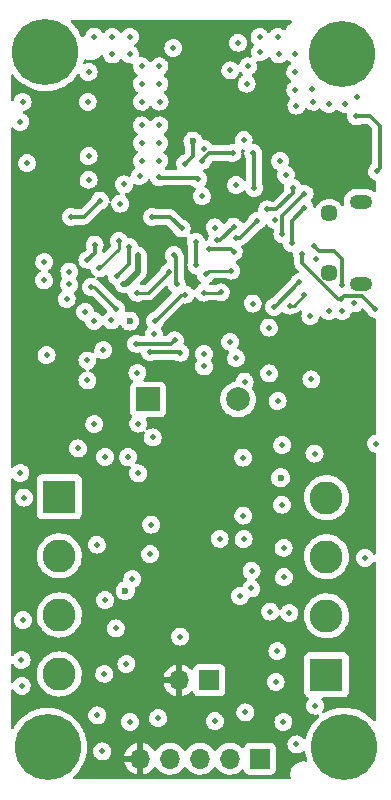
<source format=gbr>
%TF.GenerationSoftware,KiCad,Pcbnew,(6.0.4)*%
%TF.CreationDate,2022-05-08T20:42:15-04:00*%
%TF.ProjectId,STM32_Altimeter_R2,53544d33-325f-4416-9c74-696d65746572,0.1*%
%TF.SameCoordinates,Original*%
%TF.FileFunction,Copper,L3,Inr*%
%TF.FilePolarity,Positive*%
%FSLAX46Y46*%
G04 Gerber Fmt 4.6, Leading zero omitted, Abs format (unit mm)*
G04 Created by KiCad (PCBNEW (6.0.4)) date 2022-05-08 20:42:15*
%MOMM*%
%LPD*%
G01*
G04 APERTURE LIST*
%TA.AperFunction,ComponentPad*%
%ADD10R,1.700000X1.700000*%
%TD*%
%TA.AperFunction,ComponentPad*%
%ADD11O,1.700000X1.700000*%
%TD*%
%TA.AperFunction,ComponentPad*%
%ADD12R,2.800000X2.800000*%
%TD*%
%TA.AperFunction,ComponentPad*%
%ADD13C,2.800000*%
%TD*%
%TA.AperFunction,ComponentPad*%
%ADD14R,2.000000X2.000000*%
%TD*%
%TA.AperFunction,ComponentPad*%
%ADD15C,2.000000*%
%TD*%
%TA.AperFunction,ComponentPad*%
%ADD16C,5.600000*%
%TD*%
%TA.AperFunction,ComponentPad*%
%ADD17C,1.450000*%
%TD*%
%TA.AperFunction,ComponentPad*%
%ADD18O,1.900000X1.200000*%
%TD*%
%TA.AperFunction,ViaPad*%
%ADD19C,0.500000*%
%TD*%
%TA.AperFunction,ViaPad*%
%ADD20C,0.600000*%
%TD*%
%TA.AperFunction,Conductor*%
%ADD21C,0.300000*%
%TD*%
%TA.AperFunction,Conductor*%
%ADD22C,0.500000*%
%TD*%
%TA.AperFunction,Conductor*%
%ADD23C,0.250000*%
%TD*%
G04 APERTURE END LIST*
D10*
%TO.N,SWCLK*%
%TO.C,J3*%
X53015593Y-104128255D03*
D11*
%TO.N,SWDIO*%
X50475593Y-104128255D03*
%TO.N,NRST*%
X47935593Y-104128255D03*
%TO.N,GND*%
X45395593Y-104128255D03*
%TO.N,+3V3*%
X42855593Y-104128255D03*
%TD*%
D12*
%TO.N,+7.5V*%
%TO.C,J1*%
X36015663Y-81952338D03*
D13*
%TO.N,Pyro_Main*%
X36015663Y-86952338D03*
%TO.N,+7.5V*%
X36015663Y-91952338D03*
%TO.N,Pyro_Dr*%
X36015663Y-96952338D03*
%TD*%
D10*
%TO.N,Net-(J5-Pad1)*%
%TO.C,J5*%
X48723500Y-97490054D03*
D11*
%TO.N,+3V3*%
X46183500Y-97490054D03*
%TD*%
D14*
%TO.N,Net-(BZ1-Pad1)*%
%TO.C,BZ1*%
X43550000Y-73710000D03*
D15*
%TO.N,GND*%
X51150000Y-73710000D03*
%TD*%
D12*
%TO.N,Batt_IN*%
%TO.C,J2*%
X58640194Y-97032033D03*
D13*
%TO.N,GND*%
X58640194Y-92032033D03*
%TO.N,Batt_IN*%
X58640194Y-87032033D03*
%TO.N,+7.5V*%
X58640194Y-82032033D03*
%TD*%
D16*
%TO.N,GND*%
%TO.C,H4*%
X59964242Y-44422692D03*
%TD*%
%TO.N,GND*%
%TO.C,H3*%
X60131487Y-103112347D03*
%TD*%
%TO.N,GND*%
%TO.C,H1*%
X35044552Y-103139760D03*
%TD*%
D17*
%TO.N,unconnected-(J4-Pad6)*%
%TO.C,J4*%
X58867500Y-57960000D03*
D18*
X61567500Y-56960000D03*
D17*
X58867500Y-62960000D03*
D18*
X61567500Y-63960000D03*
%TD*%
D16*
%TO.N,GND*%
%TO.C,H2*%
X34846669Y-44287519D03*
%TD*%
D19*
%TO.N,GND*%
X38400000Y-70400000D03*
X54594295Y-44500000D03*
X38983400Y-75789287D03*
X52269627Y-89712142D03*
X58850822Y-48714258D03*
X32733729Y-79936252D03*
X40426548Y-67018895D03*
X54342624Y-97615531D03*
X44509962Y-48488044D03*
X51628153Y-51759633D03*
X44500000Y-50500000D03*
X51597605Y-83537835D03*
X56000000Y-47500000D03*
X49600000Y-85500000D03*
X33013747Y-82012686D03*
X38500000Y-46000000D03*
X41706288Y-96094514D03*
X56000000Y-44500000D03*
X42000000Y-43000000D03*
X57627915Y-78285349D03*
X38500000Y-55100000D03*
X56099159Y-48825812D03*
X41500000Y-55500000D03*
X61267823Y-48106909D03*
X42695211Y-75747003D03*
X32907263Y-48513349D03*
X34940000Y-69940000D03*
X60214258Y-48701863D03*
X32724902Y-50203221D03*
X49189876Y-100949964D03*
X54860557Y-82617515D03*
X53758063Y-67618062D03*
X51625494Y-85517917D03*
X42000000Y-101000000D03*
X55027888Y-88752980D03*
X43000000Y-48500000D03*
X40500000Y-44500000D03*
X39828464Y-96931169D03*
X44500000Y-53500000D03*
X41180000Y-57120000D03*
X44500000Y-47000000D03*
X44491370Y-51983400D03*
X43000000Y-50500000D03*
X32943109Y-92400840D03*
X39233510Y-100463709D03*
X51563747Y-78628812D03*
X32819160Y-95759853D03*
X42818062Y-54772248D03*
X57665411Y-99640475D03*
X57400621Y-47462376D03*
X57760000Y-61810000D03*
X36856744Y-63972997D03*
X54500000Y-43000000D03*
X54482066Y-95021902D03*
X34719342Y-63619743D03*
X39200000Y-86000000D03*
X39747677Y-69523236D03*
X50990000Y-55560000D03*
X54888446Y-77569701D03*
X43000000Y-53500000D03*
X40500000Y-43000000D03*
X55008473Y-86263912D03*
X61900611Y-87122745D03*
X62845328Y-77447986D03*
X34749614Y-62051791D03*
X39656824Y-103513582D03*
X52000000Y-45500000D03*
X38987531Y-42984059D03*
X56099598Y-102914341D03*
X51879816Y-46962815D03*
X43000000Y-52000000D03*
X51170000Y-43500000D03*
X38400000Y-72100000D03*
X45670000Y-43950000D03*
X43000000Y-47000000D03*
X44500000Y-45500000D03*
X43000000Y-45500000D03*
X38426699Y-48513349D03*
X54720000Y-53520000D03*
X57500000Y-48500000D03*
X33300000Y-53700000D03*
X51323276Y-90357888D03*
X42700000Y-79960269D03*
X57360000Y-72010000D03*
X51766376Y-100198485D03*
X42000000Y-44500000D03*
X38500000Y-53100000D03*
X48260000Y-52470000D03*
X39900000Y-90700000D03*
X56000000Y-46000000D03*
X52976763Y-43000000D03*
X55501992Y-91792825D03*
X44383582Y-100686817D03*
X32837752Y-97953746D03*
X50500000Y-45847276D03*
X43920933Y-76924098D03*
X37587036Y-77847344D03*
X40800000Y-93100000D03*
X36869139Y-62882247D03*
X53029410Y-44308105D03*
X55000000Y-101000000D03*
D20*
%TO.N,+7.5V*%
X54760000Y-80340000D03*
D19*
%TO.N,Pyro_Dr*%
X46258737Y-93783520D03*
%TO.N,+3V3*%
X49660000Y-43680000D03*
D20*
X57877895Y-76200423D03*
D19*
X33920000Y-65310000D03*
X32300000Y-56000000D03*
X38090000Y-59690000D03*
X54790000Y-51760000D03*
D20*
X56170847Y-71000847D03*
D19*
X52395218Y-56940000D03*
X47430000Y-43970000D03*
X41570000Y-58370000D03*
X49380000Y-50960000D03*
D20*
X51160000Y-76380000D03*
D19*
X51200000Y-67890000D03*
%TO.N,Net-(R3-Pad2)*%
X45800000Y-68700000D03*
X42516061Y-68989035D03*
%TO.N,Net-(R2-Pad2)*%
X46274309Y-69746670D03*
X43700000Y-69700000D03*
D20*
%TO.N,Cont_Dr*%
X41600000Y-89900000D03*
X41990000Y-67070500D03*
D19*
%TO.N,Cont_Main*%
X43800000Y-84300000D03*
X41442424Y-63919416D03*
X43710029Y-86811029D03*
X41840000Y-78590000D03*
X39910000Y-78570000D03*
X42200000Y-88900000D03*
X42660000Y-61520000D03*
X38950000Y-67050000D03*
%TO.N,HSE_Out*%
X56780000Y-56280000D03*
X54910000Y-59740000D03*
%TO.N,Net-(J5-Pad1)*%
X53790000Y-71500000D03*
X48280000Y-70910000D03*
X57280000Y-66640000D03*
%TO.N,Fire_Dr*%
X55700000Y-60490000D03*
X56780500Y-57481326D03*
X58860000Y-66240000D03*
X53870000Y-91670000D03*
%TO.N,Fire_Main*%
X52760000Y-58580000D03*
X48700000Y-61010000D03*
X56350000Y-63780000D03*
X54200000Y-65860000D03*
X51020000Y-60020000D03*
X52300000Y-88200000D03*
X50790000Y-61240000D03*
%TO.N,USART1_RX*%
X48096214Y-56500000D03*
%TO.N,USART1_TX*%
X49180000Y-59150000D03*
%TO.N,CS_Flash*%
X50481089Y-68821089D03*
X44020000Y-68200000D03*
%TO.N,SPI1_MISO*%
X38400000Y-61879500D03*
X39010000Y-60590000D03*
%TO.N,SPI1_MOSI*%
X37000000Y-58240000D03*
X39460000Y-56870000D03*
%TO.N,CS_ADXL*%
X38700000Y-64200000D03*
X45320000Y-62909500D03*
X41060000Y-60300000D03*
X48260000Y-64660000D03*
X40843771Y-66049831D03*
X39420000Y-62620000D03*
X49690000Y-64640000D03*
X42600000Y-64670000D03*
%TO.N,CS_Baro*%
X54500000Y-73820000D03*
X51710000Y-72190000D03*
X50970000Y-70210000D03*
%TO.N,HSE_IN*%
X55800000Y-55800000D03*
X50770838Y-59071926D03*
X53630008Y-57609992D03*
X49347173Y-60190741D03*
%TO.N,NRST*%
X48260000Y-69840000D03*
%TO.N,CS_Acc*%
X44460000Y-54900000D03*
X47626919Y-62355906D03*
X46370000Y-59230000D03*
X43890000Y-58250000D03*
X47570000Y-60350000D03*
X47780000Y-55062028D03*
%TO.N,USART3_TX*%
X45710000Y-61480000D03*
X36650000Y-65210000D03*
X45950000Y-63970000D03*
%TO.N,USART3_RX*%
X40880000Y-63280000D03*
X38200000Y-66290000D03*
X41950000Y-60800000D03*
%TO.N,SPI2_SCK*%
X59980000Y-66230000D03*
X61160000Y-49740000D03*
X62900000Y-54390000D03*
%TO.N,SPI2_MISO*%
X54300000Y-58530000D03*
X55200000Y-54700000D03*
X62750000Y-66020000D03*
X59900000Y-65200000D03*
D20*
X47340359Y-51835546D03*
D19*
X46676104Y-53741122D03*
X56580000Y-61370000D03*
%TO.N,SPI2_MOSI*%
X50690000Y-52850000D03*
X52520000Y-55800000D03*
X48140000Y-53490000D03*
X59950000Y-64060000D03*
X61000000Y-65580000D03*
X57590304Y-60749705D03*
X52450000Y-52860000D03*
%TO.N,SWDIO*%
X52400000Y-65590000D03*
%TO.N,SWCLK*%
X56770000Y-64890000D03*
X55530000Y-65760000D03*
%TO.N,Beeper*%
X42636882Y-71443407D03*
X44110989Y-67070000D03*
X46688033Y-64827846D03*
X50570000Y-62800000D03*
X48400980Y-63120000D03*
%TD*%
D21*
%TO.N,Net-(R3-Pad2)*%
X45510965Y-68989035D02*
X45800000Y-68700000D01*
X42516061Y-68989035D02*
X45510965Y-68989035D01*
%TO.N,Net-(R2-Pad2)*%
X46227639Y-69700000D02*
X43700000Y-69700000D01*
X46274309Y-69746670D02*
X46227639Y-69700000D01*
D22*
%TO.N,Cont_Main*%
X41680584Y-63919416D02*
X42660000Y-62940000D01*
X41442424Y-63919416D02*
X41680584Y-63919416D01*
X42660000Y-61520000D02*
X42660000Y-62940000D01*
D21*
%TO.N,HSE_Out*%
X54910000Y-58150000D02*
X56780000Y-56280000D01*
X54910000Y-59740000D02*
X54910000Y-58150000D01*
%TO.N,Fire_Dr*%
X55700000Y-60490000D02*
X55700000Y-58561826D01*
X55700000Y-58561826D02*
X56780500Y-57481326D01*
%TO.N,Fire_Main*%
X54270000Y-65860000D02*
X54200000Y-65860000D01*
X52760000Y-58580000D02*
X51320000Y-60020000D01*
X48700000Y-61010000D02*
X50560000Y-61010000D01*
X56350000Y-63780000D02*
X54270000Y-65860000D01*
X50560000Y-61010000D02*
X50790000Y-61240000D01*
X51320000Y-60020000D02*
X51020000Y-60020000D01*
%TO.N,SPI1_MISO*%
X39010000Y-61269500D02*
X39010000Y-60590000D01*
X38400000Y-61879500D02*
X39010000Y-61269500D01*
%TO.N,SPI1_MOSI*%
X39460000Y-56870000D02*
X38090000Y-58240000D01*
X38090000Y-58240000D02*
X37000000Y-58240000D01*
D23*
%TO.N,CS_ADXL*%
X40843771Y-66049831D02*
X38993940Y-64200000D01*
X41060000Y-60300000D02*
X41060000Y-60980000D01*
X45320000Y-62909500D02*
X43559500Y-64670000D01*
X49670000Y-64660000D02*
X49690000Y-64640000D01*
X41060000Y-60980000D02*
X39420000Y-62620000D01*
X38993940Y-64200000D02*
X38700000Y-64200000D01*
X48260000Y-64660000D02*
X49670000Y-64660000D01*
X43559500Y-64670000D02*
X42600000Y-64670000D01*
D21*
%TO.N,HSE_IN*%
X55800000Y-56210000D02*
X55800000Y-55800000D01*
X54400008Y-57609992D02*
X55800000Y-56210000D01*
X53630008Y-57609992D02*
X54400008Y-57609992D01*
X49347173Y-60190741D02*
X49652023Y-60190741D01*
X49652023Y-60190741D02*
X50770838Y-59071926D01*
%TO.N,CS_Acc*%
X46370000Y-59230000D02*
X45390000Y-58250000D01*
X47780000Y-55062028D02*
X47647972Y-54930000D01*
X45390000Y-58250000D02*
X43890000Y-58250000D01*
X47626919Y-62355906D02*
X47570000Y-62298987D01*
X47647972Y-54930000D02*
X44490000Y-54930000D01*
X44490000Y-54930000D02*
X44460000Y-54900000D01*
X47570000Y-62298987D02*
X47570000Y-60350000D01*
%TO.N,USART3_TX*%
X45919511Y-63939511D02*
X45919511Y-61689511D01*
X45950000Y-63970000D02*
X45919511Y-63939511D01*
X45919511Y-61689511D02*
X45710000Y-61480000D01*
%TO.N,USART3_RX*%
X41950000Y-60800000D02*
X41950000Y-62210000D01*
X41950000Y-62210000D02*
X40880000Y-63280000D01*
%TO.N,SPI2_SCK*%
X62900000Y-54390000D02*
X63171037Y-54118963D01*
X62330000Y-49690000D02*
X61210000Y-49690000D01*
X63171037Y-50531037D02*
X62330000Y-49690000D01*
X63171037Y-54118963D02*
X63171037Y-50531037D01*
X61210000Y-49690000D02*
X61160000Y-49740000D01*
%TO.N,SPI2_MISO*%
X47340359Y-53076867D02*
X47340359Y-51835546D01*
X59587911Y-65200000D02*
X56580000Y-62192089D01*
X60149133Y-64950867D02*
X61680867Y-64950867D01*
X46676104Y-53741122D02*
X47340359Y-53076867D01*
X61680867Y-64950867D02*
X62750000Y-66020000D01*
X59900000Y-65200000D02*
X60149133Y-64950867D01*
X56580000Y-62192089D02*
X56580000Y-61370000D01*
X59900000Y-65200000D02*
X59587911Y-65200000D01*
%TO.N,SPI2_MOSI*%
X48140000Y-53437838D02*
X48727838Y-52850000D01*
X57590304Y-60749705D02*
X57990599Y-61150000D01*
X48140000Y-53490000D02*
X48140000Y-53437838D01*
X59942011Y-64052011D02*
X59950000Y-64060000D01*
X52520000Y-52930000D02*
X52450000Y-52860000D01*
X59942011Y-61782011D02*
X59942011Y-64052011D01*
X57990599Y-61150000D02*
X59310000Y-61150000D01*
X48727838Y-52850000D02*
X50690000Y-52850000D01*
X52520000Y-55800000D02*
X52520000Y-52930000D01*
X59310000Y-61150000D02*
X59942011Y-61782011D01*
D23*
%TO.N,SWCLK*%
X56770000Y-64890000D02*
X55900000Y-65760000D01*
X55900000Y-65760000D02*
X55530000Y-65760000D01*
%TO.N,Beeper*%
X46688033Y-64827846D02*
X46353143Y-64827846D01*
X48400980Y-63120000D02*
X48720980Y-62800000D01*
X48720980Y-62800000D02*
X50570000Y-62800000D01*
X46353143Y-64827846D02*
X44110989Y-67070000D01*
%TD*%
%TA.AperFunction,Conductor*%
%TO.N,+3V3*%
G36*
X55636483Y-41611727D02*
G01*
X55682976Y-41665383D01*
X55693080Y-41735657D01*
X55663586Y-41800237D01*
X55632785Y-41826010D01*
X55604547Y-41842810D01*
X55454692Y-41974229D01*
X55331296Y-42130757D01*
X55328607Y-42135868D01*
X55328605Y-42135871D01*
X55323211Y-42146124D01*
X55238491Y-42307150D01*
X55215454Y-42381340D01*
X55176154Y-42440461D01*
X55111125Y-42468952D01*
X55041015Y-42457762D01*
X55005718Y-42432756D01*
X54983249Y-42410129D01*
X54983245Y-42410126D01*
X54978286Y-42405132D01*
X54962039Y-42394821D01*
X54875462Y-42339878D01*
X54834608Y-42313951D01*
X54674300Y-42256868D01*
X54505329Y-42236720D01*
X54498326Y-42237456D01*
X54498325Y-42237456D01*
X54343101Y-42253770D01*
X54343097Y-42253771D01*
X54336093Y-42254507D01*
X54329422Y-42256778D01*
X54181673Y-42307075D01*
X54181670Y-42307076D01*
X54175003Y-42309346D01*
X54169005Y-42313036D01*
X54169003Y-42313037D01*
X54036065Y-42394821D01*
X54036063Y-42394823D01*
X54030066Y-42398512D01*
X53980178Y-42447366D01*
X53916283Y-42509938D01*
X53908486Y-42517573D01*
X53904675Y-42523487D01*
X53904673Y-42523489D01*
X53844065Y-42617534D01*
X53790350Y-42663958D01*
X53720064Y-42673973D01*
X53655520Y-42644397D01*
X53631301Y-42616049D01*
X53578690Y-42531856D01*
X53578689Y-42531855D01*
X53574955Y-42525879D01*
X53565058Y-42515912D01*
X53486955Y-42437262D01*
X53455049Y-42405132D01*
X53438802Y-42394821D01*
X53352225Y-42339878D01*
X53311371Y-42313951D01*
X53151063Y-42256868D01*
X52982092Y-42236720D01*
X52975089Y-42237456D01*
X52975088Y-42237456D01*
X52819864Y-42253770D01*
X52819860Y-42253771D01*
X52812856Y-42254507D01*
X52806185Y-42256778D01*
X52658436Y-42307075D01*
X52658433Y-42307076D01*
X52651766Y-42309346D01*
X52645768Y-42313036D01*
X52645766Y-42313037D01*
X52512828Y-42394821D01*
X52512826Y-42394823D01*
X52506829Y-42398512D01*
X52456941Y-42447366D01*
X52393046Y-42509938D01*
X52385249Y-42517573D01*
X52381438Y-42523487D01*
X52381436Y-42523489D01*
X52303516Y-42644397D01*
X52293067Y-42660610D01*
X52290657Y-42667232D01*
X52238932Y-42809346D01*
X52234866Y-42820516D01*
X52213538Y-42989343D01*
X52230144Y-43158699D01*
X52232368Y-43165384D01*
X52232368Y-43165385D01*
X52233966Y-43170189D01*
X52283857Y-43320167D01*
X52287504Y-43326189D01*
X52287505Y-43326191D01*
X52351157Y-43431292D01*
X52372009Y-43465723D01*
X52486438Y-43584218D01*
X52486439Y-43584219D01*
X52490218Y-43588132D01*
X52489531Y-43588796D01*
X52525825Y-43642525D01*
X52527450Y-43713503D01*
X52493931Y-43770804D01*
X52443524Y-43820167D01*
X52437896Y-43825678D01*
X52434085Y-43831592D01*
X52434083Y-43831594D01*
X52364643Y-43939343D01*
X52345714Y-43968715D01*
X52339871Y-43984768D01*
X52292331Y-44115385D01*
X52287513Y-44128621D01*
X52266185Y-44297448D01*
X52282791Y-44466804D01*
X52285015Y-44473489D01*
X52285015Y-44473490D01*
X52325757Y-44595965D01*
X52328280Y-44666917D01*
X52292043Y-44727969D01*
X52228551Y-44759739D01*
X52178719Y-44758442D01*
X52174300Y-44756868D01*
X52005329Y-44736720D01*
X51998326Y-44737456D01*
X51998325Y-44737456D01*
X51843101Y-44753770D01*
X51843097Y-44753771D01*
X51836093Y-44754507D01*
X51829422Y-44756778D01*
X51681673Y-44807075D01*
X51681670Y-44807076D01*
X51675003Y-44809346D01*
X51669005Y-44813036D01*
X51669003Y-44813037D01*
X51536065Y-44894821D01*
X51536063Y-44894823D01*
X51530066Y-44898512D01*
X51408486Y-45017573D01*
X51404675Y-45023487D01*
X51404673Y-45023489D01*
X51347893Y-45111594D01*
X51316304Y-45160610D01*
X51296812Y-45214163D01*
X51269098Y-45290307D01*
X51227004Y-45347478D01*
X51160682Y-45372816D01*
X51091191Y-45358275D01*
X51061293Y-45335997D01*
X50978286Y-45252408D01*
X50971889Y-45248348D01*
X50901010Y-45203367D01*
X50834608Y-45161227D01*
X50674300Y-45104144D01*
X50505329Y-45083996D01*
X50498326Y-45084732D01*
X50498325Y-45084732D01*
X50343101Y-45101046D01*
X50343097Y-45101047D01*
X50336093Y-45101783D01*
X50329422Y-45104054D01*
X50181673Y-45154351D01*
X50181670Y-45154352D01*
X50175003Y-45156622D01*
X50169005Y-45160312D01*
X50169003Y-45160313D01*
X50036065Y-45242097D01*
X50036063Y-45242099D01*
X50030066Y-45245788D01*
X50023306Y-45252408D01*
X49926225Y-45347478D01*
X49908486Y-45364849D01*
X49904675Y-45370763D01*
X49904673Y-45370765D01*
X49828254Y-45489343D01*
X49816304Y-45507886D01*
X49799881Y-45553009D01*
X49761413Y-45658699D01*
X49758103Y-45667792D01*
X49736775Y-45836619D01*
X49753381Y-46005975D01*
X49807094Y-46167443D01*
X49810741Y-46173465D01*
X49810742Y-46173467D01*
X49887406Y-46300053D01*
X49895246Y-46312999D01*
X50013455Y-46435408D01*
X50155846Y-46528586D01*
X50162450Y-46531042D01*
X50162452Y-46531043D01*
X50198844Y-46544577D01*
X50315341Y-46587902D01*
X50484015Y-46610408D01*
X50491026Y-46609770D01*
X50491030Y-46609770D01*
X50646462Y-46595624D01*
X50653483Y-46594985D01*
X50660185Y-46592807D01*
X50660187Y-46592807D01*
X50808623Y-46544577D01*
X50808626Y-46544576D01*
X50815322Y-46542400D01*
X50961490Y-46455266D01*
X51065212Y-46356493D01*
X51084212Y-46338400D01*
X51091040Y-46334886D01*
X51093068Y-46326011D01*
X51098056Y-46317844D01*
X51178891Y-46196178D01*
X51232294Y-46055595D01*
X51275183Y-45999017D01*
X51341852Y-45974608D01*
X51411133Y-45990118D01*
X51440719Y-46012812D01*
X51452704Y-46025223D01*
X51513455Y-46088132D01*
X51519352Y-46091991D01*
X51523774Y-46095649D01*
X51563513Y-46154482D01*
X51565136Y-46225460D01*
X51528128Y-46286048D01*
X51509485Y-46300051D01*
X51409882Y-46361327D01*
X51404849Y-46366256D01*
X51291175Y-46477574D01*
X51281029Y-46482977D01*
X51277015Y-46497902D01*
X51203745Y-46611594D01*
X51196120Y-46623425D01*
X51137919Y-46783331D01*
X51116591Y-46952158D01*
X51133197Y-47121514D01*
X51186910Y-47282982D01*
X51190557Y-47289004D01*
X51190558Y-47289006D01*
X51260250Y-47404080D01*
X51275062Y-47428538D01*
X51393271Y-47550947D01*
X51535662Y-47644125D01*
X51542266Y-47646581D01*
X51542268Y-47646582D01*
X51576434Y-47659288D01*
X51695157Y-47703441D01*
X51863831Y-47725947D01*
X51870842Y-47725309D01*
X51870846Y-47725309D01*
X52026278Y-47711163D01*
X52033299Y-47710524D01*
X52040001Y-47708346D01*
X52040003Y-47708346D01*
X52188439Y-47660116D01*
X52188442Y-47660115D01*
X52195138Y-47657939D01*
X52341306Y-47570805D01*
X52346400Y-47565954D01*
X52346404Y-47565951D01*
X52431654Y-47484768D01*
X52464537Y-47453454D01*
X52486193Y-47420860D01*
X52526153Y-47360715D01*
X52558707Y-47311717D01*
X52619135Y-47152640D01*
X52642817Y-46984128D01*
X52643115Y-46962815D01*
X52624147Y-46793707D01*
X52613278Y-46762494D01*
X52585006Y-46681310D01*
X52568184Y-46633004D01*
X52562199Y-46623425D01*
X52512928Y-46544577D01*
X52478008Y-46488694D01*
X52466966Y-46477574D01*
X52363066Y-46372946D01*
X52358102Y-46367947D01*
X52355996Y-46366610D01*
X52316467Y-46309817D01*
X52313852Y-46238869D01*
X52350010Y-46177769D01*
X52371457Y-46161661D01*
X52455441Y-46111597D01*
X52455447Y-46111592D01*
X52461490Y-46107990D01*
X52466584Y-46103139D01*
X52466588Y-46103136D01*
X52561437Y-46012812D01*
X52584721Y-45990639D01*
X52678891Y-45848902D01*
X52739319Y-45689825D01*
X52763001Y-45521313D01*
X52763299Y-45500000D01*
X52744331Y-45330892D01*
X52739748Y-45317730D01*
X52703509Y-45213668D01*
X52699995Y-45142759D01*
X52735376Y-45081206D01*
X52798419Y-45048554D01*
X52844614Y-45049756D01*
X52844751Y-45048731D01*
X53013425Y-45071237D01*
X53020436Y-45070599D01*
X53020440Y-45070599D01*
X53175872Y-45056453D01*
X53182893Y-45055814D01*
X53189595Y-45053636D01*
X53189597Y-45053636D01*
X53338033Y-45005406D01*
X53338036Y-45005405D01*
X53344732Y-45003229D01*
X53490900Y-44916095D01*
X53495994Y-44911244D01*
X53495998Y-44911241D01*
X53570778Y-44840028D01*
X53614131Y-44798744D01*
X53657839Y-44732958D01*
X53712196Y-44687289D01*
X53782615Y-44678257D01*
X53846739Y-44708731D01*
X53882343Y-44762914D01*
X53901389Y-44820167D01*
X53905036Y-44826189D01*
X53905037Y-44826191D01*
X53981363Y-44952219D01*
X53989541Y-44965723D01*
X54107750Y-45088132D01*
X54178946Y-45134721D01*
X54228628Y-45167232D01*
X54250141Y-45181310D01*
X54256745Y-45183766D01*
X54256747Y-45183767D01*
X54293139Y-45197301D01*
X54409636Y-45240626D01*
X54578310Y-45263132D01*
X54585321Y-45262494D01*
X54585325Y-45262494D01*
X54740757Y-45248348D01*
X54747778Y-45247709D01*
X54754480Y-45245531D01*
X54754482Y-45245531D01*
X54902918Y-45197301D01*
X54902921Y-45197300D01*
X54909617Y-45195124D01*
X55055785Y-45107990D01*
X55060879Y-45103139D01*
X55060883Y-45103136D01*
X55136769Y-45030870D01*
X55179016Y-44990639D01*
X55191116Y-44972427D01*
X55245473Y-44926756D01*
X55315893Y-44917724D01*
X55380017Y-44948197D01*
X55393260Y-44962443D01*
X55395246Y-44965723D01*
X55400140Y-44970790D01*
X55400140Y-44970791D01*
X55452361Y-45024867D01*
X55513455Y-45088132D01*
X55519347Y-45091987D01*
X55519351Y-45091991D01*
X55599843Y-45144663D01*
X55645892Y-45198700D01*
X55655415Y-45269055D01*
X55625390Y-45333391D01*
X55596874Y-45357412D01*
X55530066Y-45398512D01*
X55408486Y-45517573D01*
X55404675Y-45523487D01*
X55404673Y-45523489D01*
X55320121Y-45654687D01*
X55316304Y-45660610D01*
X55279721Y-45761122D01*
X55264850Y-45801980D01*
X55258103Y-45820516D01*
X55236775Y-45989343D01*
X55253381Y-46158699D01*
X55255605Y-46165384D01*
X55255605Y-46165385D01*
X55265927Y-46196414D01*
X55307094Y-46320167D01*
X55310741Y-46326189D01*
X55310742Y-46326191D01*
X55391096Y-46458870D01*
X55395246Y-46465723D01*
X55513455Y-46588132D01*
X55519347Y-46591987D01*
X55519351Y-46591991D01*
X55599843Y-46644663D01*
X55645892Y-46698700D01*
X55655415Y-46769055D01*
X55625390Y-46833391D01*
X55596874Y-46857412D01*
X55530066Y-46898512D01*
X55525033Y-46903441D01*
X55421448Y-47004880D01*
X55408486Y-47017573D01*
X55404675Y-47023487D01*
X55404673Y-47023489D01*
X55321440Y-47152640D01*
X55316304Y-47160610D01*
X55299848Y-47205822D01*
X55261306Y-47311717D01*
X55258103Y-47320516D01*
X55236775Y-47489343D01*
X55253381Y-47658699D01*
X55255605Y-47665384D01*
X55255605Y-47665385D01*
X55265688Y-47695696D01*
X55307094Y-47820167D01*
X55310741Y-47826189D01*
X55310742Y-47826191D01*
X55389582Y-47956370D01*
X55395246Y-47965723D01*
X55513455Y-48088132D01*
X55535088Y-48102288D01*
X55581136Y-48156324D01*
X55590660Y-48226679D01*
X55560636Y-48291015D01*
X55554253Y-48297743D01*
X55513566Y-48337587D01*
X55507645Y-48343385D01*
X55503834Y-48349299D01*
X55503832Y-48349301D01*
X55431407Y-48461682D01*
X55415463Y-48486422D01*
X55357262Y-48646328D01*
X55335934Y-48815155D01*
X55352540Y-48984511D01*
X55354764Y-48991196D01*
X55354764Y-48991197D01*
X55357066Y-48998117D01*
X55406253Y-49145979D01*
X55409900Y-49152001D01*
X55409901Y-49152003D01*
X55484902Y-49275843D01*
X55494405Y-49291535D01*
X55612614Y-49413944D01*
X55755005Y-49507122D01*
X55761609Y-49509578D01*
X55761611Y-49509579D01*
X55798003Y-49523113D01*
X55914500Y-49566438D01*
X56083174Y-49588944D01*
X56090185Y-49588306D01*
X56090189Y-49588306D01*
X56245621Y-49574160D01*
X56252642Y-49573521D01*
X56259344Y-49571343D01*
X56259346Y-49571343D01*
X56407782Y-49523113D01*
X56407785Y-49523112D01*
X56414481Y-49520936D01*
X56560649Y-49433802D01*
X56565743Y-49428951D01*
X56565747Y-49428948D01*
X56632992Y-49364911D01*
X56683880Y-49316451D01*
X56696590Y-49297322D01*
X56734794Y-49239820D01*
X56778050Y-49174714D01*
X56792089Y-49137757D01*
X56797608Y-49123228D01*
X56840498Y-49066651D01*
X56907167Y-49042242D01*
X56976448Y-49057752D01*
X57006034Y-49080448D01*
X57008557Y-49083061D01*
X57008561Y-49083064D01*
X57013455Y-49088132D01*
X57056783Y-49116485D01*
X57144616Y-49173961D01*
X57155846Y-49181310D01*
X57162450Y-49183766D01*
X57162452Y-49183767D01*
X57198844Y-49197301D01*
X57315341Y-49240626D01*
X57484015Y-49263132D01*
X57491026Y-49262494D01*
X57491030Y-49262494D01*
X57646462Y-49248348D01*
X57653483Y-49247709D01*
X57660185Y-49245531D01*
X57660187Y-49245531D01*
X57808623Y-49197301D01*
X57808626Y-49197300D01*
X57815322Y-49195124D01*
X57961490Y-49107990D01*
X57966584Y-49103139D01*
X57966588Y-49103136D01*
X58000837Y-49070520D01*
X58063962Y-49038027D01*
X58134633Y-49044820D01*
X58190413Y-49088742D01*
X58195503Y-49096489D01*
X58246068Y-49179981D01*
X58364277Y-49302390D01*
X58506668Y-49395568D01*
X58513272Y-49398024D01*
X58513274Y-49398025D01*
X58549666Y-49411559D01*
X58666163Y-49454884D01*
X58834837Y-49477390D01*
X58841848Y-49476752D01*
X58841852Y-49476752D01*
X58997284Y-49462606D01*
X59004305Y-49461967D01*
X59011007Y-49459789D01*
X59011009Y-49459789D01*
X59159445Y-49411559D01*
X59159448Y-49411558D01*
X59166144Y-49409382D01*
X59312312Y-49322248D01*
X59317406Y-49317397D01*
X59317410Y-49317394D01*
X59430444Y-49209753D01*
X59430445Y-49209752D01*
X59435543Y-49204897D01*
X59439441Y-49199031D01*
X59442674Y-49195177D01*
X59501783Y-49155849D01*
X59572770Y-49154721D01*
X59629834Y-49188639D01*
X59699769Y-49261058D01*
X59727713Y-49289995D01*
X59870104Y-49383173D01*
X59876708Y-49385629D01*
X59876710Y-49385630D01*
X59930881Y-49405776D01*
X60029599Y-49442489D01*
X60198273Y-49464995D01*
X60205284Y-49464357D01*
X60205288Y-49464357D01*
X60242573Y-49460963D01*
X60276801Y-49457848D01*
X60346453Y-49471593D01*
X60397618Y-49520814D01*
X60414049Y-49589883D01*
X60413226Y-49599121D01*
X60396775Y-49729343D01*
X60413381Y-49898699D01*
X60467094Y-50060167D01*
X60470741Y-50066189D01*
X60470742Y-50066191D01*
X60551346Y-50199283D01*
X60555246Y-50205723D01*
X60673455Y-50328132D01*
X60815846Y-50421310D01*
X60822450Y-50423766D01*
X60822452Y-50423767D01*
X60858844Y-50437301D01*
X60975341Y-50480626D01*
X61144015Y-50503132D01*
X61151026Y-50502494D01*
X61151030Y-50502494D01*
X61306462Y-50488348D01*
X61313483Y-50487709D01*
X61320185Y-50485531D01*
X61320187Y-50485531D01*
X61468623Y-50437301D01*
X61468626Y-50437300D01*
X61475322Y-50435124D01*
X61590823Y-50366271D01*
X61655341Y-50348500D01*
X62005050Y-50348500D01*
X62073171Y-50368502D01*
X62094145Y-50385405D01*
X62475632Y-50766892D01*
X62509658Y-50829204D01*
X62512537Y-50855987D01*
X62512537Y-53667356D01*
X62492535Y-53735477D01*
X62452561Y-53774672D01*
X62436070Y-53784817D01*
X62436062Y-53784823D01*
X62430066Y-53788512D01*
X62425034Y-53793439D01*
X62425031Y-53793442D01*
X62333737Y-53882845D01*
X62308486Y-53907573D01*
X62304675Y-53913487D01*
X62304673Y-53913489D01*
X62221650Y-54042314D01*
X62216304Y-54050610D01*
X62200826Y-54093136D01*
X62166553Y-54187301D01*
X62158103Y-54210516D01*
X62136775Y-54379343D01*
X62153381Y-54548699D01*
X62155605Y-54555384D01*
X62155605Y-54555385D01*
X62166424Y-54587907D01*
X62207094Y-54710167D01*
X62210741Y-54716189D01*
X62210742Y-54716191D01*
X62290672Y-54848170D01*
X62295246Y-54855723D01*
X62413455Y-54978132D01*
X62419351Y-54981990D01*
X62547715Y-55065989D01*
X62555846Y-55071310D01*
X62562450Y-55073766D01*
X62562452Y-55073767D01*
X62632991Y-55100000D01*
X62715341Y-55130626D01*
X62718394Y-55131033D01*
X62778298Y-55166129D01*
X62810429Y-55229438D01*
X62812557Y-55252497D01*
X62812557Y-55988606D01*
X62792555Y-56056727D01*
X62738899Y-56103220D01*
X62668625Y-56113324D01*
X62609581Y-56087967D01*
X62607650Y-56086119D01*
X62429952Y-55971380D01*
X62362542Y-55944213D01*
X62239332Y-55894558D01*
X62239329Y-55894557D01*
X62233763Y-55892314D01*
X62026163Y-55851772D01*
X62020601Y-55851500D01*
X61164654Y-55851500D01*
X61006934Y-55866548D01*
X60803966Y-55926092D01*
X60798639Y-55928836D01*
X60798638Y-55928836D01*
X60621251Y-56020196D01*
X60621248Y-56020198D01*
X60615920Y-56022942D01*
X60449580Y-56153604D01*
X60445648Y-56158135D01*
X60445645Y-56158138D01*
X60330667Y-56290639D01*
X60310948Y-56313363D01*
X60307948Y-56318549D01*
X60307945Y-56318553D01*
X60245164Y-56427075D01*
X60205027Y-56496454D01*
X60135639Y-56696271D01*
X60134778Y-56702206D01*
X60134778Y-56702208D01*
X60107429Y-56890834D01*
X60105287Y-56905604D01*
X60115067Y-57116899D01*
X60116471Y-57122724D01*
X60116471Y-57122725D01*
X60133491Y-57193347D01*
X60130006Y-57264258D01*
X60088737Y-57322028D01*
X60022786Y-57348315D01*
X59953093Y-57334774D01*
X59907785Y-57295139D01*
X59819184Y-57168604D01*
X59819182Y-57168601D01*
X59816025Y-57164093D01*
X59663407Y-57011475D01*
X59633651Y-56990639D01*
X59567383Y-56944238D01*
X59486606Y-56887677D01*
X59481624Y-56885354D01*
X59481619Y-56885351D01*
X59295975Y-56798784D01*
X59295974Y-56798783D01*
X59290993Y-56796461D01*
X59285685Y-56795039D01*
X59285683Y-56795038D01*
X59087828Y-56742023D01*
X59087826Y-56742023D01*
X59082513Y-56740599D01*
X58867500Y-56721788D01*
X58652487Y-56740599D01*
X58647174Y-56742023D01*
X58647172Y-56742023D01*
X58449317Y-56795038D01*
X58449315Y-56795039D01*
X58444007Y-56796461D01*
X58439026Y-56798783D01*
X58439025Y-56798784D01*
X58253381Y-56885351D01*
X58253376Y-56885354D01*
X58248394Y-56887677D01*
X58167617Y-56944238D01*
X58101350Y-56990639D01*
X58071593Y-57011475D01*
X57918975Y-57164093D01*
X57915818Y-57168601D01*
X57915816Y-57168604D01*
X57898491Y-57193347D01*
X57795177Y-57340894D01*
X57792852Y-57345881D01*
X57792848Y-57345887D01*
X57769286Y-57396415D01*
X57722369Y-57449700D01*
X57654091Y-57469160D01*
X57586132Y-57448618D01*
X57540066Y-57394594D01*
X57529877Y-57357208D01*
X57529604Y-57354768D01*
X57524831Y-57312218D01*
X57518884Y-57295139D01*
X57492335Y-57218902D01*
X57468868Y-57151515D01*
X57464937Y-57145223D01*
X57429261Y-57088132D01*
X57378692Y-57007205D01*
X57367067Y-56995498D01*
X57341824Y-56970078D01*
X57308017Y-56907647D01*
X57313330Y-56836850D01*
X57344338Y-56790050D01*
X57359617Y-56775499D01*
X57364721Y-56770639D01*
X57383734Y-56742023D01*
X57439094Y-56658699D01*
X57458891Y-56628902D01*
X57519319Y-56469825D01*
X57543001Y-56301313D01*
X57543150Y-56290639D01*
X57543244Y-56283961D01*
X57543244Y-56283955D01*
X57543299Y-56280000D01*
X57524331Y-56110892D01*
X57507092Y-56061387D01*
X57476880Y-55974633D01*
X57468368Y-55950189D01*
X57378192Y-55805879D01*
X57368735Y-55796355D01*
X57280985Y-55707990D01*
X57258286Y-55685132D01*
X57114608Y-55593951D01*
X56954300Y-55536868D01*
X56785329Y-55516720D01*
X56778326Y-55517456D01*
X56778325Y-55517456D01*
X56616093Y-55534507D01*
X56615890Y-55532573D01*
X56554683Y-55528329D01*
X56497756Y-55485905D01*
X56488578Y-55470793D01*
X56488368Y-55470189D01*
X56484637Y-55464218D01*
X56484635Y-55464214D01*
X56434362Y-55383763D01*
X56398192Y-55325879D01*
X56392867Y-55320516D01*
X56283248Y-55210129D01*
X56278286Y-55205132D01*
X56134608Y-55113951D01*
X56008804Y-55069154D01*
X55951341Y-55027461D01*
X55925541Y-54961319D01*
X55933284Y-54905712D01*
X55936816Y-54896414D01*
X55939319Y-54889825D01*
X55963001Y-54721313D01*
X55963299Y-54700000D01*
X55944331Y-54530892D01*
X55888368Y-54370189D01*
X55882383Y-54360610D01*
X55843338Y-54298127D01*
X55798192Y-54225879D01*
X55763198Y-54190639D01*
X55683248Y-54110129D01*
X55678286Y-54105132D01*
X55659384Y-54093136D01*
X55611878Y-54062988D01*
X55534608Y-54013951D01*
X55487740Y-53997262D01*
X55430276Y-53955569D01*
X55404475Y-53889426D01*
X55412218Y-53833819D01*
X55456816Y-53716414D01*
X55459319Y-53709825D01*
X55483001Y-53541313D01*
X55483226Y-53525223D01*
X55483244Y-53523961D01*
X55483244Y-53523955D01*
X55483299Y-53520000D01*
X55464331Y-53350892D01*
X55408368Y-53190189D01*
X55402383Y-53180610D01*
X55365329Y-53121313D01*
X55318192Y-53045879D01*
X55285193Y-53012648D01*
X55229801Y-52956868D01*
X55198286Y-52925132D01*
X55191013Y-52920516D01*
X55101302Y-52863584D01*
X55054608Y-52833951D01*
X54894300Y-52776868D01*
X54725329Y-52756720D01*
X54718326Y-52757456D01*
X54718325Y-52757456D01*
X54563101Y-52773770D01*
X54563097Y-52773771D01*
X54556093Y-52774507D01*
X54549422Y-52776778D01*
X54401673Y-52827075D01*
X54401670Y-52827076D01*
X54395003Y-52829346D01*
X54389005Y-52833036D01*
X54389003Y-52833037D01*
X54256065Y-52914821D01*
X54256063Y-52914823D01*
X54250066Y-52918512D01*
X54128486Y-53037573D01*
X54124675Y-53043487D01*
X54124673Y-53043489D01*
X54043020Y-53170189D01*
X54036304Y-53180610D01*
X54017653Y-53231854D01*
X53984672Y-53322469D01*
X53978103Y-53340516D01*
X53956775Y-53509343D01*
X53973381Y-53678699D01*
X53975605Y-53685384D01*
X53975605Y-53685385D01*
X53983125Y-53707990D01*
X54027094Y-53840167D01*
X54030741Y-53846189D01*
X54030742Y-53846191D01*
X54103134Y-53965723D01*
X54115246Y-53985723D01*
X54233455Y-54108132D01*
X54304650Y-54154721D01*
X54366902Y-54195457D01*
X54375846Y-54201310D01*
X54382450Y-54203766D01*
X54382452Y-54203767D01*
X54433351Y-54222696D01*
X54490227Y-54265188D01*
X54515101Y-54331685D01*
X54507832Y-54383886D01*
X54481212Y-54457025D01*
X54461884Y-54510129D01*
X54458103Y-54520516D01*
X54436775Y-54689343D01*
X54453381Y-54858699D01*
X54455605Y-54865384D01*
X54455605Y-54865385D01*
X54458455Y-54873951D01*
X54507094Y-55020167D01*
X54510741Y-55026189D01*
X54510742Y-55026191D01*
X54586099Y-55150619D01*
X54595246Y-55165723D01*
X54713455Y-55288132D01*
X54773625Y-55327506D01*
X54844518Y-55373897D01*
X54855846Y-55381310D01*
X54993402Y-55432467D01*
X55050274Y-55474957D01*
X55075148Y-55541454D01*
X55067879Y-55593656D01*
X55058103Y-55620516D01*
X55036775Y-55789343D01*
X55050184Y-55926092D01*
X55053381Y-55958699D01*
X55050517Y-55958980D01*
X55046113Y-56016859D01*
X55017353Y-56061387D01*
X54164153Y-56914587D01*
X54101841Y-56948613D01*
X54075058Y-56951492D01*
X54044632Y-56951492D01*
X53977118Y-56931877D01*
X53976338Y-56931382D01*
X53964616Y-56923943D01*
X53804308Y-56866860D01*
X53635337Y-56846712D01*
X53628334Y-56847448D01*
X53628333Y-56847448D01*
X53473109Y-56863762D01*
X53473105Y-56863763D01*
X53466101Y-56864499D01*
X53459430Y-56866770D01*
X53311681Y-56917067D01*
X53311678Y-56917068D01*
X53305011Y-56919338D01*
X53299013Y-56923028D01*
X53299011Y-56923029D01*
X53166073Y-57004813D01*
X53166071Y-57004815D01*
X53160074Y-57008504D01*
X53115974Y-57051690D01*
X53049386Y-57116899D01*
X53038494Y-57127565D01*
X53034683Y-57133479D01*
X53034681Y-57133481D01*
X52975847Y-57224773D01*
X52946312Y-57270602D01*
X52888111Y-57430508D01*
X52866783Y-57599335D01*
X52873825Y-57671151D01*
X52874636Y-57679421D01*
X52861377Y-57749168D01*
X52812514Y-57800676D01*
X52762407Y-57817027D01*
X52603101Y-57833770D01*
X52603097Y-57833771D01*
X52596093Y-57834507D01*
X52589422Y-57836778D01*
X52441673Y-57887075D01*
X52441670Y-57887076D01*
X52435003Y-57889346D01*
X52429005Y-57893036D01*
X52429003Y-57893037D01*
X52296065Y-57974821D01*
X52296063Y-57974823D01*
X52290066Y-57978512D01*
X52272623Y-57995594D01*
X52188978Y-58077506D01*
X52168486Y-58097573D01*
X52164675Y-58103487D01*
X52164673Y-58103489D01*
X52083565Y-58229343D01*
X52076304Y-58240610D01*
X52073894Y-58247232D01*
X52033309Y-58358737D01*
X52004003Y-58404737D01*
X51650981Y-58757759D01*
X51588669Y-58791785D01*
X51517854Y-58786720D01*
X51461018Y-58744173D01*
X51455033Y-58735435D01*
X51372765Y-58603782D01*
X51372764Y-58603781D01*
X51369030Y-58597805D01*
X51341585Y-58570167D01*
X51254086Y-58482055D01*
X51249124Y-58477058D01*
X51234426Y-58467730D01*
X51142249Y-58409233D01*
X51105446Y-58385877D01*
X50945138Y-58328794D01*
X50776167Y-58308646D01*
X50769164Y-58309382D01*
X50769163Y-58309382D01*
X50613939Y-58325696D01*
X50613935Y-58325697D01*
X50606931Y-58326433D01*
X50600260Y-58328704D01*
X50452511Y-58379001D01*
X50452508Y-58379002D01*
X50445841Y-58381272D01*
X50439843Y-58384962D01*
X50439841Y-58384963D01*
X50306903Y-58466747D01*
X50306901Y-58466749D01*
X50300904Y-58470438D01*
X50295871Y-58475367D01*
X50185334Y-58583614D01*
X50179324Y-58589499D01*
X50087142Y-58732536D01*
X50074812Y-58766413D01*
X50032720Y-58823582D01*
X49966399Y-58848921D01*
X49896907Y-58834381D01*
X49849558Y-58790087D01*
X49829357Y-58757759D01*
X49778192Y-58675879D01*
X49658286Y-58555132D01*
X49646623Y-58547730D01*
X49535261Y-58477058D01*
X49514608Y-58463951D01*
X49354300Y-58406868D01*
X49185329Y-58386720D01*
X49178326Y-58387456D01*
X49178325Y-58387456D01*
X49023101Y-58403770D01*
X49023097Y-58403771D01*
X49016093Y-58404507D01*
X49009422Y-58406778D01*
X48861673Y-58457075D01*
X48861670Y-58457076D01*
X48855003Y-58459346D01*
X48849005Y-58463036D01*
X48849003Y-58463037D01*
X48716065Y-58544821D01*
X48716063Y-58544823D01*
X48710066Y-58548512D01*
X48588486Y-58667573D01*
X48584675Y-58673487D01*
X48584673Y-58673489D01*
X48504636Y-58797681D01*
X48496304Y-58810610D01*
X48477590Y-58862027D01*
X48446553Y-58947301D01*
X48438103Y-58970516D01*
X48416775Y-59139343D01*
X48433381Y-59308699D01*
X48487094Y-59470167D01*
X48490741Y-59476189D01*
X48490742Y-59476191D01*
X48571316Y-59609233D01*
X48575246Y-59615723D01*
X48580137Y-59620788D01*
X48580141Y-59620793D01*
X48649863Y-59692993D01*
X48682795Y-59755889D01*
X48676495Y-59826606D01*
X48670154Y-59838984D01*
X48670426Y-59839119D01*
X48667295Y-59845427D01*
X48663477Y-59851351D01*
X48637831Y-59921812D01*
X48614011Y-59987259D01*
X48605276Y-60011257D01*
X48604393Y-60018247D01*
X48584822Y-60173165D01*
X48556440Y-60238242D01*
X48500420Y-60276651D01*
X48479607Y-60283736D01*
X48408674Y-60286753D01*
X48347371Y-60250943D01*
X48316135Y-60192375D01*
X48315116Y-60187891D01*
X48314331Y-60180892D01*
X48258368Y-60020189D01*
X48252383Y-60010610D01*
X48225276Y-59967232D01*
X48168192Y-59875879D01*
X48048286Y-59755132D01*
X48021499Y-59738132D01*
X47959067Y-59698512D01*
X47904608Y-59663951D01*
X47744300Y-59606868D01*
X47575329Y-59586720D01*
X47568326Y-59587456D01*
X47568325Y-59587456D01*
X47413101Y-59603770D01*
X47413097Y-59603771D01*
X47406093Y-59604507D01*
X47245003Y-59659346D01*
X47244695Y-59658442D01*
X47180622Y-59668403D01*
X47115709Y-59639650D01*
X47076645Y-59580366D01*
X47075834Y-59509374D01*
X47079340Y-59498745D01*
X47102582Y-59437561D01*
X47109319Y-59419825D01*
X47133001Y-59251313D01*
X47133299Y-59230000D01*
X47114331Y-59060892D01*
X47058368Y-58900189D01*
X47054095Y-58893350D01*
X47015752Y-58831990D01*
X46968192Y-58755879D01*
X46951586Y-58739156D01*
X46853248Y-58640129D01*
X46848286Y-58635132D01*
X46704608Y-58543951D01*
X46592523Y-58504039D01*
X46545695Y-58474435D01*
X45913657Y-57842397D01*
X45905668Y-57833618D01*
X45905663Y-57833612D01*
X45901416Y-57826920D01*
X45849741Y-57778394D01*
X45846900Y-57775640D01*
X45826333Y-57755073D01*
X45822826Y-57752353D01*
X45813804Y-57744647D01*
X45785913Y-57718456D01*
X45780133Y-57713028D01*
X45773181Y-57709206D01*
X45761342Y-57702697D01*
X45744818Y-57691843D01*
X45734132Y-57683555D01*
X45727868Y-57678696D01*
X45720596Y-57675549D01*
X45720594Y-57675548D01*
X45685465Y-57660346D01*
X45674805Y-57655124D01*
X45641284Y-57636695D01*
X45641282Y-57636694D01*
X45634337Y-57632876D01*
X45613559Y-57627541D01*
X45594869Y-57621142D01*
X45575176Y-57612620D01*
X45529552Y-57605394D01*
X45517929Y-57602987D01*
X45489928Y-57595798D01*
X45473188Y-57591500D01*
X45451741Y-57591500D01*
X45432031Y-57589949D01*
X45418677Y-57587834D01*
X45410848Y-57586594D01*
X45364859Y-57590941D01*
X45353004Y-57591500D01*
X44304624Y-57591500D01*
X44237110Y-57571885D01*
X44236330Y-57571390D01*
X44224608Y-57563951D01*
X44064300Y-57506868D01*
X43895329Y-57486720D01*
X43888326Y-57487456D01*
X43888325Y-57487456D01*
X43733101Y-57503770D01*
X43733097Y-57503771D01*
X43726093Y-57504507D01*
X43719422Y-57506778D01*
X43571673Y-57557075D01*
X43571670Y-57557076D01*
X43565003Y-57559346D01*
X43559005Y-57563036D01*
X43559003Y-57563037D01*
X43426065Y-57644821D01*
X43426063Y-57644823D01*
X43420066Y-57648512D01*
X43388503Y-57679421D01*
X43308698Y-57757573D01*
X43298486Y-57767573D01*
X43294675Y-57773487D01*
X43294673Y-57773489D01*
X43210121Y-57904687D01*
X43206304Y-57910610D01*
X43183973Y-57971965D01*
X43154929Y-58051763D01*
X43148103Y-58070516D01*
X43126775Y-58239343D01*
X43143381Y-58408699D01*
X43197094Y-58570167D01*
X43200741Y-58576189D01*
X43200742Y-58576191D01*
X43279190Y-58705723D01*
X43285246Y-58715723D01*
X43403455Y-58838132D01*
X43442509Y-58863688D01*
X43538146Y-58926271D01*
X43545846Y-58931310D01*
X43552450Y-58933766D01*
X43552452Y-58933767D01*
X43583743Y-58945404D01*
X43705341Y-58990626D01*
X43874015Y-59013132D01*
X43881026Y-59012494D01*
X43881030Y-59012494D01*
X44036462Y-58998348D01*
X44043483Y-58997709D01*
X44050185Y-58995531D01*
X44050187Y-58995531D01*
X44198623Y-58947301D01*
X44198626Y-58947300D01*
X44205322Y-58945124D01*
X44236948Y-58926271D01*
X44301466Y-58908500D01*
X45065049Y-58908500D01*
X45133170Y-58928502D01*
X45154144Y-58945404D01*
X45615251Y-59406510D01*
X45645713Y-59455832D01*
X45677094Y-59550167D01*
X45680741Y-59556189D01*
X45680742Y-59556191D01*
X45748293Y-59667730D01*
X45765246Y-59695723D01*
X45883455Y-59818132D01*
X45954650Y-59864721D01*
X46016792Y-59905385D01*
X46025846Y-59911310D01*
X46032450Y-59913766D01*
X46032452Y-59913767D01*
X46068847Y-59927302D01*
X46185341Y-59970626D01*
X46354015Y-59993132D01*
X46361026Y-59992494D01*
X46361030Y-59992494D01*
X46516462Y-59978348D01*
X46523483Y-59977709D01*
X46530185Y-59975531D01*
X46530187Y-59975531D01*
X46604402Y-59951417D01*
X46685322Y-59925124D01*
X46690927Y-59921783D01*
X46761020Y-59911886D01*
X46825526Y-59941543D01*
X46863758Y-60001366D01*
X46863579Y-60072362D01*
X46861174Y-60079652D01*
X46830513Y-60163894D01*
X46828103Y-60170516D01*
X46806775Y-60339343D01*
X46823381Y-60508699D01*
X46825605Y-60515384D01*
X46825605Y-60515385D01*
X46831487Y-60533067D01*
X46877094Y-60670167D01*
X46880741Y-60676189D01*
X46880742Y-60676191D01*
X46893276Y-60696887D01*
X46911500Y-60762158D01*
X46911500Y-62081458D01*
X46903901Y-62124552D01*
X46887432Y-62169799D01*
X46887431Y-62169804D01*
X46885022Y-62176422D01*
X46863694Y-62345249D01*
X46880300Y-62514605D01*
X46882524Y-62521290D01*
X46882524Y-62521291D01*
X46894387Y-62556952D01*
X46934013Y-62676073D01*
X46937660Y-62682095D01*
X46937661Y-62682097D01*
X47018104Y-62814923D01*
X47022165Y-62821629D01*
X47140374Y-62944038D01*
X47178370Y-62968902D01*
X47253790Y-63018255D01*
X47282765Y-63037216D01*
X47289369Y-63039672D01*
X47289371Y-63039673D01*
X47335228Y-63056727D01*
X47442260Y-63096532D01*
X47449243Y-63097464D01*
X47449244Y-63097464D01*
X47540085Y-63109585D01*
X47604962Y-63138421D01*
X47643950Y-63197754D01*
X47648819Y-63222182D01*
X47649742Y-63231594D01*
X47654361Y-63278699D01*
X47656585Y-63285384D01*
X47656585Y-63285385D01*
X47675866Y-63343345D01*
X47708074Y-63440167D01*
X47711721Y-63446189D01*
X47711722Y-63446191D01*
X47771885Y-63545531D01*
X47796226Y-63585723D01*
X47914435Y-63708132D01*
X47920331Y-63711990D01*
X47920332Y-63711991D01*
X47967882Y-63743107D01*
X48013931Y-63797145D01*
X48023454Y-63867499D01*
X47993429Y-63931835D01*
X47947342Y-63962583D01*
X47948045Y-63964077D01*
X47941672Y-63967076D01*
X47935003Y-63969346D01*
X47929005Y-63973036D01*
X47929003Y-63973037D01*
X47796065Y-64054821D01*
X47796063Y-64054823D01*
X47790066Y-64058512D01*
X47768692Y-64079443D01*
X47679084Y-64167195D01*
X47668486Y-64177573D01*
X47664675Y-64183487D01*
X47664673Y-64183489D01*
X47592041Y-64296191D01*
X47576304Y-64320610D01*
X47550272Y-64392133D01*
X47508179Y-64449302D01*
X47441858Y-64474640D01*
X47372367Y-64460100D01*
X47325018Y-64415806D01*
X47310223Y-64392130D01*
X47286225Y-64353725D01*
X47249800Y-64317044D01*
X47171281Y-64237975D01*
X47166319Y-64232978D01*
X47158055Y-64227733D01*
X47088337Y-64183489D01*
X47022641Y-64141797D01*
X46862333Y-64084714D01*
X46823484Y-64080082D01*
X46758212Y-64052155D01*
X46718398Y-63993372D01*
X46713188Y-63969013D01*
X46712635Y-63964077D01*
X46694331Y-63800892D01*
X46691762Y-63793513D01*
X46662028Y-63708132D01*
X46638368Y-63640189D01*
X46634637Y-63634218D01*
X46634632Y-63634208D01*
X46597158Y-63574239D01*
X46578011Y-63507468D01*
X46578011Y-61771567D01*
X46578570Y-61759711D01*
X46578570Y-61759708D01*
X46580299Y-61751974D01*
X46578073Y-61681142D01*
X46578011Y-61677184D01*
X46578011Y-61648079D01*
X46577455Y-61643679D01*
X46576523Y-61631841D01*
X46576519Y-61631690D01*
X46575073Y-61585680D01*
X46569091Y-61565090D01*
X46565081Y-61545727D01*
X46564524Y-61541313D01*
X46562393Y-61524447D01*
X46559477Y-61517082D01*
X46559476Y-61517078D01*
X46545385Y-61481490D01*
X46541546Y-61470280D01*
X46528656Y-61425911D01*
X46517740Y-61407454D01*
X46509045Y-61389704D01*
X46501146Y-61369755D01*
X46494088Y-61360040D01*
X46473988Y-61332375D01*
X46467471Y-61322454D01*
X46466803Y-61321324D01*
X46451705Y-61295795D01*
X46441169Y-61273096D01*
X46413115Y-61192537D01*
X46398368Y-61150189D01*
X46392383Y-61140610D01*
X46353341Y-61078132D01*
X46308192Y-61005879D01*
X46188286Y-60885132D01*
X46172039Y-60874821D01*
X46099045Y-60828498D01*
X46044608Y-60793951D01*
X45884300Y-60736868D01*
X45715329Y-60716720D01*
X45708326Y-60717456D01*
X45708325Y-60717456D01*
X45553101Y-60733770D01*
X45553097Y-60733771D01*
X45546093Y-60734507D01*
X45539422Y-60736778D01*
X45391673Y-60787075D01*
X45391670Y-60787076D01*
X45385003Y-60789346D01*
X45379005Y-60793036D01*
X45379003Y-60793037D01*
X45246065Y-60874821D01*
X45246063Y-60874823D01*
X45240066Y-60878512D01*
X45235033Y-60883441D01*
X45138832Y-60977649D01*
X45118486Y-60997573D01*
X45114675Y-61003487D01*
X45114673Y-61003489D01*
X45044214Y-61112819D01*
X45026304Y-61140610D01*
X45009436Y-61186955D01*
X44972205Y-61289247D01*
X44968103Y-61300516D01*
X44946775Y-61469343D01*
X44963381Y-61638699D01*
X44965605Y-61645384D01*
X44965605Y-61645385D01*
X44982506Y-61696191D01*
X45017094Y-61800167D01*
X45020741Y-61806189D01*
X45020742Y-61806191D01*
X45100109Y-61937240D01*
X45105246Y-61945723D01*
X45110135Y-61950786D01*
X45110136Y-61950787D01*
X45138547Y-61980207D01*
X45171479Y-62043103D01*
X45165179Y-62113820D01*
X45121647Y-62169904D01*
X45088515Y-62187012D01*
X45001673Y-62216575D01*
X45001670Y-62216576D01*
X44995003Y-62218846D01*
X44989005Y-62222536D01*
X44989003Y-62222537D01*
X44856065Y-62304321D01*
X44856063Y-62304323D01*
X44850066Y-62308012D01*
X44784767Y-62371958D01*
X44756316Y-62399820D01*
X44728486Y-62427073D01*
X44724675Y-62432987D01*
X44724673Y-62432989D01*
X44640714Y-62563267D01*
X44636304Y-62570110D01*
X44578103Y-62730016D01*
X44578043Y-62730493D01*
X44545994Y-62787602D01*
X43334000Y-63999595D01*
X43271688Y-64033621D01*
X43244905Y-64036500D01*
X43054018Y-64036500D01*
X42986506Y-64016887D01*
X42934608Y-63983951D01*
X42927965Y-63981586D01*
X42927519Y-63981368D01*
X42875060Y-63933529D01*
X42856793Y-63864923D01*
X42878516Y-63797331D01*
X42893657Y-63779024D01*
X43148911Y-63523770D01*
X43163323Y-63511384D01*
X43174918Y-63502851D01*
X43174923Y-63502846D01*
X43180818Y-63498508D01*
X43185557Y-63492930D01*
X43185560Y-63492927D01*
X43215035Y-63458232D01*
X43221965Y-63450716D01*
X43227660Y-63445021D01*
X43236788Y-63433484D01*
X43245281Y-63422749D01*
X43248072Y-63419345D01*
X43290591Y-63369297D01*
X43290592Y-63369295D01*
X43295333Y-63363715D01*
X43298661Y-63357199D01*
X43302028Y-63352150D01*
X43305195Y-63347021D01*
X43309734Y-63341284D01*
X43340655Y-63275125D01*
X43342561Y-63271225D01*
X43360027Y-63237020D01*
X43375769Y-63206192D01*
X43377508Y-63199084D01*
X43379607Y-63193441D01*
X43381524Y-63187678D01*
X43384622Y-63181050D01*
X43399487Y-63109583D01*
X43400457Y-63105299D01*
X43402602Y-63096532D01*
X43417808Y-63034390D01*
X43418500Y-63023236D01*
X43418536Y-63023238D01*
X43418775Y-63019245D01*
X43419149Y-63015053D01*
X43420640Y-63007885D01*
X43418546Y-62930479D01*
X43418500Y-62927072D01*
X43418500Y-61582151D01*
X43419726Y-61564615D01*
X43422452Y-61545221D01*
X43422452Y-61545218D01*
X43423001Y-61541313D01*
X43423127Y-61532307D01*
X43423244Y-61523961D01*
X43423244Y-61523955D01*
X43423299Y-61520000D01*
X43418617Y-61478258D01*
X43418500Y-61476883D01*
X43418500Y-61475707D01*
X43414040Y-61437452D01*
X43404331Y-61350892D01*
X43403756Y-61349240D01*
X43403182Y-61344319D01*
X43375393Y-61267765D01*
X43374880Y-61266322D01*
X43369962Y-61252200D01*
X43348368Y-61190189D01*
X43346300Y-61186878D01*
X43345332Y-61184945D01*
X43342833Y-61178063D01*
X43300041Y-61112794D01*
X43298575Y-61110504D01*
X43261925Y-61051853D01*
X43258192Y-61045879D01*
X43253744Y-61041399D01*
X43251125Y-61037772D01*
X43249872Y-61036274D01*
X43245856Y-61030148D01*
X43240540Y-61025113D01*
X43240535Y-61025106D01*
X43191816Y-60978954D01*
X43189084Y-60976286D01*
X43138286Y-60925132D01*
X43132334Y-60921354D01*
X43127567Y-60917522D01*
X43124481Y-60914827D01*
X43122770Y-60913547D01*
X43117453Y-60908510D01*
X43108794Y-60903480D01*
X43056334Y-60873009D01*
X43052138Y-60870460D01*
X42994608Y-60833951D01*
X42987972Y-60831588D01*
X42981637Y-60828498D01*
X42981719Y-60828330D01*
X42973087Y-60824328D01*
X42970841Y-60823351D01*
X42964510Y-60819674D01*
X42900493Y-60800285D01*
X42894754Y-60798395D01*
X42892887Y-60797730D01*
X42834300Y-60776868D01*
X42826952Y-60775992D01*
X42805346Y-60771468D01*
X42799466Y-60769687D01*
X42795227Y-60768403D01*
X42795447Y-60767678D01*
X42737027Y-60738472D01*
X42700769Y-60677432D01*
X42697624Y-60660253D01*
X42696739Y-60652356D01*
X42694331Y-60630892D01*
X42688875Y-60615223D01*
X42661528Y-60536695D01*
X42638368Y-60470189D01*
X42626809Y-60451690D01*
X42605094Y-60416940D01*
X42548192Y-60325879D01*
X42511911Y-60289343D01*
X42473447Y-60250610D01*
X42428286Y-60205132D01*
X42408185Y-60192375D01*
X42349034Y-60154837D01*
X42284608Y-60113951D01*
X42124300Y-60056868D01*
X41955329Y-60036720D01*
X41948326Y-60037456D01*
X41948325Y-60037456D01*
X41876205Y-60045036D01*
X41806367Y-60032264D01*
X41754520Y-59983762D01*
X41750413Y-59976060D01*
X41748368Y-59970189D01*
X41658192Y-59825879D01*
X41538286Y-59705132D01*
X41531440Y-59700787D01*
X41473395Y-59663951D01*
X41394608Y-59613951D01*
X41234300Y-59556868D01*
X41065329Y-59536720D01*
X41058326Y-59537456D01*
X41058325Y-59537456D01*
X40903101Y-59553770D01*
X40903097Y-59553771D01*
X40896093Y-59554507D01*
X40889422Y-59556778D01*
X40741673Y-59607075D01*
X40741670Y-59607076D01*
X40735003Y-59609346D01*
X40729005Y-59613036D01*
X40729003Y-59613037D01*
X40596065Y-59694821D01*
X40596063Y-59694823D01*
X40590066Y-59698512D01*
X40468486Y-59817573D01*
X40464675Y-59823487D01*
X40464673Y-59823489D01*
X40401308Y-59921812D01*
X40376304Y-59960610D01*
X40318103Y-60120516D01*
X40296775Y-60289343D01*
X40313381Y-60458699D01*
X40315605Y-60465384D01*
X40315605Y-60465385D01*
X40323019Y-60487671D01*
X40367094Y-60620167D01*
X40370741Y-60626189D01*
X40375072Y-60633340D01*
X40393250Y-60701970D01*
X40371439Y-60769533D01*
X40356390Y-60787705D01*
X39883595Y-61260500D01*
X39821283Y-61294526D01*
X39750468Y-61289461D01*
X39693632Y-61246914D01*
X39668821Y-61180394D01*
X39668500Y-61171405D01*
X39668500Y-61007343D01*
X39682434Y-60949747D01*
X39684990Y-60944773D01*
X39688891Y-60938902D01*
X39749319Y-60779825D01*
X39773001Y-60611313D01*
X39773299Y-60590000D01*
X39754331Y-60420892D01*
X39698368Y-60260189D01*
X39692591Y-60250943D01*
X39660570Y-60199700D01*
X39608192Y-60115879D01*
X39488286Y-59995132D01*
X39475881Y-59987259D01*
X39372752Y-59921812D01*
X39344608Y-59903951D01*
X39184300Y-59846868D01*
X39015329Y-59826720D01*
X39008326Y-59827456D01*
X39008325Y-59827456D01*
X38853101Y-59843770D01*
X38853097Y-59843771D01*
X38846093Y-59844507D01*
X38839422Y-59846778D01*
X38691673Y-59897075D01*
X38691670Y-59897076D01*
X38685003Y-59899346D01*
X38679005Y-59903036D01*
X38679003Y-59903037D01*
X38546065Y-59984821D01*
X38546063Y-59984823D01*
X38540066Y-59988512D01*
X38489986Y-60037554D01*
X38450463Y-60076259D01*
X38418486Y-60107573D01*
X38414675Y-60113487D01*
X38414673Y-60113489D01*
X38355613Y-60205132D01*
X38326304Y-60250610D01*
X38268103Y-60410516D01*
X38246775Y-60579343D01*
X38263381Y-60748699D01*
X38265605Y-60755384D01*
X38265605Y-60755385D01*
X38273538Y-60779231D01*
X38317094Y-60910167D01*
X38319222Y-60913680D01*
X38329466Y-60982758D01*
X38300259Y-61047469D01*
X38293765Y-61054474D01*
X38223684Y-61124555D01*
X38175195Y-61154738D01*
X38075003Y-61188846D01*
X38069005Y-61192536D01*
X38069003Y-61192537D01*
X37936065Y-61274321D01*
X37936063Y-61274323D01*
X37930066Y-61278012D01*
X37879374Y-61327654D01*
X37846303Y-61360040D01*
X37808486Y-61397073D01*
X37804675Y-61402987D01*
X37804673Y-61402989D01*
X37734683Y-61511591D01*
X37716304Y-61540110D01*
X37688338Y-61616947D01*
X37664973Y-61681142D01*
X37658103Y-61700016D01*
X37636775Y-61868843D01*
X37653381Y-62038199D01*
X37655605Y-62044884D01*
X37655605Y-62044885D01*
X37678537Y-62113820D01*
X37707094Y-62199667D01*
X37710741Y-62205689D01*
X37710742Y-62205691D01*
X37783625Y-62326034D01*
X37795246Y-62345223D01*
X37913455Y-62467632D01*
X37936454Y-62482682D01*
X38035184Y-62547289D01*
X38055846Y-62560810D01*
X38062450Y-62563266D01*
X38062452Y-62563267D01*
X38132577Y-62589346D01*
X38215341Y-62620126D01*
X38384015Y-62642632D01*
X38391026Y-62641994D01*
X38391030Y-62641994D01*
X38513014Y-62630892D01*
X38532989Y-62629074D01*
X38602642Y-62642819D01*
X38653807Y-62692040D01*
X38669808Y-62742259D01*
X38673381Y-62778699D01*
X38675605Y-62785384D01*
X38675605Y-62785385D01*
X38697689Y-62851772D01*
X38727094Y-62940167D01*
X38730741Y-62946189D01*
X38730742Y-62946191D01*
X38806979Y-63072072D01*
X38815246Y-63085723D01*
X38933455Y-63208132D01*
X38958562Y-63224561D01*
X38962952Y-63227434D01*
X39009000Y-63281472D01*
X39018523Y-63351827D01*
X38988498Y-63416162D01*
X38928457Y-63454051D01*
X38874485Y-63455318D01*
X38874300Y-63456868D01*
X38705329Y-63436720D01*
X38698326Y-63437456D01*
X38698325Y-63437456D01*
X38543101Y-63453770D01*
X38543097Y-63453771D01*
X38536093Y-63454507D01*
X38529422Y-63456778D01*
X38381673Y-63507075D01*
X38381670Y-63507076D01*
X38375003Y-63509346D01*
X38369005Y-63513036D01*
X38369003Y-63513037D01*
X38236065Y-63594821D01*
X38236063Y-63594823D01*
X38230066Y-63598512D01*
X38172136Y-63655242D01*
X38147270Y-63679593D01*
X38108486Y-63717573D01*
X38104675Y-63723487D01*
X38104673Y-63723489D01*
X38048348Y-63810888D01*
X38016304Y-63860610D01*
X37958103Y-64020516D01*
X37936775Y-64189343D01*
X37953381Y-64358699D01*
X38007094Y-64520167D01*
X38010741Y-64526189D01*
X38010742Y-64526191D01*
X38091016Y-64658738D01*
X38095246Y-64665723D01*
X38213455Y-64788132D01*
X38219351Y-64791990D01*
X38345001Y-64874213D01*
X38355846Y-64881310D01*
X38362450Y-64883766D01*
X38362452Y-64883767D01*
X38404343Y-64899346D01*
X38515341Y-64940626D01*
X38684015Y-64963132D01*
X38691026Y-64962494D01*
X38691030Y-64962494D01*
X38787611Y-64953704D01*
X38857264Y-64967449D01*
X38888126Y-64990090D01*
X40065957Y-66167921D01*
X40099983Y-66230233D01*
X40094918Y-66301048D01*
X40052371Y-66357884D01*
X40042896Y-66364326D01*
X39956614Y-66417407D01*
X39893003Y-66479700D01*
X39849304Y-66522494D01*
X39835034Y-66536468D01*
X39831223Y-66542382D01*
X39831221Y-66542384D01*
X39809635Y-66575879D01*
X39790526Y-66605531D01*
X39784449Y-66614960D01*
X39730734Y-66661384D01*
X39660448Y-66671399D01*
X39595904Y-66641823D01*
X39571684Y-66613474D01*
X39562121Y-66598169D01*
X39548192Y-66575879D01*
X39532590Y-66560167D01*
X39440574Y-66467506D01*
X39428286Y-66455132D01*
X39418150Y-66448699D01*
X39365997Y-66415602D01*
X39284608Y-66363951D01*
X39124300Y-66306868D01*
X39071817Y-66300610D01*
X39062198Y-66299463D01*
X38996925Y-66271536D01*
X38957112Y-66212753D01*
X38951902Y-66188393D01*
X38951727Y-66186828D01*
X38944331Y-66120892D01*
X38932006Y-66085498D01*
X38905179Y-66008464D01*
X38888368Y-65960189D01*
X38884060Y-65953294D01*
X38857110Y-65910167D01*
X38798192Y-65815879D01*
X38678286Y-65695132D01*
X38666270Y-65687506D01*
X38589067Y-65638512D01*
X38534608Y-65603951D01*
X38374300Y-65546868D01*
X38205329Y-65526720D01*
X38198326Y-65527456D01*
X38198325Y-65527456D01*
X38043101Y-65543770D01*
X38043097Y-65543771D01*
X38036093Y-65544507D01*
X38022210Y-65549233D01*
X37881673Y-65597075D01*
X37881670Y-65597076D01*
X37875003Y-65599346D01*
X37869005Y-65603036D01*
X37869003Y-65603037D01*
X37736065Y-65684821D01*
X37736063Y-65684823D01*
X37730066Y-65688512D01*
X37608486Y-65807573D01*
X37604675Y-65813487D01*
X37604673Y-65813489D01*
X37548527Y-65900610D01*
X37516304Y-65950610D01*
X37495247Y-66008464D01*
X37470849Y-66075498D01*
X37458103Y-66110516D01*
X37436775Y-66279343D01*
X37453381Y-66448699D01*
X37455605Y-66455384D01*
X37455605Y-66455385D01*
X37463694Y-66479700D01*
X37507094Y-66610167D01*
X37510741Y-66616189D01*
X37510742Y-66616191D01*
X37588725Y-66744955D01*
X37595246Y-66755723D01*
X37713455Y-66878132D01*
X37722265Y-66883897D01*
X37838818Y-66960167D01*
X37855846Y-66971310D01*
X37862450Y-66973766D01*
X37862452Y-66973767D01*
X37903149Y-66988902D01*
X38015341Y-67030626D01*
X38022324Y-67031558D01*
X38022325Y-67031558D01*
X38089193Y-67040480D01*
X38154069Y-67069316D01*
X38193057Y-67128649D01*
X38197927Y-67153077D01*
X38203381Y-67208699D01*
X38205605Y-67215384D01*
X38205605Y-67215385D01*
X38209845Y-67228132D01*
X38257094Y-67370167D01*
X38260741Y-67376189D01*
X38260742Y-67376191D01*
X38341498Y-67509534D01*
X38345246Y-67515723D01*
X38463455Y-67638132D01*
X38525419Y-67678680D01*
X38597547Y-67725879D01*
X38605846Y-67731310D01*
X38612450Y-67733766D01*
X38612452Y-67733767D01*
X38648844Y-67747301D01*
X38765341Y-67790626D01*
X38934015Y-67813132D01*
X38941026Y-67812494D01*
X38941030Y-67812494D01*
X39096462Y-67798348D01*
X39103483Y-67797709D01*
X39110185Y-67795531D01*
X39110187Y-67795531D01*
X39258623Y-67747301D01*
X39258626Y-67747300D01*
X39265322Y-67745124D01*
X39411490Y-67657990D01*
X39416584Y-67653139D01*
X39416588Y-67653136D01*
X39508616Y-67565498D01*
X39534721Y-67540639D01*
X39592778Y-67453256D01*
X39647135Y-67407587D01*
X39717554Y-67398555D01*
X39781678Y-67429029D01*
X39805498Y-67457710D01*
X39821794Y-67484618D01*
X39940003Y-67607027D01*
X40082394Y-67700205D01*
X40088998Y-67702661D01*
X40089000Y-67702662D01*
X40162142Y-67729863D01*
X40241889Y-67759521D01*
X40410563Y-67782027D01*
X40417574Y-67781389D01*
X40417578Y-67781389D01*
X40573010Y-67767243D01*
X40580031Y-67766604D01*
X40586733Y-67764426D01*
X40586735Y-67764426D01*
X40735171Y-67716196D01*
X40735174Y-67716195D01*
X40741870Y-67714019D01*
X40888038Y-67626885D01*
X40893132Y-67622034D01*
X40893136Y-67622031D01*
X40960381Y-67557994D01*
X41011269Y-67509534D01*
X41058002Y-67439195D01*
X41112359Y-67393526D01*
X41182778Y-67384494D01*
X41246902Y-67414968D01*
X41270725Y-67443653D01*
X41341574Y-67560639D01*
X41345380Y-67566924D01*
X41350269Y-67571987D01*
X41350270Y-67571988D01*
X41403284Y-67626885D01*
X41471382Y-67697402D01*
X41517303Y-67727452D01*
X41615268Y-67791558D01*
X41623159Y-67796722D01*
X41629763Y-67799178D01*
X41629765Y-67799179D01*
X41786558Y-67857490D01*
X41786560Y-67857490D01*
X41793168Y-67859948D01*
X41869919Y-67870189D01*
X41965980Y-67883007D01*
X41965984Y-67883007D01*
X41972961Y-67883938D01*
X41979972Y-67883300D01*
X41979976Y-67883300D01*
X42124032Y-67870189D01*
X42153600Y-67867498D01*
X42160302Y-67865320D01*
X42160304Y-67865320D01*
X42319409Y-67813624D01*
X42319412Y-67813623D01*
X42326108Y-67811447D01*
X42467011Y-67727452D01*
X42475860Y-67722177D01*
X42475862Y-67722176D01*
X42481912Y-67718569D01*
X42613266Y-67593482D01*
X42713643Y-67442402D01*
X42761108Y-67317452D01*
X42775555Y-67279420D01*
X42775556Y-67279418D01*
X42778055Y-67272838D01*
X42781041Y-67251594D01*
X42802748Y-67097139D01*
X42802748Y-67097136D01*
X42803299Y-67093217D01*
X42803616Y-67070500D01*
X42783397Y-66890245D01*
X42780522Y-66881990D01*
X42726064Y-66725606D01*
X42726062Y-66725603D01*
X42723745Y-66718948D01*
X42627626Y-66565124D01*
X42622664Y-66560127D01*
X42504778Y-66441415D01*
X42504774Y-66441412D01*
X42499815Y-66436418D01*
X42477626Y-66422336D01*
X42428547Y-66391190D01*
X42346666Y-66339227D01*
X42262433Y-66309233D01*
X42182425Y-66280743D01*
X42182420Y-66280742D01*
X42175790Y-66278381D01*
X42168802Y-66277548D01*
X42168799Y-66277547D01*
X42037636Y-66261907D01*
X41995680Y-66256904D01*
X41988677Y-66257640D01*
X41988676Y-66257640D01*
X41822288Y-66275128D01*
X41822286Y-66275129D01*
X41815288Y-66275864D01*
X41759960Y-66294699D01*
X41689029Y-66297717D01*
X41627725Y-66261907D01*
X41595514Y-66198638D01*
X41594582Y-66157886D01*
X41602169Y-66103897D01*
X41606772Y-66071144D01*
X41606988Y-66055723D01*
X41607015Y-66053792D01*
X41607015Y-66053786D01*
X41607070Y-66049831D01*
X41588102Y-65880723D01*
X41532139Y-65720020D01*
X41515531Y-65693441D01*
X41495661Y-65661644D01*
X41441963Y-65575710D01*
X41415671Y-65549233D01*
X41361779Y-65494964D01*
X41322057Y-65454963D01*
X41279399Y-65427891D01*
X41252020Y-65410516D01*
X41178379Y-65363782D01*
X41018071Y-65306699D01*
X41018585Y-65305257D01*
X40965620Y-65275776D01*
X40239855Y-64550010D01*
X39497592Y-63807747D01*
X39490052Y-63799461D01*
X39485940Y-63792982D01*
X39472116Y-63780000D01*
X39436289Y-63746357D01*
X39433447Y-63743602D01*
X39413710Y-63723865D01*
X39410513Y-63721385D01*
X39401491Y-63713680D01*
X39400392Y-63712648D01*
X39369261Y-63683414D01*
X39362315Y-63679595D01*
X39362312Y-63679593D01*
X39351506Y-63673652D01*
X39334987Y-63662801D01*
X39334523Y-63662441D01*
X39318981Y-63650386D01*
X39311712Y-63647241D01*
X39311708Y-63647238D01*
X39278403Y-63632826D01*
X39267753Y-63627609D01*
X39229000Y-63606305D01*
X39228999Y-63606305D01*
X39230202Y-63604117D01*
X39183941Y-63568027D01*
X39160459Y-63501026D01*
X39176929Y-63431966D01*
X39228120Y-63382773D01*
X39302956Y-63369648D01*
X39327225Y-63372886D01*
X39404015Y-63383132D01*
X39411026Y-63382494D01*
X39411030Y-63382494D01*
X39566462Y-63368348D01*
X39573483Y-63367709D01*
X39580185Y-63365531D01*
X39580187Y-63365531D01*
X39728623Y-63317301D01*
X39728626Y-63317300D01*
X39735322Y-63315124D01*
X39881490Y-63227990D01*
X39886584Y-63223139D01*
X39886588Y-63223136D01*
X39905891Y-63204753D01*
X39969016Y-63172260D01*
X40039687Y-63179053D01*
X40095466Y-63222975D01*
X40118183Y-63283702D01*
X40133381Y-63438699D01*
X40135605Y-63445384D01*
X40135605Y-63445385D01*
X40150636Y-63490570D01*
X40187094Y-63600167D01*
X40190741Y-63606189D01*
X40190742Y-63606191D01*
X40261781Y-63723489D01*
X40275246Y-63745723D01*
X40393455Y-63868132D01*
X40535846Y-63961310D01*
X40618524Y-63992058D01*
X40675399Y-64034550D01*
X40695274Y-64078293D01*
X40695805Y-64078116D01*
X40697475Y-64083137D01*
X40697477Y-64083142D01*
X40698028Y-64084797D01*
X40698028Y-64084798D01*
X40701579Y-64095474D01*
X40706200Y-64113905D01*
X40709830Y-64135030D01*
X40727933Y-64177573D01*
X40730316Y-64183174D01*
X40733935Y-64192738D01*
X40747295Y-64232902D01*
X40747297Y-64232906D01*
X40749518Y-64239583D01*
X40761013Y-64258564D01*
X40769168Y-64274483D01*
X40779081Y-64297780D01*
X40783420Y-64303676D01*
X40807814Y-64336824D01*
X40814108Y-64346234D01*
X40837670Y-64385139D01*
X40842567Y-64390210D01*
X40855773Y-64403885D01*
X40866619Y-64416730D01*
X40879578Y-64434340D01*
X40879580Y-64434343D01*
X40883916Y-64440234D01*
X40917934Y-64469134D01*
X40926985Y-64477628D01*
X40950983Y-64502479D01*
X40950987Y-64502483D01*
X40955879Y-64507548D01*
X40961770Y-64511403D01*
X40980944Y-64523951D01*
X40993523Y-64533353D01*
X41018709Y-64554749D01*
X41027726Y-64559353D01*
X41055014Y-64573287D01*
X41066708Y-64580072D01*
X41098270Y-64600726D01*
X41129987Y-64612522D01*
X41143352Y-64618396D01*
X41176232Y-64635185D01*
X41209403Y-64643302D01*
X41212080Y-64643957D01*
X41226050Y-64648248D01*
X41251160Y-64657586D01*
X41251163Y-64657587D01*
X41257765Y-64660042D01*
X41264748Y-64660974D01*
X41264749Y-64660974D01*
X41267290Y-64661313D01*
X41295158Y-64665032D01*
X41308429Y-64667533D01*
X41348034Y-64677224D01*
X41353639Y-64677572D01*
X41353641Y-64677572D01*
X41357249Y-64677796D01*
X41357259Y-64677796D01*
X41359188Y-64677916D01*
X41383357Y-64677916D01*
X41400019Y-64679023D01*
X41407189Y-64679979D01*
X41419459Y-64681617D01*
X41419462Y-64681617D01*
X41426439Y-64682548D01*
X41433450Y-64681910D01*
X41433454Y-64681910D01*
X41471632Y-64678435D01*
X41483052Y-64677916D01*
X41613514Y-64677916D01*
X41632464Y-64679349D01*
X41646699Y-64681515D01*
X41646703Y-64681515D01*
X41653933Y-64682615D01*
X41661225Y-64682022D01*
X41661228Y-64682022D01*
X41706602Y-64678331D01*
X41716817Y-64677916D01*
X41724346Y-64677916D01*
X41792467Y-64697918D01*
X41838960Y-64751574D01*
X41849745Y-64791619D01*
X41850712Y-64801476D01*
X41853381Y-64828699D01*
X41855605Y-64835384D01*
X41855605Y-64835385D01*
X41867323Y-64870610D01*
X41907094Y-64990167D01*
X41910741Y-64996189D01*
X41910742Y-64996191D01*
X41989190Y-65125723D01*
X41995246Y-65135723D01*
X42113455Y-65258132D01*
X42165602Y-65292256D01*
X42234669Y-65337452D01*
X42255846Y-65351310D01*
X42262450Y-65353766D01*
X42262452Y-65353767D01*
X42298844Y-65367301D01*
X42415341Y-65410626D01*
X42584015Y-65433132D01*
X42591026Y-65432494D01*
X42591030Y-65432494D01*
X42746462Y-65418348D01*
X42753483Y-65417709D01*
X42760185Y-65415531D01*
X42760187Y-65415531D01*
X42908623Y-65367301D01*
X42908626Y-65367300D01*
X42915322Y-65365124D01*
X42921373Y-65361517D01*
X42921375Y-65361516D01*
X42988887Y-65321271D01*
X43053404Y-65303500D01*
X43480733Y-65303500D01*
X43491916Y-65304027D01*
X43499409Y-65305702D01*
X43507335Y-65305453D01*
X43507336Y-65305453D01*
X43567486Y-65303562D01*
X43571445Y-65303500D01*
X43599356Y-65303500D01*
X43603291Y-65303003D01*
X43603356Y-65302995D01*
X43615193Y-65302062D01*
X43647451Y-65301048D01*
X43651470Y-65300922D01*
X43659389Y-65300673D01*
X43678843Y-65295021D01*
X43698200Y-65291013D01*
X43710430Y-65289468D01*
X43710431Y-65289468D01*
X43718297Y-65288474D01*
X43725668Y-65285555D01*
X43725670Y-65285555D01*
X43759412Y-65272196D01*
X43770642Y-65268351D01*
X43805483Y-65258229D01*
X43805484Y-65258229D01*
X43813093Y-65256018D01*
X43819912Y-65251985D01*
X43819917Y-65251983D01*
X43830528Y-65245707D01*
X43848276Y-65237012D01*
X43867117Y-65229552D01*
X43894029Y-65210000D01*
X43902887Y-65203564D01*
X43912807Y-65197048D01*
X43944035Y-65178580D01*
X43944038Y-65178578D01*
X43950862Y-65174542D01*
X43965183Y-65160221D01*
X43980217Y-65147380D01*
X43996607Y-65135472D01*
X44024798Y-65101395D01*
X44032778Y-65092626D01*
X45007536Y-64117869D01*
X45069846Y-64083845D01*
X45140662Y-64088910D01*
X45197497Y-64131457D01*
X45216185Y-64167189D01*
X45257094Y-64290167D01*
X45260741Y-64296189D01*
X45260742Y-64296191D01*
X45337638Y-64423160D01*
X45345246Y-64435723D01*
X45463455Y-64558132D01*
X45492996Y-64577463D01*
X45539043Y-64631500D01*
X45548566Y-64701855D01*
X45518541Y-64766190D01*
X45513097Y-64771988D01*
X44748893Y-65536191D01*
X43988276Y-66296808D01*
X43939787Y-66326990D01*
X43914699Y-66335531D01*
X43792662Y-66377075D01*
X43792659Y-66377076D01*
X43785992Y-66379346D01*
X43779994Y-66383036D01*
X43779992Y-66383037D01*
X43647054Y-66464821D01*
X43647052Y-66464823D01*
X43641055Y-66468512D01*
X43623480Y-66485723D01*
X43536299Y-66571098D01*
X43519475Y-66587573D01*
X43515664Y-66593487D01*
X43515662Y-66593489D01*
X43434809Y-66718948D01*
X43427293Y-66730610D01*
X43399177Y-66807859D01*
X43374798Y-66874840D01*
X43369092Y-66890516D01*
X43347764Y-67059343D01*
X43364370Y-67228699D01*
X43366594Y-67235384D01*
X43366594Y-67235385D01*
X43370787Y-67247990D01*
X43418083Y-67390167D01*
X43421730Y-67396189D01*
X43421731Y-67396191D01*
X43494689Y-67516659D01*
X43512868Y-67585288D01*
X43491058Y-67652852D01*
X43475071Y-67671953D01*
X43459356Y-67687343D01*
X43428486Y-67717573D01*
X43424675Y-67723487D01*
X43424673Y-67723489D01*
X43340121Y-67854687D01*
X43336304Y-67860610D01*
X43332818Y-67870189D01*
X43282169Y-68009346D01*
X43278103Y-68020516D01*
X43256775Y-68189343D01*
X43257463Y-68196357D01*
X43257364Y-68203401D01*
X43254944Y-68203367D01*
X43243798Y-68261989D01*
X43194935Y-68313495D01*
X43131660Y-68330535D01*
X42930685Y-68330535D01*
X42863171Y-68310920D01*
X42861059Y-68309580D01*
X42850669Y-68302986D01*
X42690361Y-68245903D01*
X42521390Y-68225755D01*
X42514387Y-68226491D01*
X42514386Y-68226491D01*
X42359162Y-68242805D01*
X42359158Y-68242806D01*
X42352154Y-68243542D01*
X42345483Y-68245813D01*
X42197734Y-68296110D01*
X42197731Y-68296111D01*
X42191064Y-68298381D01*
X42185066Y-68302071D01*
X42185064Y-68302072D01*
X42052126Y-68383856D01*
X42052124Y-68383858D01*
X42046127Y-68387547D01*
X41924547Y-68506608D01*
X41832365Y-68649645D01*
X41774164Y-68809551D01*
X41752836Y-68978378D01*
X41769442Y-69147734D01*
X41771666Y-69154419D01*
X41771666Y-69154420D01*
X41772767Y-69157730D01*
X41823155Y-69309202D01*
X41826802Y-69315224D01*
X41826803Y-69315226D01*
X41888355Y-69416859D01*
X41911307Y-69454758D01*
X42029516Y-69577167D01*
X42056644Y-69594919D01*
X42162575Y-69664238D01*
X42171907Y-69670345D01*
X42178511Y-69672801D01*
X42178513Y-69672802D01*
X42250461Y-69699559D01*
X42331402Y-69729661D01*
X42500076Y-69752167D01*
X42507087Y-69751529D01*
X42507091Y-69751529D01*
X42662523Y-69737383D01*
X42669544Y-69736744D01*
X42783987Y-69699559D01*
X42854953Y-69697531D01*
X42915751Y-69734194D01*
X42947076Y-69797906D01*
X42948321Y-69807096D01*
X42953381Y-69858699D01*
X42955605Y-69865384D01*
X42955605Y-69865385D01*
X42960530Y-69880189D01*
X43007094Y-70020167D01*
X43010741Y-70026189D01*
X43010742Y-70026191D01*
X43087834Y-70153484D01*
X43095246Y-70165723D01*
X43213455Y-70288132D01*
X43234307Y-70301777D01*
X43348146Y-70376271D01*
X43355846Y-70381310D01*
X43362450Y-70383766D01*
X43362452Y-70383767D01*
X43416752Y-70403961D01*
X43515341Y-70440626D01*
X43684015Y-70463132D01*
X43691026Y-70462494D01*
X43691030Y-70462494D01*
X43846462Y-70448348D01*
X43853483Y-70447709D01*
X43860185Y-70445531D01*
X43860187Y-70445531D01*
X44008623Y-70397301D01*
X44008626Y-70397300D01*
X44015322Y-70395124D01*
X44046948Y-70376271D01*
X44111466Y-70358500D01*
X45786416Y-70358500D01*
X45855407Y-70379066D01*
X45930155Y-70427980D01*
X45936759Y-70430436D01*
X45936761Y-70430437D01*
X46009903Y-70457638D01*
X46089650Y-70487296D01*
X46258324Y-70509802D01*
X46265335Y-70509164D01*
X46265339Y-70509164D01*
X46420771Y-70495018D01*
X46427792Y-70494379D01*
X46434494Y-70492201D01*
X46434496Y-70492201D01*
X46582932Y-70443971D01*
X46582935Y-70443970D01*
X46589631Y-70441794D01*
X46735799Y-70354660D01*
X46740893Y-70349809D01*
X46740897Y-70349806D01*
X46811770Y-70282314D01*
X46859030Y-70237309D01*
X46863294Y-70230892D01*
X46914723Y-70153484D01*
X46953200Y-70095572D01*
X47013628Y-69936495D01*
X47028687Y-69829343D01*
X47496775Y-69829343D01*
X47513381Y-69998699D01*
X47567094Y-70160167D01*
X47570741Y-70166189D01*
X47570742Y-70166191D01*
X47586584Y-70192349D01*
X47655246Y-70305723D01*
X47660137Y-70310787D01*
X47662314Y-70313615D01*
X47688029Y-70379791D01*
X47673884Y-70449364D01*
X47668395Y-70458746D01*
X47608559Y-70551594D01*
X47596304Y-70570610D01*
X47538103Y-70730516D01*
X47516775Y-70899343D01*
X47533381Y-71068699D01*
X47535605Y-71075384D01*
X47535605Y-71075385D01*
X47548316Y-71113596D01*
X47587094Y-71230167D01*
X47590741Y-71236189D01*
X47590742Y-71236191D01*
X47646045Y-71327506D01*
X47675246Y-71375723D01*
X47793455Y-71498132D01*
X47860269Y-71541854D01*
X47925930Y-71584821D01*
X47935846Y-71591310D01*
X47942450Y-71593766D01*
X47942452Y-71593767D01*
X47978844Y-71607301D01*
X48095341Y-71650626D01*
X48264015Y-71673132D01*
X48271026Y-71672494D01*
X48271030Y-71672494D01*
X48426462Y-71658348D01*
X48433483Y-71657709D01*
X48440185Y-71655531D01*
X48440187Y-71655531D01*
X48588623Y-71607301D01*
X48588626Y-71607300D01*
X48595322Y-71605124D01*
X48741490Y-71517990D01*
X48746584Y-71513139D01*
X48746588Y-71513136D01*
X48844254Y-71420129D01*
X48864721Y-71400639D01*
X48893803Y-71356868D01*
X48953658Y-71266778D01*
X48958891Y-71258902D01*
X49019319Y-71099825D01*
X49043001Y-70931313D01*
X49043299Y-70910000D01*
X49024331Y-70740892D01*
X49014787Y-70713484D01*
X48986243Y-70631518D01*
X48968368Y-70580189D01*
X48962383Y-70570610D01*
X48881927Y-70441856D01*
X48881926Y-70441855D01*
X48878192Y-70435879D01*
X48877463Y-70435145D01*
X48851716Y-70371542D01*
X48864883Y-70301777D01*
X48872150Y-70289355D01*
X48874135Y-70286368D01*
X48938891Y-70188902D01*
X48999319Y-70029825D01*
X49001616Y-70013484D01*
X49011509Y-69943084D01*
X49023001Y-69861313D01*
X49023299Y-69840000D01*
X49004331Y-69670892D01*
X48998369Y-69653770D01*
X48950686Y-69516846D01*
X48948368Y-69510189D01*
X48942383Y-69500610D01*
X48885275Y-69409221D01*
X48858192Y-69365879D01*
X48843161Y-69350742D01*
X48750796Y-69257730D01*
X48738286Y-69245132D01*
X48722039Y-69234821D01*
X48658514Y-69194507D01*
X48594608Y-69153951D01*
X48434300Y-69096868D01*
X48265329Y-69076720D01*
X48258326Y-69077456D01*
X48258325Y-69077456D01*
X48103101Y-69093770D01*
X48103097Y-69093771D01*
X48096093Y-69094507D01*
X48089422Y-69096778D01*
X47941673Y-69147075D01*
X47941670Y-69147076D01*
X47935003Y-69149346D01*
X47929005Y-69153036D01*
X47929003Y-69153037D01*
X47796065Y-69234821D01*
X47796063Y-69234823D01*
X47790066Y-69238512D01*
X47747437Y-69280258D01*
X47675462Y-69350742D01*
X47668486Y-69357573D01*
X47664675Y-69363487D01*
X47664673Y-69363489D01*
X47605907Y-69454675D01*
X47576304Y-69500610D01*
X47518103Y-69660516D01*
X47496775Y-69829343D01*
X47028687Y-69829343D01*
X47037310Y-69767983D01*
X47037540Y-69751529D01*
X47037553Y-69750631D01*
X47037553Y-69750625D01*
X47037608Y-69746670D01*
X47018640Y-69577562D01*
X47013122Y-69561715D01*
X46964995Y-69423516D01*
X46962677Y-69416859D01*
X46954738Y-69404153D01*
X46927676Y-69360847D01*
X46872501Y-69272549D01*
X46847205Y-69247075D01*
X46796519Y-69196034D01*
X46752595Y-69151802D01*
X46745470Y-69147280D01*
X46614864Y-69064395D01*
X46614863Y-69064395D01*
X46608917Y-69060621D01*
X46602283Y-69058259D01*
X46598589Y-69056457D01*
X46546131Y-69008617D01*
X46527866Y-68940010D01*
X46535097Y-68903242D01*
X46535065Y-68903234D01*
X46535207Y-68902680D01*
X46536035Y-68898471D01*
X46536816Y-68896416D01*
X46536817Y-68896410D01*
X46539319Y-68889825D01*
X46550477Y-68810432D01*
X49717864Y-68810432D01*
X49734470Y-68979788D01*
X49788183Y-69141256D01*
X49791830Y-69147278D01*
X49791831Y-69147280D01*
X49872366Y-69280258D01*
X49876335Y-69286812D01*
X49994544Y-69409221D01*
X50000440Y-69413079D01*
X50125150Y-69494687D01*
X50136935Y-69502399D01*
X50143539Y-69504855D01*
X50143541Y-69504856D01*
X50296430Y-69561715D01*
X50295904Y-69563131D01*
X50350161Y-69594919D01*
X50382290Y-69658229D01*
X50375090Y-69728860D01*
X50364328Y-69749540D01*
X50290124Y-69864682D01*
X50286304Y-69870610D01*
X50262375Y-69936355D01*
X50242235Y-69991690D01*
X50228103Y-70030516D01*
X50206775Y-70199343D01*
X50223381Y-70368699D01*
X50225605Y-70375384D01*
X50225605Y-70375385D01*
X50233694Y-70399700D01*
X50277094Y-70530167D01*
X50280741Y-70536189D01*
X50280742Y-70536191D01*
X50341977Y-70637301D01*
X50365246Y-70675723D01*
X50483455Y-70798132D01*
X50506384Y-70813136D01*
X50615849Y-70884768D01*
X50625846Y-70891310D01*
X50632450Y-70893766D01*
X50632452Y-70893767D01*
X50676448Y-70910129D01*
X50785341Y-70950626D01*
X50954015Y-70973132D01*
X50961026Y-70972494D01*
X50961030Y-70972494D01*
X51116462Y-70958348D01*
X51123483Y-70957709D01*
X51130185Y-70955531D01*
X51130187Y-70955531D01*
X51278623Y-70907301D01*
X51278626Y-70907300D01*
X51285322Y-70905124D01*
X51431490Y-70817990D01*
X51436584Y-70813139D01*
X51436588Y-70813136D01*
X51523347Y-70730516D01*
X51554721Y-70700639D01*
X51567399Y-70681558D01*
X51634748Y-70580189D01*
X51648891Y-70558902D01*
X51709319Y-70399825D01*
X51712135Y-70379791D01*
X51719042Y-70330639D01*
X51733001Y-70231313D01*
X51733299Y-70210000D01*
X51714331Y-70040892D01*
X51704787Y-70013484D01*
X51687980Y-69965223D01*
X51658368Y-69880189D01*
X51652383Y-69870610D01*
X51630420Y-69835464D01*
X51568192Y-69735879D01*
X51559578Y-69727204D01*
X51470552Y-69637554D01*
X51448286Y-69615132D01*
X51440498Y-69610189D01*
X51378600Y-69570908D01*
X51304608Y-69523951D01*
X51149400Y-69468684D01*
X51091936Y-69426990D01*
X51066136Y-69360847D01*
X51080191Y-69291256D01*
X51086719Y-69280258D01*
X51123288Y-69225217D01*
X51159980Y-69169991D01*
X51220408Y-69010914D01*
X51244090Y-68842402D01*
X51244388Y-68821089D01*
X51225420Y-68651981D01*
X51169457Y-68491278D01*
X51163472Y-68481699D01*
X51107718Y-68392476D01*
X51079281Y-68346968D01*
X51062963Y-68330535D01*
X50978920Y-68245903D01*
X50959375Y-68226221D01*
X50951642Y-68221313D01*
X50890244Y-68182349D01*
X50815697Y-68135040D01*
X50655389Y-68077957D01*
X50486418Y-68057809D01*
X50479415Y-68058545D01*
X50479414Y-68058545D01*
X50324190Y-68074859D01*
X50324186Y-68074860D01*
X50317182Y-68075596D01*
X50310511Y-68077867D01*
X50162762Y-68128164D01*
X50162759Y-68128165D01*
X50156092Y-68130435D01*
X50150094Y-68134125D01*
X50150092Y-68134126D01*
X50017154Y-68215910D01*
X50017152Y-68215912D01*
X50011155Y-68219601D01*
X49889575Y-68338662D01*
X49885764Y-68344576D01*
X49885762Y-68344578D01*
X49860449Y-68383856D01*
X49797393Y-68481699D01*
X49739192Y-68641605D01*
X49717864Y-68810432D01*
X46550477Y-68810432D01*
X46563001Y-68721313D01*
X46563299Y-68700000D01*
X46544331Y-68530892D01*
X46535875Y-68506608D01*
X46490686Y-68376846D01*
X46488368Y-68370189D01*
X46484247Y-68363593D01*
X46460420Y-68325464D01*
X46398192Y-68225879D01*
X46388293Y-68215910D01*
X46303413Y-68130435D01*
X46278286Y-68105132D01*
X46262039Y-68094821D01*
X46172331Y-68037891D01*
X46134608Y-68013951D01*
X45974300Y-67956868D01*
X45805329Y-67936720D01*
X45798326Y-67937456D01*
X45798325Y-67937456D01*
X45643101Y-67953770D01*
X45643097Y-67953771D01*
X45636093Y-67954507D01*
X45629422Y-67956778D01*
X45481673Y-68007075D01*
X45481670Y-68007076D01*
X45475003Y-68009346D01*
X45469005Y-68013036D01*
X45469003Y-68013037D01*
X45336065Y-68094821D01*
X45336063Y-68094823D01*
X45330066Y-68098512D01*
X45318203Y-68110129D01*
X45222993Y-68203367D01*
X45208486Y-68217573D01*
X45204675Y-68223487D01*
X45204673Y-68223489D01*
X45172900Y-68272791D01*
X45119185Y-68319215D01*
X45066989Y-68330535D01*
X44909248Y-68330535D01*
X44841127Y-68310533D01*
X44794634Y-68256877D01*
X44784334Y-68207872D01*
X44783437Y-68207916D01*
X44783244Y-68203963D01*
X44783299Y-68200000D01*
X44764331Y-68030892D01*
X44759748Y-68017730D01*
X44710686Y-67876846D01*
X44708368Y-67870189D01*
X44702383Y-67860610D01*
X44636834Y-67755712D01*
X44617698Y-67687343D01*
X44638563Y-67619482D01*
X44648670Y-67607405D01*
X52994838Y-67607405D01*
X53011444Y-67776761D01*
X53013668Y-67783446D01*
X53013668Y-67783447D01*
X53021798Y-67807887D01*
X53065157Y-67938229D01*
X53068804Y-67944251D01*
X53068805Y-67944253D01*
X53148350Y-68075596D01*
X53153309Y-68083785D01*
X53271518Y-68206194D01*
X53413909Y-68299372D01*
X53420513Y-68301828D01*
X53420515Y-68301829D01*
X53451884Y-68313495D01*
X53573404Y-68358688D01*
X53742078Y-68381194D01*
X53749089Y-68380556D01*
X53749093Y-68380556D01*
X53904525Y-68366410D01*
X53911546Y-68365771D01*
X53918248Y-68363593D01*
X53918250Y-68363593D01*
X54066686Y-68315363D01*
X54066689Y-68315362D01*
X54073385Y-68313186D01*
X54219553Y-68226052D01*
X54224647Y-68221201D01*
X54224651Y-68221198D01*
X54316085Y-68134126D01*
X54342784Y-68108701D01*
X54347664Y-68101357D01*
X54433053Y-67972835D01*
X54436954Y-67966964D01*
X54497382Y-67807887D01*
X54499119Y-67795531D01*
X54504714Y-67755712D01*
X54521064Y-67639375D01*
X54521362Y-67618062D01*
X54502394Y-67448954D01*
X54486113Y-67402200D01*
X54448749Y-67294908D01*
X54446431Y-67288251D01*
X54440446Y-67278672D01*
X54405697Y-67223064D01*
X54356255Y-67143941D01*
X54236349Y-67023194D01*
X54220102Y-67012883D01*
X54174739Y-66984095D01*
X54092671Y-66932013D01*
X53932363Y-66874930D01*
X53763392Y-66854782D01*
X53756389Y-66855518D01*
X53756388Y-66855518D01*
X53601164Y-66871832D01*
X53601160Y-66871833D01*
X53594156Y-66872569D01*
X53587485Y-66874840D01*
X53439736Y-66925137D01*
X53439733Y-66925138D01*
X53433066Y-66927408D01*
X53427068Y-66931098D01*
X53427066Y-66931099D01*
X53294128Y-67012883D01*
X53294126Y-67012885D01*
X53288129Y-67016574D01*
X53166549Y-67135635D01*
X53162738Y-67141549D01*
X53162736Y-67141551D01*
X53094140Y-67247990D01*
X53074367Y-67278672D01*
X53071957Y-67285294D01*
X53019642Y-67429029D01*
X53016166Y-67438578D01*
X52994838Y-67607405D01*
X44648670Y-67607405D01*
X44656796Y-67597696D01*
X44662749Y-67592027D01*
X44695710Y-67560639D01*
X44789880Y-67418902D01*
X44850308Y-67259825D01*
X44851288Y-67252848D01*
X44852127Y-67249582D01*
X44885074Y-67191819D01*
X46463793Y-65613100D01*
X46526105Y-65579074D01*
X46569552Y-65577302D01*
X46672048Y-65590978D01*
X46679059Y-65590340D01*
X46679063Y-65590340D01*
X46799895Y-65579343D01*
X51636775Y-65579343D01*
X51653381Y-65748699D01*
X51707094Y-65910167D01*
X51710741Y-65916189D01*
X51710742Y-65916191D01*
X51789293Y-66045893D01*
X51795246Y-66055723D01*
X51913455Y-66178132D01*
X51973724Y-66217571D01*
X52048123Y-66266256D01*
X52055846Y-66271310D01*
X52062450Y-66273766D01*
X52062452Y-66273767D01*
X52098164Y-66287048D01*
X52215341Y-66330626D01*
X52384015Y-66353132D01*
X52391026Y-66352494D01*
X52391030Y-66352494D01*
X52546462Y-66338348D01*
X52553483Y-66337709D01*
X52560185Y-66335531D01*
X52560187Y-66335531D01*
X52708623Y-66287301D01*
X52708626Y-66287300D01*
X52715322Y-66285124D01*
X52861490Y-66197990D01*
X52866584Y-66193139D01*
X52866588Y-66193136D01*
X52946007Y-66117506D01*
X52984721Y-66080639D01*
X52991030Y-66071144D01*
X53050150Y-65982161D01*
X53078891Y-65938902D01*
X53139319Y-65779825D01*
X53163001Y-65611313D01*
X53163299Y-65590000D01*
X53144331Y-65420892D01*
X53139901Y-65408169D01*
X53114463Y-65335124D01*
X53088368Y-65260189D01*
X53083241Y-65251983D01*
X53037372Y-65178580D01*
X52998192Y-65115879D01*
X52878286Y-64995132D01*
X52870463Y-64990167D01*
X52788527Y-64938169D01*
X52734608Y-64903951D01*
X52574300Y-64846868D01*
X52405329Y-64826720D01*
X52398326Y-64827456D01*
X52398325Y-64827456D01*
X52243101Y-64843770D01*
X52243097Y-64843771D01*
X52236093Y-64844507D01*
X52229422Y-64846778D01*
X52081673Y-64897075D01*
X52081670Y-64897076D01*
X52075003Y-64899346D01*
X52069005Y-64903036D01*
X52069003Y-64903037D01*
X51936065Y-64984821D01*
X51936063Y-64984823D01*
X51930066Y-64988512D01*
X51808486Y-65107573D01*
X51804675Y-65113487D01*
X51804673Y-65113489D01*
X51731284Y-65227366D01*
X51716304Y-65250610D01*
X51697235Y-65303003D01*
X51660791Y-65403132D01*
X51658103Y-65410516D01*
X51636775Y-65579343D01*
X46799895Y-65579343D01*
X46834495Y-65576194D01*
X46841516Y-65575555D01*
X46848218Y-65573377D01*
X46848220Y-65573377D01*
X46996656Y-65525147D01*
X46996659Y-65525146D01*
X47003355Y-65522970D01*
X47149523Y-65435836D01*
X47154617Y-65430985D01*
X47154621Y-65430982D01*
X47240812Y-65348903D01*
X47272754Y-65318485D01*
X47281413Y-65305453D01*
X47351912Y-65199343D01*
X47366924Y-65176748D01*
X47398234Y-65094324D01*
X47441123Y-65037746D01*
X47507791Y-65013337D01*
X47577073Y-65028847D01*
X47623797Y-65073796D01*
X47651596Y-65119697D01*
X47651598Y-65119700D01*
X47655246Y-65125723D01*
X47773455Y-65248132D01*
X47830643Y-65285555D01*
X47909720Y-65337301D01*
X47915846Y-65341310D01*
X47922450Y-65343766D01*
X47922452Y-65343767D01*
X47985733Y-65367301D01*
X48075341Y-65400626D01*
X48244015Y-65423132D01*
X48251026Y-65422494D01*
X48251030Y-65422494D01*
X48406462Y-65408348D01*
X48413483Y-65407709D01*
X48420185Y-65405531D01*
X48420187Y-65405531D01*
X48568623Y-65357301D01*
X48568626Y-65357300D01*
X48575322Y-65355124D01*
X48581373Y-65351517D01*
X48581375Y-65351516D01*
X48648887Y-65311271D01*
X48713404Y-65293500D01*
X49265786Y-65293500D01*
X49334779Y-65314068D01*
X49345846Y-65321310D01*
X49352450Y-65323766D01*
X49352452Y-65323767D01*
X49388844Y-65337301D01*
X49505341Y-65380626D01*
X49674015Y-65403132D01*
X49681026Y-65402494D01*
X49681030Y-65402494D01*
X49836462Y-65388348D01*
X49843483Y-65387709D01*
X49850185Y-65385531D01*
X49850187Y-65385531D01*
X49998623Y-65337301D01*
X49998626Y-65337300D01*
X50005322Y-65335124D01*
X50151490Y-65247990D01*
X50156584Y-65243139D01*
X50156588Y-65243136D01*
X50233219Y-65170161D01*
X50274721Y-65130639D01*
X50286116Y-65113489D01*
X50336439Y-65037746D01*
X50368891Y-64988902D01*
X50429319Y-64829825D01*
X50453001Y-64661313D01*
X50453141Y-64651310D01*
X50453244Y-64643961D01*
X50453244Y-64643955D01*
X50453299Y-64640000D01*
X50434331Y-64470892D01*
X50423128Y-64438720D01*
X50403458Y-64382237D01*
X50378368Y-64310189D01*
X50374195Y-64303510D01*
X50333243Y-64237975D01*
X50288192Y-64165879D01*
X50274738Y-64152330D01*
X50207592Y-64084714D01*
X50168286Y-64045132D01*
X50154685Y-64036500D01*
X50096531Y-63999595D01*
X50024608Y-63953951D01*
X49864300Y-63896868D01*
X49695329Y-63876720D01*
X49688326Y-63877456D01*
X49688325Y-63877456D01*
X49533101Y-63893770D01*
X49533097Y-63893771D01*
X49526093Y-63894507D01*
X49519422Y-63896778D01*
X49371673Y-63947075D01*
X49371670Y-63947076D01*
X49365003Y-63949346D01*
X49359005Y-63953036D01*
X49359003Y-63953037D01*
X49269958Y-64007818D01*
X49203936Y-64026500D01*
X48819156Y-64026500D01*
X48751035Y-64006498D01*
X48704542Y-63952842D01*
X48694438Y-63882568D01*
X48723932Y-63817988D01*
X48754638Y-63792271D01*
X48763658Y-63786894D01*
X48862470Y-63727990D01*
X48867564Y-63723139D01*
X48867568Y-63723136D01*
X48951523Y-63643186D01*
X48985701Y-63610639D01*
X49066005Y-63489772D01*
X49120361Y-63444102D01*
X49170952Y-63433500D01*
X50115223Y-63433500D01*
X50184216Y-63454068D01*
X50206885Y-63468902D01*
X50225846Y-63481310D01*
X50232450Y-63483766D01*
X50232452Y-63483767D01*
X50295126Y-63507075D01*
X50385341Y-63540626D01*
X50554015Y-63563132D01*
X50561026Y-63562494D01*
X50561030Y-63562494D01*
X50716462Y-63548348D01*
X50723483Y-63547709D01*
X50730185Y-63545531D01*
X50730187Y-63545531D01*
X50878623Y-63497301D01*
X50878626Y-63497300D01*
X50885322Y-63495124D01*
X51031490Y-63407990D01*
X51036584Y-63403139D01*
X51036588Y-63403136D01*
X51129009Y-63315124D01*
X51154721Y-63290639D01*
X51165491Y-63274430D01*
X51209539Y-63208132D01*
X51248891Y-63148902D01*
X51309319Y-62989825D01*
X51333001Y-62821313D01*
X51333299Y-62800000D01*
X51314331Y-62630892D01*
X51310907Y-62621058D01*
X51285217Y-62547289D01*
X51258368Y-62470189D01*
X51253604Y-62462564D01*
X51216462Y-62403127D01*
X51168192Y-62325879D01*
X51150450Y-62308012D01*
X51091059Y-62248205D01*
X51048286Y-62205132D01*
X51012283Y-62182284D01*
X50965488Y-62128898D01*
X50954982Y-62058683D01*
X50984105Y-61993934D01*
X51040863Y-61956068D01*
X51057117Y-61950787D01*
X51105322Y-61935124D01*
X51251490Y-61847990D01*
X51256584Y-61843139D01*
X51256588Y-61843136D01*
X51330769Y-61772494D01*
X51374721Y-61730639D01*
X51384445Y-61716004D01*
X51432174Y-61644165D01*
X51468891Y-61588902D01*
X51529319Y-61429825D01*
X51553001Y-61261313D01*
X51553128Y-61252200D01*
X51553244Y-61243961D01*
X51553244Y-61243955D01*
X51553299Y-61240000D01*
X51534331Y-61070892D01*
X51478368Y-60910189D01*
X51474635Y-60904215D01*
X51474633Y-60904211D01*
X51435951Y-60842309D01*
X51416814Y-60773940D01*
X51437678Y-60706079D01*
X51496417Y-60658387D01*
X51504787Y-60655073D01*
X51528033Y-60645869D01*
X51539231Y-60642035D01*
X51583600Y-60629145D01*
X51602065Y-60618225D01*
X51619805Y-60609534D01*
X51639756Y-60601635D01*
X51677129Y-60574482D01*
X51687048Y-60567967D01*
X51719977Y-60548493D01*
X51719981Y-60548490D01*
X51726807Y-60544453D01*
X51741971Y-60529289D01*
X51757005Y-60516448D01*
X51762274Y-60512620D01*
X51774357Y-60503841D01*
X51803803Y-60468247D01*
X51811792Y-60459468D01*
X52936633Y-59334627D01*
X52986791Y-59303890D01*
X53026269Y-59291062D01*
X53068623Y-59277301D01*
X53068626Y-59277300D01*
X53075322Y-59275124D01*
X53221490Y-59187990D01*
X53226584Y-59183139D01*
X53226588Y-59183136D01*
X53300170Y-59113064D01*
X53344721Y-59070639D01*
X53397263Y-58991558D01*
X53438891Y-58928902D01*
X53440196Y-58929769D01*
X53483401Y-58884349D01*
X53552377Y-58867530D01*
X53619496Y-58890671D01*
X53654306Y-58928123D01*
X53654778Y-58928902D01*
X53690780Y-58988348D01*
X53695246Y-58995723D01*
X53813455Y-59118132D01*
X53835181Y-59132349D01*
X53912792Y-59183136D01*
X53955846Y-59211310D01*
X53962450Y-59213766D01*
X53962452Y-59213767D01*
X54016752Y-59233961D01*
X54115341Y-59270626D01*
X54122327Y-59271558D01*
X54124937Y-59272209D01*
X54186195Y-59308097D01*
X54218326Y-59371407D01*
X54212855Y-59437561D01*
X54168103Y-59560516D01*
X54146775Y-59729343D01*
X54163381Y-59898699D01*
X54217094Y-60060167D01*
X54220741Y-60066189D01*
X54220742Y-60066191D01*
X54290208Y-60180892D01*
X54305246Y-60205723D01*
X54423455Y-60328132D01*
X54449729Y-60345325D01*
X54539993Y-60404392D01*
X54565846Y-60421310D01*
X54572450Y-60423766D01*
X54572452Y-60423767D01*
X54645593Y-60450968D01*
X54725341Y-60480626D01*
X54840717Y-60496021D01*
X54905593Y-60524855D01*
X54944581Y-60584189D01*
X54949451Y-60608618D01*
X54953381Y-60648699D01*
X54955605Y-60655384D01*
X54955605Y-60655385D01*
X54962814Y-60677055D01*
X55007094Y-60810167D01*
X55010741Y-60816189D01*
X55010742Y-60816191D01*
X55085059Y-60938902D01*
X55095246Y-60955723D01*
X55213455Y-61078132D01*
X55219351Y-61081990D01*
X55333743Y-61156846D01*
X55355846Y-61171310D01*
X55362450Y-61173766D01*
X55362452Y-61173767D01*
X55406610Y-61190189D01*
X55515341Y-61230626D01*
X55684015Y-61253132D01*
X55691032Y-61252493D01*
X55694690Y-61252570D01*
X55762377Y-61273993D01*
X55807737Y-61328609D01*
X55817452Y-61366245D01*
X55833381Y-61528699D01*
X55887094Y-61690167D01*
X55890741Y-61696189D01*
X55890742Y-61696191D01*
X55903276Y-61716887D01*
X55921500Y-61782158D01*
X55921500Y-62110033D01*
X55920941Y-62121889D01*
X55919212Y-62129626D01*
X55920478Y-62169904D01*
X55921438Y-62200458D01*
X55921500Y-62204416D01*
X55921500Y-62233521D01*
X55922056Y-62237921D01*
X55922988Y-62249753D01*
X55924438Y-62295920D01*
X55926650Y-62303533D01*
X55926650Y-62303534D01*
X55930419Y-62316505D01*
X55934430Y-62335871D01*
X55937118Y-62357153D01*
X55940034Y-62364518D01*
X55940035Y-62364522D01*
X55954126Y-62400110D01*
X55957965Y-62411320D01*
X55970855Y-62455689D01*
X55981775Y-62474154D01*
X55990466Y-62491894D01*
X55998365Y-62511845D01*
X56025516Y-62549215D01*
X56032033Y-62559137D01*
X56051507Y-62592066D01*
X56051510Y-62592070D01*
X56055547Y-62598896D01*
X56070711Y-62614060D01*
X56083551Y-62629093D01*
X56096159Y-62646446D01*
X56116635Y-62663385D01*
X56131752Y-62675891D01*
X56140532Y-62683881D01*
X56275352Y-62818701D01*
X56309378Y-62881013D01*
X56304313Y-62951828D01*
X56261766Y-63008664D01*
X56199423Y-63033106D01*
X56193103Y-63033770D01*
X56193101Y-63033770D01*
X56186093Y-63034507D01*
X56179422Y-63036778D01*
X56031673Y-63087075D01*
X56031670Y-63087076D01*
X56025003Y-63089346D01*
X56019005Y-63093036D01*
X56019003Y-63093037D01*
X55886065Y-63174821D01*
X55886063Y-63174823D01*
X55880066Y-63178512D01*
X55835472Y-63222182D01*
X55766289Y-63289932D01*
X55758486Y-63297573D01*
X55754675Y-63303487D01*
X55754673Y-63303489D01*
X55712036Y-63369648D01*
X55666304Y-63440610D01*
X55630796Y-63538169D01*
X55623310Y-63558736D01*
X55594004Y-63604737D01*
X54121438Y-65077302D01*
X54059126Y-65111328D01*
X54045511Y-65113517D01*
X54043095Y-65113771D01*
X54036093Y-65114507D01*
X53974432Y-65135498D01*
X53881673Y-65167075D01*
X53881670Y-65167076D01*
X53875003Y-65169346D01*
X53869005Y-65173036D01*
X53869003Y-65173037D01*
X53736065Y-65254821D01*
X53736063Y-65254823D01*
X53730066Y-65258512D01*
X53676191Y-65311271D01*
X53637763Y-65348903D01*
X53608486Y-65377573D01*
X53604675Y-65383487D01*
X53604673Y-65383489D01*
X53534010Y-65493136D01*
X53516304Y-65520610D01*
X53458103Y-65680516D01*
X53436775Y-65849343D01*
X53453381Y-66018699D01*
X53507094Y-66180167D01*
X53510741Y-66186189D01*
X53510742Y-66186191D01*
X53591509Y-66319552D01*
X53595246Y-66325723D01*
X53713455Y-66448132D01*
X53743062Y-66467506D01*
X53848447Y-66536468D01*
X53855846Y-66541310D01*
X53862450Y-66543766D01*
X53862452Y-66543767D01*
X53935357Y-66570880D01*
X54015341Y-66600626D01*
X54184015Y-66623132D01*
X54191026Y-66622494D01*
X54191030Y-66622494D01*
X54346462Y-66608348D01*
X54353483Y-66607709D01*
X54360185Y-66605531D01*
X54360187Y-66605531D01*
X54508623Y-66557301D01*
X54508626Y-66557300D01*
X54515322Y-66555124D01*
X54661490Y-66467990D01*
X54666584Y-66463139D01*
X54666588Y-66463136D01*
X54742138Y-66391190D01*
X54784721Y-66350639D01*
X54789793Y-66343006D01*
X54797398Y-66331558D01*
X54804441Y-66320959D01*
X54858797Y-66275289D01*
X54929216Y-66266256D01*
X54993341Y-66296729D01*
X55000025Y-66303159D01*
X55043455Y-66348132D01*
X55099829Y-66385022D01*
X55156851Y-66422336D01*
X55185846Y-66441310D01*
X55192450Y-66443766D01*
X55192452Y-66443767D01*
X55265389Y-66470892D01*
X55345341Y-66500626D01*
X55514015Y-66523132D01*
X55521026Y-66522494D01*
X55521030Y-66522494D01*
X55676462Y-66508348D01*
X55683483Y-66507709D01*
X55690185Y-66505531D01*
X55690187Y-66505531D01*
X55838623Y-66457301D01*
X55838626Y-66457300D01*
X55845322Y-66455124D01*
X55867858Y-66441690D01*
X55893489Y-66426410D01*
X55922863Y-66408900D01*
X55983426Y-66391190D01*
X55999889Y-66390673D01*
X56019343Y-66385021D01*
X56038700Y-66381013D01*
X56050930Y-66379468D01*
X56050931Y-66379468D01*
X56058797Y-66378474D01*
X56066168Y-66375555D01*
X56066170Y-66375555D01*
X56099912Y-66362196D01*
X56111142Y-66358351D01*
X56145983Y-66348229D01*
X56145984Y-66348229D01*
X56153593Y-66346018D01*
X56160412Y-66341985D01*
X56160417Y-66341983D01*
X56171028Y-66335707D01*
X56188776Y-66327012D01*
X56207617Y-66319552D01*
X56243387Y-66293564D01*
X56253307Y-66287048D01*
X56284535Y-66268580D01*
X56284538Y-66268578D01*
X56291362Y-66264542D01*
X56305683Y-66250221D01*
X56320717Y-66237380D01*
X56330694Y-66230131D01*
X56337107Y-66225472D01*
X56342158Y-66219367D01*
X56342163Y-66219362D01*
X56365294Y-66191402D01*
X56373282Y-66182624D01*
X56390111Y-66165795D01*
X56452423Y-66131769D01*
X56523238Y-66136834D01*
X56580074Y-66179381D01*
X56604885Y-66245901D01*
X56594246Y-66299861D01*
X56596304Y-66300610D01*
X56541437Y-66451357D01*
X56538103Y-66460516D01*
X56516775Y-66629343D01*
X56533381Y-66798699D01*
X56535605Y-66805384D01*
X56535605Y-66805385D01*
X56536428Y-66807859D01*
X56587094Y-66960167D01*
X56590741Y-66966189D01*
X56590742Y-66966191D01*
X56665274Y-67089257D01*
X56675246Y-67105723D01*
X56793455Y-67228132D01*
X56799351Y-67231990D01*
X56885327Y-67288251D01*
X56935846Y-67321310D01*
X56942450Y-67323766D01*
X56942452Y-67323767D01*
X56978844Y-67337301D01*
X57095341Y-67380626D01*
X57264015Y-67403132D01*
X57271026Y-67402494D01*
X57271030Y-67402494D01*
X57426462Y-67388348D01*
X57433483Y-67387709D01*
X57440185Y-67385531D01*
X57440187Y-67385531D01*
X57588623Y-67337301D01*
X57588626Y-67337300D01*
X57595322Y-67335124D01*
X57741490Y-67247990D01*
X57746584Y-67243139D01*
X57746588Y-67243136D01*
X57813833Y-67179099D01*
X57864721Y-67130639D01*
X57883194Y-67102836D01*
X57930550Y-67031558D01*
X57958891Y-66988902D01*
X58019319Y-66829825D01*
X58028916Y-66761536D01*
X58058204Y-66696862D01*
X58117808Y-66658288D01*
X58188804Y-66658063D01*
X58248652Y-66696256D01*
X58251946Y-66700274D01*
X58255246Y-66705723D01*
X58373455Y-66828132D01*
X58415305Y-66855518D01*
X58494669Y-66907452D01*
X58515846Y-66921310D01*
X58522450Y-66923766D01*
X58522452Y-66923767D01*
X58558844Y-66937301D01*
X58675341Y-66980626D01*
X58844015Y-67003132D01*
X58851026Y-67002494D01*
X58851030Y-67002494D01*
X59006462Y-66988348D01*
X59013483Y-66987709D01*
X59020185Y-66985531D01*
X59020187Y-66985531D01*
X59168623Y-66937301D01*
X59168626Y-66937300D01*
X59175322Y-66935124D01*
X59321490Y-66847990D01*
X59337794Y-66832464D01*
X59400919Y-66799972D01*
X59471590Y-66806766D01*
X59493675Y-66818276D01*
X59583866Y-66877295D01*
X59624547Y-66903916D01*
X59635846Y-66911310D01*
X59642450Y-66913766D01*
X59642452Y-66913767D01*
X59701676Y-66935792D01*
X59795341Y-66970626D01*
X59964015Y-66993132D01*
X59971026Y-66992494D01*
X59971030Y-66992494D01*
X60126462Y-66978348D01*
X60133483Y-66977709D01*
X60140185Y-66975531D01*
X60140187Y-66975531D01*
X60288623Y-66927301D01*
X60288626Y-66927300D01*
X60295322Y-66925124D01*
X60441490Y-66837990D01*
X60446584Y-66833139D01*
X60446588Y-66833136D01*
X60522730Y-66760626D01*
X60564721Y-66720639D01*
X60571264Y-66710792D01*
X60617086Y-66641823D01*
X60658891Y-66578902D01*
X60719319Y-66419825D01*
X60719575Y-66418005D01*
X60754835Y-66358768D01*
X60818367Y-66327078D01*
X60857227Y-66326215D01*
X60873214Y-66328348D01*
X60984015Y-66343132D01*
X60991026Y-66342494D01*
X60991030Y-66342494D01*
X61146462Y-66328348D01*
X61153483Y-66327709D01*
X61160185Y-66325531D01*
X61160187Y-66325531D01*
X61308623Y-66277301D01*
X61308626Y-66277300D01*
X61315322Y-66275124D01*
X61461490Y-66187990D01*
X61466584Y-66183139D01*
X61466588Y-66183136D01*
X61542846Y-66110516D01*
X61584721Y-66070639D01*
X61613163Y-66027830D01*
X61667520Y-65982161D01*
X61737939Y-65973129D01*
X61807205Y-66008464D01*
X61995250Y-66196509D01*
X62025713Y-66245832D01*
X62031937Y-66264542D01*
X62057094Y-66340167D01*
X62060741Y-66346189D01*
X62060742Y-66346191D01*
X62137808Y-66473441D01*
X62145246Y-66485723D01*
X62263455Y-66608132D01*
X62314940Y-66641823D01*
X62399049Y-66696862D01*
X62405846Y-66701310D01*
X62412450Y-66703766D01*
X62412452Y-66703767D01*
X62484631Y-66730610D01*
X62565341Y-66760626D01*
X62703222Y-66779023D01*
X62768098Y-66807859D01*
X62807086Y-66867192D01*
X62812557Y-66903916D01*
X62812557Y-76575259D01*
X62792555Y-76643380D01*
X62738899Y-76689873D01*
X62699727Y-76700569D01*
X62688421Y-76701757D01*
X62688419Y-76701758D01*
X62681421Y-76702493D01*
X62596840Y-76731286D01*
X62527001Y-76755061D01*
X62526998Y-76755062D01*
X62520331Y-76757332D01*
X62514333Y-76761022D01*
X62514331Y-76761023D01*
X62381393Y-76842807D01*
X62381391Y-76842809D01*
X62375394Y-76846498D01*
X62339869Y-76881287D01*
X62270396Y-76949321D01*
X62253814Y-76965559D01*
X62250003Y-76971473D01*
X62250001Y-76971475D01*
X62170020Y-77095580D01*
X62161632Y-77108596D01*
X62159222Y-77115218D01*
X62112253Y-77244265D01*
X62103431Y-77268502D01*
X62082103Y-77437329D01*
X62098709Y-77606685D01*
X62152422Y-77768153D01*
X62156069Y-77774175D01*
X62156070Y-77774177D01*
X62234111Y-77903037D01*
X62240574Y-77913709D01*
X62358783Y-78036118D01*
X62429888Y-78082648D01*
X62480671Y-78115879D01*
X62501174Y-78129296D01*
X62507778Y-78131752D01*
X62507780Y-78131753D01*
X62556017Y-78149692D01*
X62660669Y-78188612D01*
X62667652Y-78189544D01*
X62667653Y-78189544D01*
X62703222Y-78194290D01*
X62768099Y-78223126D01*
X62807087Y-78282460D01*
X62812557Y-78319183D01*
X62812557Y-86711319D01*
X62792555Y-86779440D01*
X62738899Y-86825933D01*
X62668625Y-86836037D01*
X62604045Y-86806543D01*
X62579703Y-86778090D01*
X62579292Y-86777432D01*
X62498803Y-86648624D01*
X62378897Y-86527877D01*
X62362650Y-86517566D01*
X62300715Y-86478261D01*
X62235219Y-86436696D01*
X62074911Y-86379613D01*
X61905940Y-86359465D01*
X61898937Y-86360201D01*
X61898936Y-86360201D01*
X61743712Y-86376515D01*
X61743708Y-86376516D01*
X61736704Y-86377252D01*
X61730033Y-86379523D01*
X61582284Y-86429820D01*
X61582281Y-86429821D01*
X61575614Y-86432091D01*
X61569616Y-86435781D01*
X61569614Y-86435782D01*
X61436676Y-86517566D01*
X61436674Y-86517568D01*
X61430677Y-86521257D01*
X61425644Y-86526186D01*
X61318056Y-86631545D01*
X61309097Y-86640318D01*
X61305286Y-86646232D01*
X61305284Y-86646234D01*
X61230359Y-86762494D01*
X61216915Y-86783355D01*
X61158714Y-86943261D01*
X61137386Y-87112088D01*
X61153992Y-87281444D01*
X61156216Y-87288129D01*
X61156216Y-87288130D01*
X61162336Y-87306527D01*
X61207705Y-87442912D01*
X61211352Y-87448934D01*
X61211353Y-87448936D01*
X61276533Y-87556560D01*
X61295857Y-87588468D01*
X61414066Y-87710877D01*
X61436995Y-87725881D01*
X61495629Y-87764250D01*
X61556457Y-87804055D01*
X61563061Y-87806511D01*
X61563063Y-87806512D01*
X61599455Y-87820046D01*
X61715952Y-87863371D01*
X61884626Y-87885877D01*
X61891637Y-87885239D01*
X61891641Y-87885239D01*
X62047073Y-87871093D01*
X62054094Y-87870454D01*
X62060796Y-87868276D01*
X62060798Y-87868276D01*
X62209234Y-87820046D01*
X62209237Y-87820045D01*
X62215933Y-87817869D01*
X62362101Y-87730735D01*
X62367195Y-87725884D01*
X62367199Y-87725881D01*
X62434444Y-87661844D01*
X62485332Y-87613384D01*
X62491200Y-87604553D01*
X62579502Y-87471647D01*
X62581113Y-87472717D01*
X62623416Y-87428236D01*
X62692390Y-87411409D01*
X62759512Y-87434543D01*
X62803471Y-87490294D01*
X62812557Y-87537274D01*
X62812557Y-100815094D01*
X62792555Y-100883215D01*
X62738899Y-100929708D01*
X62668625Y-100939812D01*
X62604045Y-100910318D01*
X62590461Y-100896590D01*
X62538890Y-100835779D01*
X62278941Y-100589097D01*
X62037452Y-100405132D01*
X61996578Y-100373994D01*
X61996576Y-100373993D01*
X61993871Y-100371932D01*
X61990959Y-100370175D01*
X61990954Y-100370172D01*
X61689930Y-100188583D01*
X61689924Y-100188580D01*
X61687015Y-100186825D01*
X61361962Y-100035940D01*
X61103504Y-99948457D01*
X61025742Y-99922136D01*
X61025737Y-99922135D01*
X61022515Y-99921044D01*
X60816319Y-99875331D01*
X60675980Y-99844218D01*
X60675974Y-99844217D01*
X60672645Y-99843479D01*
X60669256Y-99843105D01*
X60669251Y-99843104D01*
X60319825Y-99804527D01*
X60319820Y-99804527D01*
X60316444Y-99804154D01*
X60313045Y-99804148D01*
X60313044Y-99804148D01*
X60143567Y-99803852D01*
X59958079Y-99803529D01*
X59844900Y-99815624D01*
X59605126Y-99841248D01*
X59605118Y-99841249D01*
X59601743Y-99841610D01*
X59251604Y-99917953D01*
X58911758Y-100031664D01*
X58908665Y-100033086D01*
X58908664Y-100033087D01*
X58902461Y-100035940D01*
X58586181Y-100181413D01*
X58583247Y-100183169D01*
X58583245Y-100183170D01*
X58540377Y-100208826D01*
X58452282Y-100261550D01*
X58450624Y-100262542D01*
X58381900Y-100280362D01*
X58314452Y-100258198D01*
X58269694Y-100203087D01*
X58261836Y-100132527D01*
X58280970Y-100084699D01*
X58283004Y-100081638D01*
X58344302Y-99989377D01*
X58404730Y-99830300D01*
X58428412Y-99661788D01*
X58428710Y-99640475D01*
X58409742Y-99471367D01*
X58403087Y-99452255D01*
X58356097Y-99317321D01*
X58353779Y-99310664D01*
X58347794Y-99301085D01*
X58325831Y-99265939D01*
X58263603Y-99166354D01*
X58252642Y-99155316D01*
X58218835Y-99092885D01*
X58224148Y-99022088D01*
X58266894Y-98965401D01*
X58333500Y-98940823D01*
X58342049Y-98940533D01*
X60088328Y-98940533D01*
X60150510Y-98933778D01*
X60286899Y-98882648D01*
X60403455Y-98795294D01*
X60490809Y-98678738D01*
X60541939Y-98542349D01*
X60548694Y-98480167D01*
X60548694Y-95583899D01*
X60541939Y-95521717D01*
X60490809Y-95385328D01*
X60403455Y-95268772D01*
X60286899Y-95181418D01*
X60150510Y-95130288D01*
X60088328Y-95123533D01*
X57192060Y-95123533D01*
X57129878Y-95130288D01*
X56993489Y-95181418D01*
X56876933Y-95268772D01*
X56789579Y-95385328D01*
X56738449Y-95521717D01*
X56731694Y-95583899D01*
X56731694Y-98480167D01*
X56738449Y-98542349D01*
X56789579Y-98678738D01*
X56876933Y-98795294D01*
X56993489Y-98882648D01*
X57001898Y-98885800D01*
X57001899Y-98885801D01*
X57069638Y-98911195D01*
X57126403Y-98953836D01*
X57151103Y-99020398D01*
X57135896Y-99089746D01*
X57113567Y-99119200D01*
X57073897Y-99158048D01*
X56981715Y-99301085D01*
X56923514Y-99460991D01*
X56902186Y-99629818D01*
X56918792Y-99799174D01*
X56921016Y-99805859D01*
X56921016Y-99805860D01*
X56940711Y-99865066D01*
X56972505Y-99960642D01*
X56976152Y-99966664D01*
X56976153Y-99966666D01*
X57055054Y-100096946D01*
X57060657Y-100106198D01*
X57178866Y-100228607D01*
X57225785Y-100259310D01*
X57307889Y-100313037D01*
X57321257Y-100321785D01*
X57327861Y-100324241D01*
X57327863Y-100324242D01*
X57397595Y-100350175D01*
X57480752Y-100381101D01*
X57649426Y-100403607D01*
X57656437Y-100402969D01*
X57656441Y-100402969D01*
X57811873Y-100388823D01*
X57818894Y-100388184D01*
X57825596Y-100386006D01*
X57825598Y-100386006D01*
X57863773Y-100373602D01*
X57934741Y-100371575D01*
X57995539Y-100408237D01*
X58026864Y-100471949D01*
X58018771Y-100542483D01*
X57989122Y-100585134D01*
X57732046Y-100827390D01*
X57729834Y-100829980D01*
X57729832Y-100829982D01*
X57671361Y-100898443D01*
X57499306Y-101099893D01*
X57497387Y-101102705D01*
X57497384Y-101102710D01*
X57427425Y-101205267D01*
X57297358Y-101395938D01*
X57128564Y-101712061D01*
X56994898Y-102044565D01*
X56993978Y-102047839D01*
X56993976Y-102047844D01*
X56964963Y-102151061D01*
X56919486Y-102312853D01*
X56901139Y-102378124D01*
X56863450Y-102438290D01*
X56799215Y-102468529D01*
X56728829Y-102459240D01*
X56690434Y-102432812D01*
X56582846Y-102324470D01*
X56577884Y-102319473D01*
X56561637Y-102309162D01*
X56523004Y-102284645D01*
X56434206Y-102228292D01*
X56273898Y-102171209D01*
X56104927Y-102151061D01*
X56097924Y-102151797D01*
X56097923Y-102151797D01*
X55942699Y-102168111D01*
X55942695Y-102168112D01*
X55935691Y-102168848D01*
X55929020Y-102171119D01*
X55781271Y-102221416D01*
X55781268Y-102221417D01*
X55774601Y-102223687D01*
X55768603Y-102227377D01*
X55768601Y-102227378D01*
X55635663Y-102309162D01*
X55635661Y-102309164D01*
X55629664Y-102312853D01*
X55508084Y-102431914D01*
X55415902Y-102574951D01*
X55357701Y-102734857D01*
X55336373Y-102903684D01*
X55352979Y-103073040D01*
X55355203Y-103079725D01*
X55355203Y-103079726D01*
X55364905Y-103108890D01*
X55406692Y-103234508D01*
X55410339Y-103240530D01*
X55410340Y-103240532D01*
X55477529Y-103351473D01*
X55494844Y-103380064D01*
X55613053Y-103502473D01*
X55755444Y-103595651D01*
X55762048Y-103598107D01*
X55762050Y-103598108D01*
X55798442Y-103611642D01*
X55914939Y-103654967D01*
X56083613Y-103677473D01*
X56090624Y-103676835D01*
X56090628Y-103676835D01*
X56246060Y-103662689D01*
X56253081Y-103662050D01*
X56259783Y-103659872D01*
X56259785Y-103659872D01*
X56408221Y-103611642D01*
X56408224Y-103611641D01*
X56414920Y-103609465D01*
X56561088Y-103522331D01*
X56635275Y-103451684D01*
X56698400Y-103419192D01*
X56769071Y-103425985D01*
X56824850Y-103469908D01*
X56846580Y-103523000D01*
X56892957Y-103812542D01*
X56987520Y-104158206D01*
X56988771Y-104161381D01*
X56988772Y-104161385D01*
X57002376Y-104195921D01*
X57008733Y-104266633D01*
X56975851Y-104329555D01*
X56914170Y-104364712D01*
X56860563Y-104365680D01*
X56782162Y-104350085D01*
X56782155Y-104350084D01*
X56776493Y-104348958D01*
X56770718Y-104348882D01*
X56770714Y-104348882D01*
X56671234Y-104347580D01*
X56577193Y-104346349D01*
X56571496Y-104347328D01*
X56571495Y-104347328D01*
X56464695Y-104365680D01*
X56380754Y-104380104D01*
X56193757Y-104449091D01*
X56188795Y-104452043D01*
X56040061Y-104540530D01*
X56022462Y-104551000D01*
X55872607Y-104682419D01*
X55749211Y-104838947D01*
X55746522Y-104844058D01*
X55746520Y-104844061D01*
X55734950Y-104866052D01*
X55656406Y-105015340D01*
X55633667Y-105088571D01*
X55610253Y-105163978D01*
X55597300Y-105205692D01*
X55573873Y-105403627D01*
X55575742Y-105432138D01*
X55586909Y-105602518D01*
X55588330Y-105608114D01*
X55588331Y-105608119D01*
X55618057Y-105725162D01*
X55615439Y-105796111D01*
X55574879Y-105854381D01*
X55509254Y-105881472D01*
X55495934Y-105882178D01*
X37275138Y-105882178D01*
X37207017Y-105862176D01*
X37160524Y-105808520D01*
X37150420Y-105738246D01*
X37179914Y-105673666D01*
X37189046Y-105664178D01*
X37433511Y-105435412D01*
X37433521Y-105435402D01*
X37436003Y-105433079D01*
X37669692Y-105161390D01*
X37776302Y-105006272D01*
X37870742Y-104868861D01*
X37870747Y-104868854D01*
X37872672Y-104866052D01*
X37874284Y-104863058D01*
X37874289Y-104863050D01*
X38040947Y-104553532D01*
X38042569Y-104550520D01*
X38105223Y-104396221D01*
X41523850Y-104396221D01*
X41554158Y-104530701D01*
X41557238Y-104540530D01*
X41637363Y-104737858D01*
X41642006Y-104747049D01*
X41753287Y-104928643D01*
X41759370Y-104936954D01*
X41898806Y-105097922D01*
X41906173Y-105105138D01*
X42070027Y-105241171D01*
X42078474Y-105247086D01*
X42262349Y-105354534D01*
X42271635Y-105358984D01*
X42470594Y-105434958D01*
X42480492Y-105437834D01*
X42583843Y-105458861D01*
X42597892Y-105457665D01*
X42601593Y-105447320D01*
X42601593Y-105446772D01*
X43109593Y-105446772D01*
X43113657Y-105460614D01*
X43127071Y-105462648D01*
X43133777Y-105461789D01*
X43143855Y-105459647D01*
X43347848Y-105398446D01*
X43357435Y-105394688D01*
X43548688Y-105300994D01*
X43557538Y-105295719D01*
X43730921Y-105172047D01*
X43738793Y-105165394D01*
X43889645Y-105015067D01*
X43896323Y-105007220D01*
X44023615Y-104830074D01*
X44024872Y-104830977D01*
X44071966Y-104787617D01*
X44141904Y-104775400D01*
X44207344Y-104802933D01*
X44235172Y-104834766D01*
X44295580Y-104933343D01*
X44441843Y-105102193D01*
X44613719Y-105244887D01*
X44806593Y-105357593D01*
X45015285Y-105437285D01*
X45020353Y-105438316D01*
X45020356Y-105438317D01*
X45115455Y-105457665D01*
X45234190Y-105481822D01*
X45239365Y-105482012D01*
X45239367Y-105482012D01*
X45452266Y-105489819D01*
X45452270Y-105489819D01*
X45457430Y-105490008D01*
X45462550Y-105489352D01*
X45462552Y-105489352D01*
X45673881Y-105462280D01*
X45673882Y-105462280D01*
X45679009Y-105461623D01*
X45683959Y-105460138D01*
X45888022Y-105398916D01*
X45888027Y-105398914D01*
X45892977Y-105397429D01*
X46093587Y-105299151D01*
X46275453Y-105169428D01*
X46433689Y-105011744D01*
X46564046Y-104830332D01*
X46565369Y-104831283D01*
X46612238Y-104788112D01*
X46682173Y-104775880D01*
X46747619Y-104803399D01*
X46775468Y-104835249D01*
X46835580Y-104933343D01*
X46981843Y-105102193D01*
X47153719Y-105244887D01*
X47346593Y-105357593D01*
X47555285Y-105437285D01*
X47560353Y-105438316D01*
X47560356Y-105438317D01*
X47655455Y-105457665D01*
X47774190Y-105481822D01*
X47779365Y-105482012D01*
X47779367Y-105482012D01*
X47992266Y-105489819D01*
X47992270Y-105489819D01*
X47997430Y-105490008D01*
X48002550Y-105489352D01*
X48002552Y-105489352D01*
X48213881Y-105462280D01*
X48213882Y-105462280D01*
X48219009Y-105461623D01*
X48223959Y-105460138D01*
X48428022Y-105398916D01*
X48428027Y-105398914D01*
X48432977Y-105397429D01*
X48633587Y-105299151D01*
X48815453Y-105169428D01*
X48973689Y-105011744D01*
X49104046Y-104830332D01*
X49105369Y-104831283D01*
X49152238Y-104788112D01*
X49222173Y-104775880D01*
X49287619Y-104803399D01*
X49315468Y-104835249D01*
X49375580Y-104933343D01*
X49521843Y-105102193D01*
X49693719Y-105244887D01*
X49886593Y-105357593D01*
X50095285Y-105437285D01*
X50100353Y-105438316D01*
X50100356Y-105438317D01*
X50195455Y-105457665D01*
X50314190Y-105481822D01*
X50319365Y-105482012D01*
X50319367Y-105482012D01*
X50532266Y-105489819D01*
X50532270Y-105489819D01*
X50537430Y-105490008D01*
X50542550Y-105489352D01*
X50542552Y-105489352D01*
X50753881Y-105462280D01*
X50753882Y-105462280D01*
X50759009Y-105461623D01*
X50763959Y-105460138D01*
X50968022Y-105398916D01*
X50968027Y-105398914D01*
X50972977Y-105397429D01*
X51173587Y-105299151D01*
X51355453Y-105169428D01*
X51463684Y-105061574D01*
X51526055Y-105027659D01*
X51596861Y-105032847D01*
X51653623Y-105075493D01*
X51670605Y-105106596D01*
X51690092Y-105158578D01*
X51714978Y-105224960D01*
X51802332Y-105341516D01*
X51918888Y-105428870D01*
X52055277Y-105480000D01*
X52117459Y-105486755D01*
X53913727Y-105486755D01*
X53975909Y-105480000D01*
X54112298Y-105428870D01*
X54228854Y-105341516D01*
X54316208Y-105224960D01*
X54367338Y-105088571D01*
X54374093Y-105026389D01*
X54374093Y-103230121D01*
X54367338Y-103167939D01*
X54316208Y-103031550D01*
X54228854Y-102914994D01*
X54112298Y-102827640D01*
X53975909Y-102776510D01*
X53913727Y-102769755D01*
X52117459Y-102769755D01*
X52055277Y-102776510D01*
X51918888Y-102827640D01*
X51802332Y-102914994D01*
X51714978Y-103031550D01*
X51711826Y-103039958D01*
X51670512Y-103150162D01*
X51627870Y-103206926D01*
X51561309Y-103231626D01*
X51491960Y-103216418D01*
X51459336Y-103190731D01*
X51408744Y-103135130D01*
X51408735Y-103135121D01*
X51405263Y-103131306D01*
X51401212Y-103128107D01*
X51401208Y-103128103D01*
X51234007Y-102996055D01*
X51234003Y-102996053D01*
X51229952Y-102992853D01*
X51193621Y-102972797D01*
X51177729Y-102964024D01*
X51034382Y-102884893D01*
X51029513Y-102883169D01*
X51029509Y-102883167D01*
X50828680Y-102812050D01*
X50828676Y-102812049D01*
X50823805Y-102810324D01*
X50818712Y-102809417D01*
X50818709Y-102809416D01*
X50608966Y-102772055D01*
X50608960Y-102772054D01*
X50603877Y-102771149D01*
X50530045Y-102770247D01*
X50385674Y-102768483D01*
X50385672Y-102768483D01*
X50380504Y-102768420D01*
X50159684Y-102802210D01*
X49947349Y-102871612D01*
X49749200Y-102974762D01*
X49745067Y-102977865D01*
X49745064Y-102977867D01*
X49574693Y-103105785D01*
X49570558Y-103108890D01*
X49521200Y-103160540D01*
X49450515Y-103234508D01*
X49416222Y-103270393D01*
X49308794Y-103427876D01*
X49253886Y-103472876D01*
X49183361Y-103481047D01*
X49119614Y-103449793D01*
X49098917Y-103425309D01*
X49018415Y-103300872D01*
X49018413Y-103300869D01*
X49015607Y-103296532D01*
X48865263Y-103131306D01*
X48861212Y-103128107D01*
X48861208Y-103128103D01*
X48694007Y-102996055D01*
X48694003Y-102996053D01*
X48689952Y-102992853D01*
X48653621Y-102972797D01*
X48637729Y-102964024D01*
X48494382Y-102884893D01*
X48489513Y-102883169D01*
X48489509Y-102883167D01*
X48288680Y-102812050D01*
X48288676Y-102812049D01*
X48283805Y-102810324D01*
X48278712Y-102809417D01*
X48278709Y-102809416D01*
X48068966Y-102772055D01*
X48068960Y-102772054D01*
X48063877Y-102771149D01*
X47990045Y-102770247D01*
X47845674Y-102768483D01*
X47845672Y-102768483D01*
X47840504Y-102768420D01*
X47619684Y-102802210D01*
X47407349Y-102871612D01*
X47209200Y-102974762D01*
X47205067Y-102977865D01*
X47205064Y-102977867D01*
X47034693Y-103105785D01*
X47030558Y-103108890D01*
X46981200Y-103160540D01*
X46910515Y-103234508D01*
X46876222Y-103270393D01*
X46768794Y-103427876D01*
X46713886Y-103472876D01*
X46643361Y-103481047D01*
X46579614Y-103449793D01*
X46558917Y-103425309D01*
X46478415Y-103300872D01*
X46478413Y-103300869D01*
X46475607Y-103296532D01*
X46325263Y-103131306D01*
X46321212Y-103128107D01*
X46321208Y-103128103D01*
X46154007Y-102996055D01*
X46154003Y-102996053D01*
X46149952Y-102992853D01*
X46113621Y-102972797D01*
X46097729Y-102964024D01*
X45954382Y-102884893D01*
X45949513Y-102883169D01*
X45949509Y-102883167D01*
X45748680Y-102812050D01*
X45748676Y-102812049D01*
X45743805Y-102810324D01*
X45738712Y-102809417D01*
X45738709Y-102809416D01*
X45528966Y-102772055D01*
X45528960Y-102772054D01*
X45523877Y-102771149D01*
X45450045Y-102770247D01*
X45305674Y-102768483D01*
X45305672Y-102768483D01*
X45300504Y-102768420D01*
X45079684Y-102802210D01*
X44867349Y-102871612D01*
X44669200Y-102974762D01*
X44665067Y-102977865D01*
X44665064Y-102977867D01*
X44494693Y-103105785D01*
X44490558Y-103108890D01*
X44441200Y-103160540D01*
X44370515Y-103234508D01*
X44336222Y-103270393D01*
X44333313Y-103274658D01*
X44333307Y-103274666D01*
X44320997Y-103292712D01*
X44228797Y-103427873D01*
X44228491Y-103428321D01*
X44173580Y-103473324D01*
X44103055Y-103481495D01*
X44039308Y-103450241D01*
X44018611Y-103425757D01*
X43938019Y-103301181D01*
X43931729Y-103293012D01*
X43788399Y-103135495D01*
X43780866Y-103128470D01*
X43613732Y-102996477D01*
X43605145Y-102990772D01*
X43418710Y-102887854D01*
X43409298Y-102883624D01*
X43208552Y-102812535D01*
X43198581Y-102809901D01*
X43127430Y-102797227D01*
X43114133Y-102798687D01*
X43109593Y-102813244D01*
X43109593Y-105446772D01*
X42601593Y-105446772D01*
X42601593Y-104400370D01*
X42597118Y-104385131D01*
X42595728Y-104383926D01*
X42588045Y-104382255D01*
X41538818Y-104382255D01*
X41525287Y-104386228D01*
X41523850Y-104396221D01*
X38105223Y-104396221D01*
X38136997Y-104317970D01*
X38176114Y-104221637D01*
X38176116Y-104221632D01*
X38177394Y-104218484D01*
X38180180Y-104208706D01*
X38247242Y-103973282D01*
X38275572Y-103873830D01*
X38278638Y-103855896D01*
X38335381Y-103523935D01*
X38335381Y-103523933D01*
X38335953Y-103520588D01*
X38336382Y-103513582D01*
X38337034Y-103502925D01*
X38893599Y-103502925D01*
X38910205Y-103672281D01*
X38963918Y-103833749D01*
X38967565Y-103839771D01*
X38967566Y-103839773D01*
X38990177Y-103877107D01*
X39052070Y-103979305D01*
X39170279Y-104101714D01*
X39312670Y-104194892D01*
X39319274Y-104197348D01*
X39319276Y-104197349D01*
X39377228Y-104218901D01*
X39472165Y-104254208D01*
X39640839Y-104276714D01*
X39647850Y-104276076D01*
X39647854Y-104276076D01*
X39803286Y-104261930D01*
X39810307Y-104261291D01*
X39817009Y-104259113D01*
X39817011Y-104259113D01*
X39965447Y-104210883D01*
X39965450Y-104210882D01*
X39972146Y-104208706D01*
X40118314Y-104121572D01*
X40123408Y-104116721D01*
X40123412Y-104116718D01*
X40190657Y-104052681D01*
X40241545Y-104004221D01*
X40335715Y-103862484D01*
X40335732Y-103862438D01*
X41519982Y-103862438D01*
X41521505Y-103870862D01*
X41533885Y-103874255D01*
X42583478Y-103874255D01*
X42598717Y-103869780D01*
X42599922Y-103868390D01*
X42601593Y-103860707D01*
X42601593Y-102811357D01*
X42597675Y-102798013D01*
X42583399Y-102796026D01*
X42544917Y-102801915D01*
X42534881Y-102804306D01*
X42332461Y-102870467D01*
X42322952Y-102874464D01*
X42134056Y-102972797D01*
X42125331Y-102978291D01*
X41955026Y-103106160D01*
X41947319Y-103113003D01*
X41800183Y-103266972D01*
X41793697Y-103274982D01*
X41673691Y-103450904D01*
X41668593Y-103459878D01*
X41578931Y-103653038D01*
X41575368Y-103662725D01*
X41519982Y-103862438D01*
X40335732Y-103862438D01*
X40396143Y-103703407D01*
X40419825Y-103534895D01*
X40420123Y-103513582D01*
X40401155Y-103344474D01*
X40383130Y-103292712D01*
X40364958Y-103240532D01*
X40345192Y-103183771D01*
X40339207Y-103174192D01*
X40300736Y-103112628D01*
X40255016Y-103039461D01*
X40135110Y-102918714D01*
X40120770Y-102909613D01*
X40058357Y-102870005D01*
X39991432Y-102827533D01*
X39831124Y-102770450D01*
X39662153Y-102750302D01*
X39655150Y-102751038D01*
X39655149Y-102751038D01*
X39499925Y-102767352D01*
X39499921Y-102767353D01*
X39492917Y-102768089D01*
X39486246Y-102770360D01*
X39338497Y-102820657D01*
X39338494Y-102820658D01*
X39331827Y-102822928D01*
X39325829Y-102826618D01*
X39325827Y-102826619D01*
X39192889Y-102908403D01*
X39192887Y-102908405D01*
X39186890Y-102912094D01*
X39181857Y-102917023D01*
X39072245Y-103024364D01*
X39065310Y-103031155D01*
X39061499Y-103037069D01*
X39061497Y-103037071D01*
X39002594Y-103128470D01*
X38973128Y-103174192D01*
X38914927Y-103334098D01*
X38893599Y-103502925D01*
X38337034Y-103502925D01*
X38357720Y-103164688D01*
X38357830Y-103162891D01*
X38357911Y-103139760D01*
X38338531Y-102781919D01*
X38280618Y-102428265D01*
X38184849Y-102082933D01*
X38174816Y-102057719D01*
X38053604Y-101753129D01*
X38052345Y-101749965D01*
X37997968Y-101647265D01*
X37886254Y-101436273D01*
X37886250Y-101436266D01*
X37884655Y-101433254D01*
X37683742Y-101136506D01*
X37660130Y-101108663D01*
X37568232Y-101000301D01*
X37451955Y-100863192D01*
X37192006Y-100616510D01*
X36977437Y-100453052D01*
X38470285Y-100453052D01*
X38486891Y-100622408D01*
X38489115Y-100629093D01*
X38489115Y-100629094D01*
X38504772Y-100676160D01*
X38540604Y-100783876D01*
X38544251Y-100789898D01*
X38544252Y-100789900D01*
X38607061Y-100893609D01*
X38628756Y-100929432D01*
X38746965Y-101051841D01*
X38752861Y-101055699D01*
X38881364Y-101139789D01*
X38889356Y-101145019D01*
X38895960Y-101147475D01*
X38895962Y-101147476D01*
X38932354Y-101161010D01*
X39048851Y-101204335D01*
X39217525Y-101226841D01*
X39224536Y-101226203D01*
X39224540Y-101226203D01*
X39379972Y-101212057D01*
X39386993Y-101211418D01*
X39393695Y-101209240D01*
X39393697Y-101209240D01*
X39542133Y-101161010D01*
X39542136Y-101161009D01*
X39548832Y-101158833D01*
X39695000Y-101071699D01*
X39700094Y-101066848D01*
X39700098Y-101066845D01*
X39774427Y-100996062D01*
X39781483Y-100989343D01*
X41236775Y-100989343D01*
X41253381Y-101158699D01*
X41255605Y-101165384D01*
X41255605Y-101165385D01*
X41261237Y-101182315D01*
X41307094Y-101320167D01*
X41310741Y-101326189D01*
X41310742Y-101326191D01*
X41385307Y-101449311D01*
X41395246Y-101465723D01*
X41513455Y-101588132D01*
X41655846Y-101681310D01*
X41662450Y-101683766D01*
X41662452Y-101683767D01*
X41730458Y-101709058D01*
X41815341Y-101740626D01*
X41984015Y-101763132D01*
X41991026Y-101762494D01*
X41991030Y-101762494D01*
X42146462Y-101748348D01*
X42153483Y-101747709D01*
X42160185Y-101745531D01*
X42160187Y-101745531D01*
X42308623Y-101697301D01*
X42308626Y-101697300D01*
X42315322Y-101695124D01*
X42461490Y-101607990D01*
X42466584Y-101603139D01*
X42466588Y-101603136D01*
X42534886Y-101538096D01*
X42584721Y-101490639D01*
X42611756Y-101449949D01*
X42649510Y-101393124D01*
X42678891Y-101348902D01*
X42739319Y-101189825D01*
X42763001Y-101021313D01*
X42763118Y-101012964D01*
X42763244Y-101003961D01*
X42763244Y-101003955D01*
X42763299Y-101000000D01*
X42744331Y-100830892D01*
X42740010Y-100818482D01*
X42702942Y-100712040D01*
X42690447Y-100676160D01*
X43620357Y-100676160D01*
X43636963Y-100845516D01*
X43639187Y-100852201D01*
X43639187Y-100852202D01*
X43653953Y-100896590D01*
X43690676Y-101006984D01*
X43694323Y-101013006D01*
X43694324Y-101013008D01*
X43771937Y-101141161D01*
X43778828Y-101152540D01*
X43897037Y-101274949D01*
X43902933Y-101278807D01*
X43999982Y-101342314D01*
X44039428Y-101368127D01*
X44046032Y-101370583D01*
X44046034Y-101370584D01*
X44114209Y-101395938D01*
X44198923Y-101427443D01*
X44367597Y-101449949D01*
X44374608Y-101449311D01*
X44374612Y-101449311D01*
X44530044Y-101435165D01*
X44537065Y-101434526D01*
X44543767Y-101432348D01*
X44543769Y-101432348D01*
X44692205Y-101384118D01*
X44692208Y-101384117D01*
X44698904Y-101381941D01*
X44845072Y-101294807D01*
X44850166Y-101289956D01*
X44850170Y-101289953D01*
X44955314Y-101189825D01*
X44968303Y-101177456D01*
X44992418Y-101141161D01*
X45049198Y-101055699D01*
X45062473Y-101035719D01*
X45099097Y-100939307D01*
X48426651Y-100939307D01*
X48443257Y-101108663D01*
X48445481Y-101115348D01*
X48445481Y-101115349D01*
X48453611Y-101139789D01*
X48496970Y-101270131D01*
X48500617Y-101276153D01*
X48500618Y-101276155D01*
X48574978Y-101398937D01*
X48585122Y-101415687D01*
X48703331Y-101538096D01*
X48709227Y-101541954D01*
X48802723Y-101603136D01*
X48845722Y-101631274D01*
X48852326Y-101633730D01*
X48852328Y-101633731D01*
X48888720Y-101647265D01*
X49005217Y-101690590D01*
X49173891Y-101713096D01*
X49180902Y-101712458D01*
X49180906Y-101712458D01*
X49336338Y-101698312D01*
X49343359Y-101697673D01*
X49350061Y-101695495D01*
X49350063Y-101695495D01*
X49498499Y-101647265D01*
X49498502Y-101647264D01*
X49505198Y-101645088D01*
X49651366Y-101557954D01*
X49656460Y-101553103D01*
X49656464Y-101553100D01*
X49737861Y-101475586D01*
X49774597Y-101440603D01*
X49782722Y-101428375D01*
X49850612Y-101326191D01*
X49868767Y-101298866D01*
X49929195Y-101139789D01*
X49950338Y-100989343D01*
X54236775Y-100989343D01*
X54253381Y-101158699D01*
X54255605Y-101165384D01*
X54255605Y-101165385D01*
X54261237Y-101182315D01*
X54307094Y-101320167D01*
X54310741Y-101326189D01*
X54310742Y-101326191D01*
X54385307Y-101449311D01*
X54395246Y-101465723D01*
X54513455Y-101588132D01*
X54655846Y-101681310D01*
X54662450Y-101683766D01*
X54662452Y-101683767D01*
X54730458Y-101709058D01*
X54815341Y-101740626D01*
X54984015Y-101763132D01*
X54991026Y-101762494D01*
X54991030Y-101762494D01*
X55146462Y-101748348D01*
X55153483Y-101747709D01*
X55160185Y-101745531D01*
X55160187Y-101745531D01*
X55308623Y-101697301D01*
X55308626Y-101697300D01*
X55315322Y-101695124D01*
X55461490Y-101607990D01*
X55466584Y-101603139D01*
X55466588Y-101603136D01*
X55534886Y-101538096D01*
X55584721Y-101490639D01*
X55611756Y-101449949D01*
X55649510Y-101393124D01*
X55678891Y-101348902D01*
X55739319Y-101189825D01*
X55763001Y-101021313D01*
X55763118Y-101012964D01*
X55763244Y-101003961D01*
X55763244Y-101003955D01*
X55763299Y-101000000D01*
X55744331Y-100830892D01*
X55740010Y-100818482D01*
X55702942Y-100712040D01*
X55688368Y-100670189D01*
X55682383Y-100660610D01*
X55633021Y-100581617D01*
X55598192Y-100525879D01*
X55591016Y-100518652D01*
X55483248Y-100410129D01*
X55478286Y-100405132D01*
X55469168Y-100399345D01*
X55396777Y-100353405D01*
X55334608Y-100313951D01*
X55174300Y-100256868D01*
X55005329Y-100236720D01*
X54998326Y-100237456D01*
X54998325Y-100237456D01*
X54843101Y-100253770D01*
X54843097Y-100253771D01*
X54836093Y-100254507D01*
X54829422Y-100256778D01*
X54681673Y-100307075D01*
X54681670Y-100307076D01*
X54675003Y-100309346D01*
X54669005Y-100313036D01*
X54669003Y-100313037D01*
X54536065Y-100394821D01*
X54536063Y-100394823D01*
X54530066Y-100398512D01*
X54518203Y-100410129D01*
X54414209Y-100511969D01*
X54408486Y-100517573D01*
X54404675Y-100523487D01*
X54404673Y-100523489D01*
X54320864Y-100653534D01*
X54316304Y-100660610D01*
X54305926Y-100689124D01*
X54263214Y-100806475D01*
X54258103Y-100820516D01*
X54236775Y-100989343D01*
X49950338Y-100989343D01*
X49952877Y-100971277D01*
X49953175Y-100949964D01*
X49934207Y-100780856D01*
X49878244Y-100620153D01*
X49872760Y-100611376D01*
X49829710Y-100542483D01*
X49788068Y-100475843D01*
X49758491Y-100446058D01*
X49720933Y-100408237D01*
X49668162Y-100355096D01*
X49651915Y-100344785D01*
X49572837Y-100294601D01*
X49524484Y-100263915D01*
X49364176Y-100206832D01*
X49204799Y-100187828D01*
X51003151Y-100187828D01*
X51019757Y-100357184D01*
X51021981Y-100363869D01*
X51021981Y-100363870D01*
X51033505Y-100398512D01*
X51073470Y-100518652D01*
X51077117Y-100524674D01*
X51077118Y-100524676D01*
X51155158Y-100653534D01*
X51161622Y-100664208D01*
X51279831Y-100786617D01*
X51328526Y-100818482D01*
X51400828Y-100865795D01*
X51422222Y-100879795D01*
X51428826Y-100882251D01*
X51428828Y-100882252D01*
X51465220Y-100895786D01*
X51581717Y-100939111D01*
X51750391Y-100961617D01*
X51757402Y-100960979D01*
X51757406Y-100960979D01*
X51912838Y-100946833D01*
X51919859Y-100946194D01*
X51926561Y-100944016D01*
X51926563Y-100944016D01*
X52074999Y-100895786D01*
X52075002Y-100895785D01*
X52081698Y-100893609D01*
X52227866Y-100806475D01*
X52232960Y-100801624D01*
X52232964Y-100801621D01*
X52300209Y-100737584D01*
X52351097Y-100689124D01*
X52359255Y-100676846D01*
X52407221Y-100604651D01*
X52445267Y-100547387D01*
X52505695Y-100388310D01*
X52529377Y-100219798D01*
X52529525Y-100209197D01*
X52529620Y-100202446D01*
X52529620Y-100202440D01*
X52529675Y-100198485D01*
X52510707Y-100029377D01*
X52496778Y-99989377D01*
X52480575Y-99942851D01*
X52454744Y-99868674D01*
X52448759Y-99859095D01*
X52397300Y-99776746D01*
X52364568Y-99724364D01*
X52244662Y-99603617D01*
X52228415Y-99593306D01*
X52189782Y-99568789D01*
X52100984Y-99512436D01*
X51940676Y-99455353D01*
X51771705Y-99435205D01*
X51764702Y-99435941D01*
X51764701Y-99435941D01*
X51609477Y-99452255D01*
X51609473Y-99452256D01*
X51602469Y-99452992D01*
X51595798Y-99455263D01*
X51448049Y-99505560D01*
X51448046Y-99505561D01*
X51441379Y-99507831D01*
X51435381Y-99511521D01*
X51435379Y-99511522D01*
X51302441Y-99593306D01*
X51302439Y-99593308D01*
X51296442Y-99596997D01*
X51174862Y-99716058D01*
X51171051Y-99721972D01*
X51171049Y-99721974D01*
X51092744Y-99843479D01*
X51082680Y-99859095D01*
X51024479Y-100019001D01*
X51003151Y-100187828D01*
X49204799Y-100187828D01*
X49195205Y-100186684D01*
X49188202Y-100187420D01*
X49188201Y-100187420D01*
X49032977Y-100203734D01*
X49032973Y-100203735D01*
X49025969Y-100204471D01*
X49019298Y-100206742D01*
X48871549Y-100257039D01*
X48871546Y-100257040D01*
X48864879Y-100259310D01*
X48858881Y-100263000D01*
X48858879Y-100263001D01*
X48725941Y-100344785D01*
X48725939Y-100344787D01*
X48719942Y-100348476D01*
X48598362Y-100467537D01*
X48594551Y-100473451D01*
X48594549Y-100473453D01*
X48543118Y-100553258D01*
X48506180Y-100610574D01*
X48447979Y-100770480D01*
X48426651Y-100939307D01*
X45099097Y-100939307D01*
X45122901Y-100876642D01*
X45146583Y-100708130D01*
X45146881Y-100686817D01*
X45127913Y-100517709D01*
X45110488Y-100467670D01*
X45086081Y-100397585D01*
X45071950Y-100357006D01*
X45067682Y-100350175D01*
X45037328Y-100301600D01*
X44981774Y-100212696D01*
X44975862Y-100206742D01*
X44897590Y-100127922D01*
X44861868Y-100091949D01*
X44845621Y-100081638D01*
X44771891Y-100034848D01*
X44718190Y-100000768D01*
X44557882Y-99943685D01*
X44388911Y-99923537D01*
X44381908Y-99924273D01*
X44381907Y-99924273D01*
X44226683Y-99940587D01*
X44226679Y-99940588D01*
X44219675Y-99941324D01*
X44213004Y-99943595D01*
X44065255Y-99993892D01*
X44065252Y-99993893D01*
X44058585Y-99996163D01*
X44052587Y-99999853D01*
X44052585Y-99999854D01*
X43919647Y-100081638D01*
X43919645Y-100081640D01*
X43913648Y-100085329D01*
X43857254Y-100140555D01*
X43810005Y-100186825D01*
X43792068Y-100204390D01*
X43788257Y-100210304D01*
X43788255Y-100210306D01*
X43716411Y-100321785D01*
X43699886Y-100347427D01*
X43680257Y-100401357D01*
X43649806Y-100485022D01*
X43641685Y-100507333D01*
X43620357Y-100676160D01*
X42690447Y-100676160D01*
X42688368Y-100670189D01*
X42682383Y-100660610D01*
X42633021Y-100581617D01*
X42598192Y-100525879D01*
X42591016Y-100518652D01*
X42483248Y-100410129D01*
X42478286Y-100405132D01*
X42469168Y-100399345D01*
X42396777Y-100353405D01*
X42334608Y-100313951D01*
X42174300Y-100256868D01*
X42005329Y-100236720D01*
X41998326Y-100237456D01*
X41998325Y-100237456D01*
X41843101Y-100253770D01*
X41843097Y-100253771D01*
X41836093Y-100254507D01*
X41829422Y-100256778D01*
X41681673Y-100307075D01*
X41681670Y-100307076D01*
X41675003Y-100309346D01*
X41669005Y-100313036D01*
X41669003Y-100313037D01*
X41536065Y-100394821D01*
X41536063Y-100394823D01*
X41530066Y-100398512D01*
X41518203Y-100410129D01*
X41414209Y-100511969D01*
X41408486Y-100517573D01*
X41404675Y-100523487D01*
X41404673Y-100523489D01*
X41320864Y-100653534D01*
X41316304Y-100660610D01*
X41305926Y-100689124D01*
X41263214Y-100806475D01*
X41258103Y-100820516D01*
X41236775Y-100989343D01*
X39781483Y-100989343D01*
X39818231Y-100954348D01*
X39823566Y-100946319D01*
X39874496Y-100869662D01*
X39912401Y-100812611D01*
X39972829Y-100653534D01*
X39996511Y-100485022D01*
X39996809Y-100463709D01*
X39977841Y-100294601D01*
X39972883Y-100280362D01*
X39949356Y-100212803D01*
X39921878Y-100133898D01*
X39915893Y-100124319D01*
X39861564Y-100037377D01*
X39831702Y-99989588D01*
X39824951Y-99982789D01*
X39716758Y-99873838D01*
X39711796Y-99868841D01*
X39702117Y-99862698D01*
X39651065Y-99830300D01*
X39568118Y-99777660D01*
X39407810Y-99720577D01*
X39238839Y-99700429D01*
X39231836Y-99701165D01*
X39231835Y-99701165D01*
X39076611Y-99717479D01*
X39076607Y-99717480D01*
X39069603Y-99718216D01*
X39062932Y-99720487D01*
X38915183Y-99770784D01*
X38915180Y-99770785D01*
X38908513Y-99773055D01*
X38902515Y-99776745D01*
X38902513Y-99776746D01*
X38769575Y-99858530D01*
X38769573Y-99858532D01*
X38763576Y-99862221D01*
X38641996Y-99981282D01*
X38638185Y-99987196D01*
X38638183Y-99987198D01*
X38573108Y-100088174D01*
X38549814Y-100124319D01*
X38517647Y-100212696D01*
X38508636Y-100237456D01*
X38491613Y-100284225D01*
X38470285Y-100453052D01*
X36977437Y-100453052D01*
X36921092Y-100410129D01*
X36909643Y-100401407D01*
X36909641Y-100401406D01*
X36906936Y-100399345D01*
X36904024Y-100397588D01*
X36904019Y-100397585D01*
X36602995Y-100215996D01*
X36602989Y-100215993D01*
X36600080Y-100214238D01*
X36275027Y-100063353D01*
X36073819Y-99995248D01*
X35938807Y-99949549D01*
X35938802Y-99949548D01*
X35935580Y-99948457D01*
X35737233Y-99904484D01*
X35589045Y-99871631D01*
X35589039Y-99871630D01*
X35585710Y-99870892D01*
X35582321Y-99870518D01*
X35582316Y-99870517D01*
X35232890Y-99831940D01*
X35232885Y-99831940D01*
X35229509Y-99831567D01*
X35226110Y-99831561D01*
X35226109Y-99831561D01*
X35056632Y-99831265D01*
X34871144Y-99830942D01*
X34771320Y-99841610D01*
X34518191Y-99868661D01*
X34518183Y-99868662D01*
X34514808Y-99869023D01*
X34164669Y-99945366D01*
X33824823Y-100059077D01*
X33821730Y-100060499D01*
X33821729Y-100060500D01*
X33682977Y-100124319D01*
X33499246Y-100208826D01*
X33496312Y-100210582D01*
X33496310Y-100210583D01*
X33199560Y-100388184D01*
X33191745Y-100392861D01*
X33189019Y-100394923D01*
X33189017Y-100394924D01*
X32929180Y-100591438D01*
X32905919Y-100609030D01*
X32903434Y-100611372D01*
X32903429Y-100611376D01*
X32834682Y-100676160D01*
X32645111Y-100854803D01*
X32412371Y-101127306D01*
X32410452Y-101130118D01*
X32410449Y-101130123D01*
X32356479Y-101209240D01*
X32210423Y-101423351D01*
X32185095Y-101470787D01*
X32150843Y-101534934D01*
X32101113Y-101585604D01*
X32031883Y-101601344D01*
X31965133Y-101577157D01*
X31922057Y-101520722D01*
X31913695Y-101475586D01*
X31913695Y-98343518D01*
X31933697Y-98275397D01*
X31987353Y-98228904D01*
X32057627Y-98218800D01*
X32122207Y-98248294D01*
X32147470Y-98278246D01*
X32156395Y-98292983D01*
X32217653Y-98394131D01*
X32232998Y-98419469D01*
X32351207Y-98541878D01*
X32493598Y-98635056D01*
X32500202Y-98637512D01*
X32500204Y-98637513D01*
X32536596Y-98651047D01*
X32653093Y-98694372D01*
X32821767Y-98716878D01*
X32828778Y-98716240D01*
X32828782Y-98716240D01*
X32984214Y-98702094D01*
X32991235Y-98701455D01*
X32997937Y-98699277D01*
X32997939Y-98699277D01*
X33146375Y-98651047D01*
X33146378Y-98651046D01*
X33153074Y-98648870D01*
X33299242Y-98561736D01*
X33304336Y-98556885D01*
X33304340Y-98556882D01*
X33388486Y-98476750D01*
X33422473Y-98444385D01*
X33516643Y-98302648D01*
X33577071Y-98143571D01*
X33600753Y-97975059D01*
X33601051Y-97953746D01*
X33582083Y-97784638D01*
X33574259Y-97762169D01*
X33547230Y-97684555D01*
X33526120Y-97623935D01*
X33520135Y-97614356D01*
X33463147Y-97523159D01*
X33435944Y-97479625D01*
X33316038Y-97358878D01*
X33299791Y-97348567D01*
X33201109Y-97285942D01*
X33172360Y-97267697D01*
X33012052Y-97210614D01*
X32843081Y-97190466D01*
X32836078Y-97191202D01*
X32836077Y-97191202D01*
X32680853Y-97207516D01*
X32680849Y-97207517D01*
X32673845Y-97208253D01*
X32667174Y-97210524D01*
X32519425Y-97260821D01*
X32519422Y-97260822D01*
X32512755Y-97263092D01*
X32506757Y-97266782D01*
X32506755Y-97266783D01*
X32373817Y-97348567D01*
X32373815Y-97348569D01*
X32367818Y-97352258D01*
X32362785Y-97357187D01*
X32278456Y-97439769D01*
X32246238Y-97471319D01*
X32242427Y-97477233D01*
X32242425Y-97477235D01*
X32215315Y-97519301D01*
X32154056Y-97614356D01*
X32152155Y-97619578D01*
X32104349Y-97671270D01*
X32035616Y-97689056D01*
X31968179Y-97666859D01*
X31923447Y-97611727D01*
X31913695Y-97563122D01*
X31913695Y-96892237D01*
X34103232Y-96892237D01*
X34104695Y-96929482D01*
X34108212Y-97018972D01*
X34113843Y-97162301D01*
X34162400Y-97428175D01*
X34191111Y-97514233D01*
X34230701Y-97632897D01*
X34247935Y-97684555D01*
X34286717Y-97762169D01*
X34351840Y-97892500D01*
X34368741Y-97926325D01*
X34380327Y-97943089D01*
X34488538Y-98099657D01*
X34522407Y-98148662D01*
X34614506Y-98248294D01*
X34702531Y-98343518D01*
X34705868Y-98347128D01*
X34709322Y-98349940D01*
X34709323Y-98349941D01*
X34760475Y-98391585D01*
X34915462Y-98517765D01*
X34919280Y-98520064D01*
X34919282Y-98520065D01*
X35127237Y-98645264D01*
X35147009Y-98657168D01*
X35151104Y-98658902D01*
X35151106Y-98658903D01*
X35391787Y-98760818D01*
X35391794Y-98760820D01*
X35395888Y-98762554D01*
X35481610Y-98785283D01*
X35652835Y-98830683D01*
X35652840Y-98830684D01*
X35657132Y-98831822D01*
X35661541Y-98832344D01*
X35661547Y-98832345D01*
X35798500Y-98848554D01*
X35925531Y-98863589D01*
X36195727Y-98857221D01*
X36200122Y-98856489D01*
X36200127Y-98856489D01*
X36457930Y-98813579D01*
X36457934Y-98813578D01*
X36462332Y-98812846D01*
X36640537Y-98756487D01*
X36715777Y-98732692D01*
X36715779Y-98732691D01*
X36720023Y-98731349D01*
X36724034Y-98729423D01*
X36724039Y-98729421D01*
X36959642Y-98616286D01*
X36959643Y-98616285D01*
X36963661Y-98614356D01*
X37112431Y-98514951D01*
X37184676Y-98466679D01*
X37184680Y-98466676D01*
X37188384Y-98464201D01*
X37191701Y-98461230D01*
X37191705Y-98461227D01*
X37386392Y-98286850D01*
X37389708Y-98283880D01*
X37563616Y-98076992D01*
X37624749Y-97978969D01*
X37704277Y-97851449D01*
X37704278Y-97851447D01*
X37706638Y-97847663D01*
X37746269Y-97758020D01*
X44851757Y-97758020D01*
X44882065Y-97892500D01*
X44885145Y-97902329D01*
X44965270Y-98099657D01*
X44969913Y-98108848D01*
X45081194Y-98290442D01*
X45087277Y-98298753D01*
X45226713Y-98459721D01*
X45234080Y-98466937D01*
X45397934Y-98602970D01*
X45406381Y-98608885D01*
X45590256Y-98716333D01*
X45599542Y-98720783D01*
X45798501Y-98796757D01*
X45808399Y-98799633D01*
X45911750Y-98820660D01*
X45925799Y-98819464D01*
X45929500Y-98809119D01*
X45929500Y-98808571D01*
X46437500Y-98808571D01*
X46441564Y-98822413D01*
X46454978Y-98824447D01*
X46461684Y-98823588D01*
X46471762Y-98821446D01*
X46675755Y-98760245D01*
X46685342Y-98756487D01*
X46876595Y-98662793D01*
X46885445Y-98657518D01*
X47058828Y-98533846D01*
X47066693Y-98527199D01*
X47171397Y-98422859D01*
X47233768Y-98388943D01*
X47304575Y-98394131D01*
X47361337Y-98436777D01*
X47378319Y-98467880D01*
X47400557Y-98527199D01*
X47422885Y-98586759D01*
X47510239Y-98703315D01*
X47626795Y-98790669D01*
X47763184Y-98841799D01*
X47825366Y-98848554D01*
X49621634Y-98848554D01*
X49683816Y-98841799D01*
X49820205Y-98790669D01*
X49936761Y-98703315D01*
X50024115Y-98586759D01*
X50075245Y-98450370D01*
X50082000Y-98388188D01*
X50082000Y-97604874D01*
X53579399Y-97604874D01*
X53596005Y-97774230D01*
X53598229Y-97780915D01*
X53598229Y-97780916D01*
X53604037Y-97798376D01*
X53649718Y-97935698D01*
X53653365Y-97941720D01*
X53653366Y-97941722D01*
X53671166Y-97971112D01*
X53737870Y-98081254D01*
X53856079Y-98203663D01*
X53861975Y-98207521D01*
X53978664Y-98283880D01*
X53998470Y-98296841D01*
X54005074Y-98299297D01*
X54005076Y-98299298D01*
X54041468Y-98312832D01*
X54157965Y-98356157D01*
X54326639Y-98378663D01*
X54333650Y-98378025D01*
X54333654Y-98378025D01*
X54489086Y-98363879D01*
X54496107Y-98363240D01*
X54502809Y-98361062D01*
X54502811Y-98361062D01*
X54651247Y-98312832D01*
X54651250Y-98312831D01*
X54657946Y-98310655D01*
X54804114Y-98223521D01*
X54809208Y-98218670D01*
X54809212Y-98218667D01*
X54882724Y-98148662D01*
X54927345Y-98106170D01*
X54931673Y-98099657D01*
X55017614Y-97970304D01*
X55021515Y-97964433D01*
X55081943Y-97805356D01*
X55105625Y-97636844D01*
X55105773Y-97626293D01*
X55105868Y-97619492D01*
X55105868Y-97619486D01*
X55105923Y-97615531D01*
X55086955Y-97446423D01*
X55030992Y-97285720D01*
X55025007Y-97276141D01*
X54997837Y-97232661D01*
X54940816Y-97141410D01*
X54820910Y-97020663D01*
X54804663Y-97010352D01*
X54713247Y-96952338D01*
X54677232Y-96929482D01*
X54516924Y-96872399D01*
X54347953Y-96852251D01*
X54340950Y-96852987D01*
X54340949Y-96852987D01*
X54185725Y-96869301D01*
X54185721Y-96869302D01*
X54178717Y-96870038D01*
X54172046Y-96872309D01*
X54024297Y-96922606D01*
X54024294Y-96922607D01*
X54017627Y-96924877D01*
X54011629Y-96928567D01*
X54011627Y-96928568D01*
X53878689Y-97010352D01*
X53878687Y-97010354D01*
X53872690Y-97014043D01*
X53751110Y-97133104D01*
X53747299Y-97139018D01*
X53747297Y-97139020D01*
X53665894Y-97265332D01*
X53658928Y-97276141D01*
X53656518Y-97282763D01*
X53605910Y-97421808D01*
X53600727Y-97436047D01*
X53579399Y-97604874D01*
X50082000Y-97604874D01*
X50082000Y-96591920D01*
X50075245Y-96529738D01*
X50024115Y-96393349D01*
X49936761Y-96276793D01*
X49820205Y-96189439D01*
X49683816Y-96138309D01*
X49621634Y-96131554D01*
X47825366Y-96131554D01*
X47763184Y-96138309D01*
X47626795Y-96189439D01*
X47510239Y-96276793D01*
X47422885Y-96393349D01*
X47419733Y-96401757D01*
X47419732Y-96401759D01*
X47378222Y-96512487D01*
X47335581Y-96569252D01*
X47269019Y-96593952D01*
X47199670Y-96578745D01*
X47167046Y-96553058D01*
X47116299Y-96497288D01*
X47108773Y-96490269D01*
X46941639Y-96358276D01*
X46933052Y-96352571D01*
X46746617Y-96249653D01*
X46737205Y-96245423D01*
X46536459Y-96174334D01*
X46526488Y-96171700D01*
X46455337Y-96159026D01*
X46442040Y-96160486D01*
X46437500Y-96175043D01*
X46437500Y-98808571D01*
X45929500Y-98808571D01*
X45929500Y-97762169D01*
X45925025Y-97746930D01*
X45923635Y-97745725D01*
X45915952Y-97744054D01*
X44866725Y-97744054D01*
X44853194Y-97748027D01*
X44851757Y-97758020D01*
X37746269Y-97758020D01*
X37815921Y-97600471D01*
X37889283Y-97340346D01*
X37898264Y-97273483D01*
X37924835Y-97075662D01*
X37924836Y-97075654D01*
X37925262Y-97072480D01*
X37929038Y-96952338D01*
X37926785Y-96920512D01*
X39065239Y-96920512D01*
X39081845Y-97089868D01*
X39135558Y-97251336D01*
X39139205Y-97257358D01*
X39139206Y-97257360D01*
X39199664Y-97357187D01*
X39223710Y-97396892D01*
X39341919Y-97519301D01*
X39347815Y-97523159D01*
X39472198Y-97604553D01*
X39484310Y-97612479D01*
X39490914Y-97614935D01*
X39490916Y-97614936D01*
X39527308Y-97628470D01*
X39643805Y-97671795D01*
X39812479Y-97694301D01*
X39819490Y-97693663D01*
X39819494Y-97693663D01*
X39974926Y-97679517D01*
X39981947Y-97678878D01*
X39988649Y-97676700D01*
X39988651Y-97676700D01*
X40137087Y-97628470D01*
X40137090Y-97628469D01*
X40143786Y-97626293D01*
X40289954Y-97539159D01*
X40295048Y-97534308D01*
X40295052Y-97534305D01*
X40379987Y-97453422D01*
X40413185Y-97421808D01*
X40507355Y-97280071D01*
X40528564Y-97224237D01*
X44847889Y-97224237D01*
X44849412Y-97232661D01*
X44861792Y-97236054D01*
X45911385Y-97236054D01*
X45926624Y-97231579D01*
X45927829Y-97230189D01*
X45929500Y-97222506D01*
X45929500Y-96173156D01*
X45925582Y-96159812D01*
X45911306Y-96157825D01*
X45872824Y-96163714D01*
X45862788Y-96166105D01*
X45660368Y-96232266D01*
X45650859Y-96236263D01*
X45461963Y-96334596D01*
X45453238Y-96340090D01*
X45282933Y-96467959D01*
X45275226Y-96474802D01*
X45128090Y-96628771D01*
X45121604Y-96636781D01*
X45001598Y-96812703D01*
X44996500Y-96821677D01*
X44906838Y-97014837D01*
X44903275Y-97024524D01*
X44847889Y-97224237D01*
X40528564Y-97224237D01*
X40567783Y-97120994D01*
X40591465Y-96952482D01*
X40591763Y-96931169D01*
X40572795Y-96762061D01*
X40516832Y-96601358D01*
X40510935Y-96591920D01*
X40472078Y-96529738D01*
X40426656Y-96457048D01*
X40306750Y-96336301D01*
X40290503Y-96325990D01*
X40213872Y-96277359D01*
X40163072Y-96245120D01*
X40002764Y-96188037D01*
X39833793Y-96167889D01*
X39826790Y-96168625D01*
X39826789Y-96168625D01*
X39671565Y-96184939D01*
X39671561Y-96184940D01*
X39664557Y-96185676D01*
X39657886Y-96187947D01*
X39510137Y-96238244D01*
X39510134Y-96238245D01*
X39503467Y-96240515D01*
X39497469Y-96244205D01*
X39497467Y-96244206D01*
X39364529Y-96325990D01*
X39364527Y-96325992D01*
X39358530Y-96329681D01*
X39319561Y-96367843D01*
X39242389Y-96443416D01*
X39236950Y-96448742D01*
X39233139Y-96454656D01*
X39233137Y-96454658D01*
X39161832Y-96565301D01*
X39144768Y-96591779D01*
X39086567Y-96751685D01*
X39065239Y-96920512D01*
X37926785Y-96920512D01*
X37926290Y-96913518D01*
X37910265Y-96687190D01*
X37909950Y-96682741D01*
X37853065Y-96418523D01*
X37849183Y-96407998D01*
X37761060Y-96169134D01*
X37759519Y-96164957D01*
X37729194Y-96108755D01*
X37715760Y-96083857D01*
X40943063Y-96083857D01*
X40959669Y-96253213D01*
X41013382Y-96414681D01*
X41017029Y-96420703D01*
X41017030Y-96420705D01*
X41072616Y-96512487D01*
X41101534Y-96560237D01*
X41219743Y-96682646D01*
X41225639Y-96686504D01*
X41351798Y-96769060D01*
X41362134Y-96775824D01*
X41368738Y-96778280D01*
X41368740Y-96778281D01*
X41405132Y-96791815D01*
X41521629Y-96835140D01*
X41690303Y-96857646D01*
X41697314Y-96857008D01*
X41697318Y-96857008D01*
X41852750Y-96842862D01*
X41859771Y-96842223D01*
X41866473Y-96840045D01*
X41866475Y-96840045D01*
X42014911Y-96791815D01*
X42014914Y-96791814D01*
X42021610Y-96789638D01*
X42167778Y-96702504D01*
X42172872Y-96697653D01*
X42172876Y-96697650D01*
X42280267Y-96595382D01*
X42291009Y-96585153D01*
X42295267Y-96578745D01*
X42364326Y-96474802D01*
X42385179Y-96443416D01*
X42445607Y-96284339D01*
X42446668Y-96276793D01*
X42458187Y-96194825D01*
X42469289Y-96115827D01*
X42469587Y-96094514D01*
X42450619Y-95925406D01*
X42394656Y-95764703D01*
X42388671Y-95755124D01*
X42360286Y-95709700D01*
X42304480Y-95620393D01*
X42289161Y-95604966D01*
X42246552Y-95562059D01*
X42184574Y-95499646D01*
X42168327Y-95489335D01*
X42123938Y-95461165D01*
X42040896Y-95408465D01*
X41880588Y-95351382D01*
X41711617Y-95331234D01*
X41704614Y-95331970D01*
X41704613Y-95331970D01*
X41549389Y-95348284D01*
X41549385Y-95348285D01*
X41542381Y-95349021D01*
X41528498Y-95353747D01*
X41387961Y-95401589D01*
X41387958Y-95401590D01*
X41381291Y-95403860D01*
X41375293Y-95407550D01*
X41375291Y-95407551D01*
X41242353Y-95489335D01*
X41242351Y-95489337D01*
X41236354Y-95493026D01*
X41207056Y-95521717D01*
X41122046Y-95604966D01*
X41114774Y-95612087D01*
X41110963Y-95618001D01*
X41110961Y-95618003D01*
X41047145Y-95717026D01*
X41022592Y-95755124D01*
X40964391Y-95915030D01*
X40943063Y-96083857D01*
X37715760Y-96083857D01*
X37633292Y-95931016D01*
X37633292Y-95931015D01*
X37631179Y-95927100D01*
X37470605Y-95709700D01*
X37464219Y-95703212D01*
X37353504Y-95590745D01*
X37281001Y-95517094D01*
X37168963Y-95431589D01*
X37069691Y-95355827D01*
X37069687Y-95355825D01*
X37066150Y-95353125D01*
X36830338Y-95221065D01*
X36578272Y-95123548D01*
X36573947Y-95122545D01*
X36573942Y-95122544D01*
X36468411Y-95098084D01*
X36314981Y-95062520D01*
X36045717Y-95039199D01*
X36041282Y-95039443D01*
X36041278Y-95039443D01*
X35780297Y-95053806D01*
X35780290Y-95053807D01*
X35775854Y-95054051D01*
X35676548Y-95073804D01*
X35515147Y-95105908D01*
X35515142Y-95105909D01*
X35510775Y-95106778D01*
X35506572Y-95108254D01*
X35259978Y-95194851D01*
X35259975Y-95194852D01*
X35255770Y-95196329D01*
X35251817Y-95198382D01*
X35251811Y-95198385D01*
X35208151Y-95221065D01*
X35015927Y-95320918D01*
X35012312Y-95323501D01*
X35012306Y-95323505D01*
X34799653Y-95475469D01*
X34799649Y-95475472D01*
X34796032Y-95478057D01*
X34758021Y-95514318D01*
X34657685Y-95610034D01*
X34600471Y-95664613D01*
X34433148Y-95876862D01*
X34430916Y-95880704D01*
X34430913Y-95880709D01*
X34299637Y-96106715D01*
X34299634Y-96106722D01*
X34297399Y-96110569D01*
X34295725Y-96114702D01*
X34199379Y-96352571D01*
X34195935Y-96361073D01*
X34194864Y-96365386D01*
X34194862Y-96365391D01*
X34134594Y-96608015D01*
X34130779Y-96623373D01*
X34130325Y-96627801D01*
X34130325Y-96627803D01*
X34105022Y-96874764D01*
X34103232Y-96892237D01*
X31913695Y-96892237D01*
X31913695Y-96180324D01*
X31933697Y-96112203D01*
X31987353Y-96065710D01*
X32057627Y-96055606D01*
X32122207Y-96085100D01*
X32147471Y-96115053D01*
X32195783Y-96194825D01*
X32214406Y-96225576D01*
X32332615Y-96347985D01*
X32352616Y-96361073D01*
X32424325Y-96407998D01*
X32475006Y-96441163D01*
X32481610Y-96443619D01*
X32481612Y-96443620D01*
X32517719Y-96457048D01*
X32634501Y-96500479D01*
X32803175Y-96522985D01*
X32810186Y-96522347D01*
X32810190Y-96522347D01*
X32965622Y-96508201D01*
X32972643Y-96507562D01*
X32979345Y-96505384D01*
X32979347Y-96505384D01*
X33127783Y-96457154D01*
X33127786Y-96457153D01*
X33134482Y-96454977D01*
X33280650Y-96367843D01*
X33285744Y-96362992D01*
X33285748Y-96362989D01*
X33376262Y-96276793D01*
X33403881Y-96250492D01*
X33408058Y-96244206D01*
X33461536Y-96163714D01*
X33498051Y-96108755D01*
X33558479Y-95949678D01*
X33560907Y-95932405D01*
X33564278Y-95908411D01*
X33582161Y-95781166D01*
X33582353Y-95767433D01*
X33582404Y-95763814D01*
X33582404Y-95763808D01*
X33582459Y-95759853D01*
X33563491Y-95590745D01*
X33507528Y-95430042D01*
X33501543Y-95420463D01*
X33471143Y-95371814D01*
X33417352Y-95285732D01*
X33297446Y-95164985D01*
X33281199Y-95154674D01*
X33208052Y-95108254D01*
X33153768Y-95073804D01*
X32993460Y-95016721D01*
X32947536Y-95011245D01*
X53718841Y-95011245D01*
X53735447Y-95180601D01*
X53737671Y-95187286D01*
X53737671Y-95187287D01*
X53749630Y-95223238D01*
X53789160Y-95342069D01*
X53792807Y-95348091D01*
X53792808Y-95348093D01*
X53831660Y-95412244D01*
X53877312Y-95487625D01*
X53995521Y-95610034D01*
X54018450Y-95625038D01*
X54078927Y-95664613D01*
X54137912Y-95703212D01*
X54144516Y-95705668D01*
X54144518Y-95705669D01*
X54180910Y-95719203D01*
X54297407Y-95762528D01*
X54466081Y-95785034D01*
X54473092Y-95784396D01*
X54473096Y-95784396D01*
X54628528Y-95770250D01*
X54635549Y-95769611D01*
X54642251Y-95767433D01*
X54642253Y-95767433D01*
X54790689Y-95719203D01*
X54790692Y-95719202D01*
X54797388Y-95717026D01*
X54943556Y-95629892D01*
X54948650Y-95625041D01*
X54948654Y-95625038D01*
X55015899Y-95561001D01*
X55066787Y-95512541D01*
X55072035Y-95504643D01*
X55125570Y-95424066D01*
X55160957Y-95370804D01*
X55221385Y-95211727D01*
X55245067Y-95043215D01*
X55245365Y-95021902D01*
X55226397Y-94852794D01*
X55170434Y-94692091D01*
X55164449Y-94682512D01*
X55142486Y-94647366D01*
X55080258Y-94547781D01*
X55061659Y-94529051D01*
X54965314Y-94432031D01*
X54960352Y-94427034D01*
X54944105Y-94416723D01*
X54904375Y-94391510D01*
X54816674Y-94335853D01*
X54656366Y-94278770D01*
X54487395Y-94258622D01*
X54480392Y-94259358D01*
X54480391Y-94259358D01*
X54325167Y-94275672D01*
X54325163Y-94275673D01*
X54318159Y-94276409D01*
X54311488Y-94278680D01*
X54163739Y-94328977D01*
X54163736Y-94328978D01*
X54157069Y-94331248D01*
X54151071Y-94334938D01*
X54151069Y-94334939D01*
X54018131Y-94416723D01*
X54018129Y-94416725D01*
X54012132Y-94420414D01*
X54007099Y-94425343D01*
X53901197Y-94529051D01*
X53890552Y-94539475D01*
X53886741Y-94545389D01*
X53886739Y-94545391D01*
X53885199Y-94547781D01*
X53798370Y-94682512D01*
X53740169Y-94842418D01*
X53718841Y-95011245D01*
X32947536Y-95011245D01*
X32824489Y-94996573D01*
X32817486Y-94997309D01*
X32817485Y-94997309D01*
X32662261Y-95013623D01*
X32662257Y-95013624D01*
X32655253Y-95014360D01*
X32648582Y-95016631D01*
X32500833Y-95066928D01*
X32500830Y-95066929D01*
X32494163Y-95069199D01*
X32488165Y-95072889D01*
X32488163Y-95072890D01*
X32355225Y-95154674D01*
X32355223Y-95154676D01*
X32349226Y-95158365D01*
X32227646Y-95277426D01*
X32223835Y-95283340D01*
X32223833Y-95283342D01*
X32145606Y-95404726D01*
X32091891Y-95451150D01*
X32021605Y-95461165D01*
X31957061Y-95431589D01*
X31918754Y-95371814D01*
X31913695Y-95336470D01*
X31913695Y-92390183D01*
X32179884Y-92390183D01*
X32196490Y-92559539D01*
X32250203Y-92721007D01*
X32253850Y-92727029D01*
X32253851Y-92727031D01*
X32329202Y-92851449D01*
X32338355Y-92866563D01*
X32456564Y-92988972D01*
X32462460Y-92992830D01*
X32591073Y-93076992D01*
X32598955Y-93082150D01*
X32605559Y-93084606D01*
X32605561Y-93084607D01*
X32678703Y-93111808D01*
X32758450Y-93141466D01*
X32927124Y-93163972D01*
X32934135Y-93163334D01*
X32934139Y-93163334D01*
X33089571Y-93149188D01*
X33096592Y-93148549D01*
X33103294Y-93146371D01*
X33103296Y-93146371D01*
X33251732Y-93098141D01*
X33251735Y-93098140D01*
X33258431Y-93095964D01*
X33404599Y-93008830D01*
X33409693Y-93003979D01*
X33409697Y-93003976D01*
X33479092Y-92937891D01*
X33527830Y-92891479D01*
X33622000Y-92749742D01*
X33682428Y-92590665D01*
X33706110Y-92422153D01*
X33706408Y-92400840D01*
X33687440Y-92231732D01*
X33631477Y-92071029D01*
X33625492Y-92061450D01*
X33576251Y-91982650D01*
X33541301Y-91926719D01*
X33507059Y-91892237D01*
X34103232Y-91892237D01*
X34104390Y-91921720D01*
X34113035Y-92141727D01*
X34113843Y-92162301D01*
X34124628Y-92221356D01*
X34153777Y-92380957D01*
X34162400Y-92428175D01*
X34247935Y-92684555D01*
X34289749Y-92768238D01*
X34338880Y-92866563D01*
X34368741Y-92926325D01*
X34372072Y-92931144D01*
X34518078Y-93142398D01*
X34522407Y-93148662D01*
X34559374Y-93188652D01*
X34676515Y-93315374D01*
X34705868Y-93347128D01*
X34915462Y-93517765D01*
X34919280Y-93520064D01*
X34919282Y-93520065D01*
X35071786Y-93611880D01*
X35147009Y-93657168D01*
X35151104Y-93658902D01*
X35151106Y-93658903D01*
X35391787Y-93760818D01*
X35391794Y-93760820D01*
X35395888Y-93762554D01*
X35452076Y-93777452D01*
X35652835Y-93830683D01*
X35652840Y-93830684D01*
X35657132Y-93831822D01*
X35661541Y-93832344D01*
X35661547Y-93832345D01*
X35791361Y-93847709D01*
X35925531Y-93863589D01*
X36195727Y-93857221D01*
X36200122Y-93856489D01*
X36200127Y-93856489D01*
X36457930Y-93813579D01*
X36457934Y-93813578D01*
X36462332Y-93812846D01*
X36702588Y-93736863D01*
X36715777Y-93732692D01*
X36715779Y-93732691D01*
X36720023Y-93731349D01*
X36724034Y-93729423D01*
X36724039Y-93729421D01*
X36959642Y-93616286D01*
X36959643Y-93616285D01*
X36963661Y-93614356D01*
X37112431Y-93514951D01*
X37184676Y-93466679D01*
X37184680Y-93466676D01*
X37188384Y-93464201D01*
X37191701Y-93461230D01*
X37191705Y-93461227D01*
X37375989Y-93296168D01*
X37389708Y-93283880D01*
X37553234Y-93089343D01*
X40036775Y-93089343D01*
X40053381Y-93258699D01*
X40055605Y-93265384D01*
X40055605Y-93265385D01*
X40070247Y-93309399D01*
X40107094Y-93420167D01*
X40110741Y-93426189D01*
X40110742Y-93426191D01*
X40183528Y-93546374D01*
X40195246Y-93565723D01*
X40313455Y-93688132D01*
X40325450Y-93695981D01*
X40442938Y-93772863D01*
X40455846Y-93781310D01*
X40462450Y-93783766D01*
X40462452Y-93783767D01*
X40498844Y-93797301D01*
X40615341Y-93840626D01*
X40784015Y-93863132D01*
X40791026Y-93862494D01*
X40791030Y-93862494D01*
X40946462Y-93848348D01*
X40953483Y-93847709D01*
X40960185Y-93845531D01*
X40960187Y-93845531D01*
X41108623Y-93797301D01*
X41108626Y-93797300D01*
X41115322Y-93795124D01*
X41152665Y-93772863D01*
X45495512Y-93772863D01*
X45512118Y-93942219D01*
X45565831Y-94103687D01*
X45569478Y-94109709D01*
X45569479Y-94109711D01*
X45583234Y-94132422D01*
X45653983Y-94249243D01*
X45772192Y-94371652D01*
X45778088Y-94375510D01*
X45854241Y-94425343D01*
X45914583Y-94464830D01*
X45921187Y-94467286D01*
X45921189Y-94467287D01*
X45957581Y-94480821D01*
X46074078Y-94524146D01*
X46242752Y-94546652D01*
X46249763Y-94546014D01*
X46249767Y-94546014D01*
X46405199Y-94531868D01*
X46412220Y-94531229D01*
X46418922Y-94529051D01*
X46418924Y-94529051D01*
X46567360Y-94480821D01*
X46567363Y-94480820D01*
X46574059Y-94478644D01*
X46720227Y-94391510D01*
X46725321Y-94386659D01*
X46725325Y-94386656D01*
X46836132Y-94281135D01*
X46843458Y-94274159D01*
X46937628Y-94132422D01*
X46998056Y-93973345D01*
X47021738Y-93804833D01*
X47022036Y-93783520D01*
X47003068Y-93614412D01*
X46996482Y-93595498D01*
X46968432Y-93514951D01*
X46947105Y-93453709D01*
X46941120Y-93444130D01*
X46888654Y-93360169D01*
X46856929Y-93309399D01*
X46844035Y-93296414D01*
X46741985Y-93193649D01*
X46737023Y-93188652D01*
X46720776Y-93178341D01*
X46637075Y-93125223D01*
X46593345Y-93097471D01*
X46433037Y-93040388D01*
X46264066Y-93020240D01*
X46257063Y-93020976D01*
X46257062Y-93020976D01*
X46101838Y-93037290D01*
X46101834Y-93037291D01*
X46094830Y-93038027D01*
X46088159Y-93040298D01*
X45940410Y-93090595D01*
X45940407Y-93090596D01*
X45933740Y-93092866D01*
X45927742Y-93096556D01*
X45927740Y-93096557D01*
X45794802Y-93178341D01*
X45794800Y-93178343D01*
X45788803Y-93182032D01*
X45667223Y-93301093D01*
X45663412Y-93307007D01*
X45663410Y-93307009D01*
X45594791Y-93413484D01*
X45575041Y-93444130D01*
X45572631Y-93450752D01*
X45519948Y-93595498D01*
X45516840Y-93604036D01*
X45495512Y-93772863D01*
X41152665Y-93772863D01*
X41261490Y-93707990D01*
X41266584Y-93703139D01*
X41266588Y-93703136D01*
X41359757Y-93614412D01*
X41384721Y-93590639D01*
X41478891Y-93448902D01*
X41539319Y-93289825D01*
X41563001Y-93121313D01*
X41563299Y-93100000D01*
X41544331Y-92930892D01*
X41488368Y-92770189D01*
X41482383Y-92760610D01*
X41434665Y-92684248D01*
X41398192Y-92625879D01*
X41278286Y-92505132D01*
X41262039Y-92494821D01*
X41163827Y-92432494D01*
X41134608Y-92413951D01*
X40974300Y-92356868D01*
X40805329Y-92336720D01*
X40798326Y-92337456D01*
X40798325Y-92337456D01*
X40643101Y-92353770D01*
X40643097Y-92353771D01*
X40636093Y-92354507D01*
X40629422Y-92356778D01*
X40481673Y-92407075D01*
X40481670Y-92407076D01*
X40475003Y-92409346D01*
X40469005Y-92413036D01*
X40469003Y-92413037D01*
X40336065Y-92494821D01*
X40336063Y-92494823D01*
X40330066Y-92498512D01*
X40208486Y-92617573D01*
X40204675Y-92623487D01*
X40204673Y-92623489D01*
X40137944Y-92727031D01*
X40116304Y-92760610D01*
X40058103Y-92920516D01*
X40036775Y-93089343D01*
X37553234Y-93089343D01*
X37563616Y-93076992D01*
X37584970Y-93042753D01*
X37704277Y-92851449D01*
X37704278Y-92851447D01*
X37706638Y-92847663D01*
X37815921Y-92600471D01*
X37889283Y-92340346D01*
X37897174Y-92281594D01*
X37924835Y-92075662D01*
X37924836Y-92075654D01*
X37925262Y-92072480D01*
X37925401Y-92068072D01*
X37928937Y-91955560D01*
X37928937Y-91955555D01*
X37929038Y-91952338D01*
X37920758Y-91835385D01*
X37910265Y-91687190D01*
X37909950Y-91682741D01*
X37904913Y-91659343D01*
X53106775Y-91659343D01*
X53123381Y-91828699D01*
X53177094Y-91990167D01*
X53180741Y-91996189D01*
X53180742Y-91996191D01*
X53251480Y-92112992D01*
X53265246Y-92135723D01*
X53383455Y-92258132D01*
X53429592Y-92288323D01*
X53515652Y-92344639D01*
X53525846Y-92351310D01*
X53532450Y-92353766D01*
X53532452Y-92353767D01*
X53605564Y-92380957D01*
X53685341Y-92410626D01*
X53854015Y-92433132D01*
X53861026Y-92432494D01*
X53861030Y-92432494D01*
X54016462Y-92418348D01*
X54023483Y-92417709D01*
X54030185Y-92415531D01*
X54030187Y-92415531D01*
X54178623Y-92367301D01*
X54178626Y-92367300D01*
X54185322Y-92365124D01*
X54331490Y-92277990D01*
X54336584Y-92273139D01*
X54336588Y-92273136D01*
X54448376Y-92166681D01*
X54454721Y-92160639D01*
X54460345Y-92152175D01*
X54538026Y-92035255D01*
X54548891Y-92018902D01*
X54550881Y-92013664D01*
X54599416Y-91962634D01*
X54668390Y-91945809D01*
X54735511Y-91968946D01*
X54779469Y-92024698D01*
X54782111Y-92031902D01*
X54809086Y-92112992D01*
X54812733Y-92119014D01*
X54812734Y-92119016D01*
X54887214Y-92241996D01*
X54897238Y-92258548D01*
X55015447Y-92380957D01*
X55157838Y-92474135D01*
X55164442Y-92476591D01*
X55164444Y-92476592D01*
X55223385Y-92498512D01*
X55317333Y-92533451D01*
X55486007Y-92555957D01*
X55493018Y-92555319D01*
X55493022Y-92555319D01*
X55648454Y-92541173D01*
X55655475Y-92540534D01*
X55662177Y-92538356D01*
X55662179Y-92538356D01*
X55810615Y-92490126D01*
X55810618Y-92490125D01*
X55817314Y-92487949D01*
X55963482Y-92400815D01*
X55968576Y-92395964D01*
X55968580Y-92395961D01*
X56035825Y-92331924D01*
X56086713Y-92283464D01*
X56100981Y-92261990D01*
X56133798Y-92212595D01*
X56180883Y-92141727D01*
X56241311Y-91982650D01*
X56242817Y-91971932D01*
X56727763Y-91971932D01*
X56729836Y-92024698D01*
X56737838Y-92228346D01*
X56738374Y-92241996D01*
X56760861Y-92365124D01*
X56785742Y-92501357D01*
X56786931Y-92507870D01*
X56797102Y-92538356D01*
X56869276Y-92754687D01*
X56872466Y-92764250D01*
X56874459Y-92768238D01*
X56984754Y-92988972D01*
X56993272Y-93006020D01*
X57014884Y-93037290D01*
X57118328Y-93186961D01*
X57146938Y-93228357D01*
X57330399Y-93426823D01*
X57333853Y-93429635D01*
X57333854Y-93429636D01*
X57379354Y-93466679D01*
X57539993Y-93597460D01*
X57543811Y-93599759D01*
X57543813Y-93599760D01*
X57557098Y-93607758D01*
X57771540Y-93736863D01*
X57775635Y-93738597D01*
X57775637Y-93738598D01*
X58016318Y-93840513D01*
X58016325Y-93840515D01*
X58020419Y-93842249D01*
X58074125Y-93856489D01*
X58277366Y-93910378D01*
X58277371Y-93910379D01*
X58281663Y-93911517D01*
X58286072Y-93912039D01*
X58286078Y-93912040D01*
X58435404Y-93929713D01*
X58550062Y-93943284D01*
X58820258Y-93936916D01*
X58824653Y-93936184D01*
X58824658Y-93936184D01*
X59082461Y-93893274D01*
X59082465Y-93893273D01*
X59086863Y-93892541D01*
X59282456Y-93830683D01*
X59340308Y-93812387D01*
X59340310Y-93812386D01*
X59344554Y-93811044D01*
X59348565Y-93809118D01*
X59348570Y-93809116D01*
X59584173Y-93695981D01*
X59584174Y-93695980D01*
X59588192Y-93694051D01*
X59789263Y-93559700D01*
X59809207Y-93546374D01*
X59809211Y-93546371D01*
X59812915Y-93543896D01*
X59816232Y-93540925D01*
X59816236Y-93540922D01*
X60010923Y-93366545D01*
X60014239Y-93363575D01*
X60188147Y-93156687D01*
X60193223Y-93148549D01*
X60328808Y-92931144D01*
X60328809Y-92931142D01*
X60331169Y-92927358D01*
X60440452Y-92680166D01*
X60513814Y-92420041D01*
X60523942Y-92344639D01*
X60549366Y-92155357D01*
X60549367Y-92155349D01*
X60549793Y-92152175D01*
X60550310Y-92135723D01*
X60553468Y-92035255D01*
X60553468Y-92035250D01*
X60553569Y-92032033D01*
X60545525Y-91918413D01*
X60534796Y-91766885D01*
X60534481Y-91762436D01*
X60477596Y-91498218D01*
X60467065Y-91469671D01*
X60385591Y-91248829D01*
X60384050Y-91244652D01*
X60353252Y-91187573D01*
X60257823Y-91010711D01*
X60257823Y-91010710D01*
X60255710Y-91006795D01*
X60095136Y-90789395D01*
X60013819Y-90706790D01*
X59985531Y-90678055D01*
X59905532Y-90596789D01*
X59819013Y-90530760D01*
X59694222Y-90435522D01*
X59694218Y-90435520D01*
X59690681Y-90432820D01*
X59454869Y-90300760D01*
X59202803Y-90203243D01*
X59198478Y-90202240D01*
X59198473Y-90202239D01*
X59092942Y-90177779D01*
X58939512Y-90142215D01*
X58670248Y-90118894D01*
X58665813Y-90119138D01*
X58665809Y-90119138D01*
X58404828Y-90133501D01*
X58404821Y-90133502D01*
X58400385Y-90133746D01*
X58268816Y-90159916D01*
X58139678Y-90185603D01*
X58139673Y-90185604D01*
X58135306Y-90186473D01*
X58131103Y-90187949D01*
X57884509Y-90274546D01*
X57884506Y-90274547D01*
X57880301Y-90276024D01*
X57876348Y-90278077D01*
X57876342Y-90278080D01*
X57788452Y-90323736D01*
X57640458Y-90400613D01*
X57636843Y-90403196D01*
X57636837Y-90403200D01*
X57424184Y-90555164D01*
X57424180Y-90555167D01*
X57420563Y-90557752D01*
X57417343Y-90560824D01*
X57258177Y-90712661D01*
X57225002Y-90744308D01*
X57120505Y-90876862D01*
X57065986Y-90946020D01*
X57057679Y-90956557D01*
X57055447Y-90960399D01*
X57055444Y-90960404D01*
X56924168Y-91186410D01*
X56924165Y-91186417D01*
X56921930Y-91190264D01*
X56920256Y-91194397D01*
X56831170Y-91414342D01*
X56820466Y-91440768D01*
X56819395Y-91445081D01*
X56819393Y-91445086D01*
X56763524Y-91670000D01*
X56755310Y-91703068D01*
X56754856Y-91707496D01*
X56754856Y-91707498D01*
X56729440Y-91955560D01*
X56727763Y-91971932D01*
X56242817Y-91971932D01*
X56264993Y-91814138D01*
X56265291Y-91792825D01*
X56246323Y-91623717D01*
X56190360Y-91463014D01*
X56184375Y-91453435D01*
X56136894Y-91377452D01*
X56100184Y-91318704D01*
X56084725Y-91303136D01*
X55985240Y-91202954D01*
X55980278Y-91197957D01*
X55969127Y-91190880D01*
X55919995Y-91159700D01*
X55836600Y-91106776D01*
X55676292Y-91049693D01*
X55507321Y-91029545D01*
X55500318Y-91030281D01*
X55500317Y-91030281D01*
X55345093Y-91046595D01*
X55345089Y-91046596D01*
X55338085Y-91047332D01*
X55331414Y-91049603D01*
X55183665Y-91099900D01*
X55183662Y-91099901D01*
X55176995Y-91102171D01*
X55170997Y-91105861D01*
X55170995Y-91105862D01*
X55038057Y-91187646D01*
X55038055Y-91187648D01*
X55032058Y-91191337D01*
X55020195Y-91202954D01*
X54917894Y-91303136D01*
X54910478Y-91310398D01*
X54906667Y-91316312D01*
X54906665Y-91316314D01*
X54880479Y-91356947D01*
X54818296Y-91453435D01*
X54817129Y-91452683D01*
X54774136Y-91499165D01*
X54705402Y-91516948D01*
X54637966Y-91494747D01*
X54593237Y-91439612D01*
X54590497Y-91432451D01*
X54584191Y-91414342D01*
X54558368Y-91340189D01*
X54552383Y-91330610D01*
X54498669Y-91244652D01*
X54468192Y-91195879D01*
X54462989Y-91190639D01*
X54383462Y-91110555D01*
X54348286Y-91075132D01*
X54332039Y-91064821D01*
X54277612Y-91030281D01*
X54204608Y-90983951D01*
X54044300Y-90926868D01*
X53875329Y-90906720D01*
X53868326Y-90907456D01*
X53868325Y-90907456D01*
X53713101Y-90923770D01*
X53713097Y-90923771D01*
X53706093Y-90924507D01*
X53699422Y-90926778D01*
X53551673Y-90977075D01*
X53551670Y-90977076D01*
X53545003Y-90979346D01*
X53539005Y-90983036D01*
X53539003Y-90983037D01*
X53406065Y-91064821D01*
X53406063Y-91064823D01*
X53400066Y-91068512D01*
X53278486Y-91187573D01*
X53274675Y-91193487D01*
X53274673Y-91193489D01*
X53195517Y-91316314D01*
X53186304Y-91330610D01*
X53128103Y-91490516D01*
X53106775Y-91659343D01*
X37904913Y-91659343D01*
X37853065Y-91418523D01*
X37843103Y-91391518D01*
X37761060Y-91169134D01*
X37759519Y-91164957D01*
X37757405Y-91161039D01*
X37633292Y-90931016D01*
X37633292Y-90931015D01*
X37631179Y-90927100D01*
X37470605Y-90709700D01*
X37464956Y-90703961D01*
X37450566Y-90689343D01*
X39136775Y-90689343D01*
X39153381Y-90858699D01*
X39207094Y-91020167D01*
X39210741Y-91026189D01*
X39210742Y-91026191D01*
X39264347Y-91114702D01*
X39295246Y-91165723D01*
X39413455Y-91288132D01*
X39419351Y-91291990D01*
X39524921Y-91361073D01*
X39555846Y-91381310D01*
X39562450Y-91383766D01*
X39562452Y-91383767D01*
X39598844Y-91397301D01*
X39715341Y-91440626D01*
X39884015Y-91463132D01*
X39891026Y-91462494D01*
X39891030Y-91462494D01*
X40046462Y-91448348D01*
X40053483Y-91447709D01*
X40060185Y-91445531D01*
X40060187Y-91445531D01*
X40208623Y-91397301D01*
X40208626Y-91397300D01*
X40215322Y-91395124D01*
X40361490Y-91307990D01*
X40366584Y-91303139D01*
X40366588Y-91303136D01*
X40479218Y-91195879D01*
X40484721Y-91190639D01*
X40490031Y-91182648D01*
X40531806Y-91119771D01*
X40578891Y-91048902D01*
X40639319Y-90889825D01*
X40663001Y-90721313D01*
X40663124Y-90712507D01*
X40663244Y-90703961D01*
X40663244Y-90703955D01*
X40663299Y-90700000D01*
X40644331Y-90530892D01*
X40639350Y-90516587D01*
X40611119Y-90435522D01*
X40588368Y-90370189D01*
X40582383Y-90360610D01*
X40557580Y-90320918D01*
X40498192Y-90225879D01*
X40477306Y-90204846D01*
X40406457Y-90133501D01*
X40378286Y-90105132D01*
X40362898Y-90095366D01*
X40318066Y-90066915D01*
X40234608Y-90013951D01*
X40074300Y-89956868D01*
X39905329Y-89936720D01*
X39898326Y-89937456D01*
X39898325Y-89937456D01*
X39743101Y-89953770D01*
X39743097Y-89953771D01*
X39736093Y-89954507D01*
X39729422Y-89956778D01*
X39581673Y-90007075D01*
X39581670Y-90007076D01*
X39575003Y-90009346D01*
X39569005Y-90013036D01*
X39569003Y-90013037D01*
X39436065Y-90094821D01*
X39436063Y-90094823D01*
X39430066Y-90098512D01*
X39308486Y-90217573D01*
X39304675Y-90223487D01*
X39304673Y-90223489D01*
X39221128Y-90353125D01*
X39216304Y-90360610D01*
X39158103Y-90520516D01*
X39136775Y-90689343D01*
X37450566Y-90689343D01*
X37321025Y-90557752D01*
X37281001Y-90517094D01*
X37196714Y-90452768D01*
X37069691Y-90355827D01*
X37069687Y-90355825D01*
X37066150Y-90353125D01*
X36830338Y-90221065D01*
X36578272Y-90123548D01*
X36573947Y-90122545D01*
X36573942Y-90122544D01*
X36454336Y-90094821D01*
X36314981Y-90062520D01*
X36045717Y-90039199D01*
X36041282Y-90039443D01*
X36041278Y-90039443D01*
X35780297Y-90053806D01*
X35780290Y-90053807D01*
X35775854Y-90054051D01*
X35666292Y-90075844D01*
X35515147Y-90105908D01*
X35515142Y-90105909D01*
X35510775Y-90106778D01*
X35506572Y-90108254D01*
X35259978Y-90194851D01*
X35259975Y-90194852D01*
X35255770Y-90196329D01*
X35251817Y-90198382D01*
X35251811Y-90198385D01*
X35169249Y-90241273D01*
X35015927Y-90320918D01*
X35012312Y-90323501D01*
X35012306Y-90323505D01*
X34799653Y-90475469D01*
X34799649Y-90475472D01*
X34796032Y-90478057D01*
X34722641Y-90548069D01*
X34638140Y-90628679D01*
X34600471Y-90664613D01*
X34479876Y-90817588D01*
X34447467Y-90858699D01*
X34433148Y-90876862D01*
X34430916Y-90880704D01*
X34430913Y-90880709D01*
X34299637Y-91106715D01*
X34299634Y-91106722D01*
X34297399Y-91110569D01*
X34295725Y-91114702D01*
X34205592Y-91337232D01*
X34195935Y-91361073D01*
X34194864Y-91365386D01*
X34194862Y-91365391D01*
X34157215Y-91516948D01*
X34130779Y-91623373D01*
X34130325Y-91627801D01*
X34130325Y-91627803D01*
X34121025Y-91718570D01*
X34103232Y-91892237D01*
X33507059Y-91892237D01*
X33421395Y-91805972D01*
X33406921Y-91796786D01*
X33345931Y-91758081D01*
X33277717Y-91714791D01*
X33117409Y-91657708D01*
X32948438Y-91637560D01*
X32941435Y-91638296D01*
X32941434Y-91638296D01*
X32786210Y-91654610D01*
X32786206Y-91654611D01*
X32779202Y-91655347D01*
X32772531Y-91657618D01*
X32624782Y-91707915D01*
X32624779Y-91707916D01*
X32618112Y-91710186D01*
X32612114Y-91713876D01*
X32612112Y-91713877D01*
X32479174Y-91795661D01*
X32479172Y-91795663D01*
X32473175Y-91799352D01*
X32443207Y-91828699D01*
X32373779Y-91896689D01*
X32351595Y-91918413D01*
X32347784Y-91924327D01*
X32347782Y-91924329D01*
X32278371Y-92032033D01*
X32259413Y-92061450D01*
X32201212Y-92221356D01*
X32179884Y-92390183D01*
X31913695Y-92390183D01*
X31913695Y-89888640D01*
X40786463Y-89888640D01*
X40804163Y-90069160D01*
X40861418Y-90241273D01*
X40865065Y-90247295D01*
X40865066Y-90247297D01*
X40939492Y-90370189D01*
X40955380Y-90396424D01*
X40960269Y-90401487D01*
X40960270Y-90401488D01*
X41009791Y-90452768D01*
X41081382Y-90526902D01*
X41113729Y-90548069D01*
X41188181Y-90596789D01*
X41233159Y-90626222D01*
X41239763Y-90628678D01*
X41239765Y-90628679D01*
X41396558Y-90686990D01*
X41396560Y-90686990D01*
X41403168Y-90689448D01*
X41482250Y-90700000D01*
X41575980Y-90712507D01*
X41575984Y-90712507D01*
X41582961Y-90713438D01*
X41589972Y-90712800D01*
X41589976Y-90712800D01*
X41732459Y-90699832D01*
X41763600Y-90696998D01*
X41770302Y-90694820D01*
X41770304Y-90694820D01*
X41929409Y-90643124D01*
X41929412Y-90643123D01*
X41936108Y-90640947D01*
X42032513Y-90583478D01*
X42085860Y-90551677D01*
X42085862Y-90551676D01*
X42091912Y-90548069D01*
X42223266Y-90422982D01*
X42273595Y-90347231D01*
X50560051Y-90347231D01*
X50576657Y-90516587D01*
X50578881Y-90523272D01*
X50578881Y-90523273D01*
X50587011Y-90547713D01*
X50630370Y-90678055D01*
X50634017Y-90684077D01*
X50634018Y-90684079D01*
X50654178Y-90717366D01*
X50718522Y-90823611D01*
X50836731Y-90946020D01*
X50891082Y-90981586D01*
X50964371Y-91029545D01*
X50979122Y-91039198D01*
X50985726Y-91041654D01*
X50985728Y-91041655D01*
X51022120Y-91055189D01*
X51138617Y-91098514D01*
X51307291Y-91121020D01*
X51314302Y-91120382D01*
X51314306Y-91120382D01*
X51469738Y-91106236D01*
X51476759Y-91105597D01*
X51483461Y-91103419D01*
X51483463Y-91103419D01*
X51631899Y-91055189D01*
X51631902Y-91055188D01*
X51638598Y-91053012D01*
X51784766Y-90965878D01*
X51789860Y-90961027D01*
X51789864Y-90961024D01*
X51897315Y-90858699D01*
X51907997Y-90848527D01*
X52002167Y-90706790D01*
X52059765Y-90555164D01*
X52062538Y-90547864D01*
X52105427Y-90491286D01*
X52172096Y-90466877D01*
X52196990Y-90467715D01*
X52253642Y-90475274D01*
X52260653Y-90474636D01*
X52260657Y-90474636D01*
X52416089Y-90460490D01*
X52423110Y-90459851D01*
X52429812Y-90457673D01*
X52429814Y-90457673D01*
X52578250Y-90409443D01*
X52578253Y-90409442D01*
X52584949Y-90407266D01*
X52731117Y-90320132D01*
X52736211Y-90315281D01*
X52736215Y-90315278D01*
X52823818Y-90231854D01*
X52854348Y-90202781D01*
X52864203Y-90187949D01*
X52925714Y-90095366D01*
X52948518Y-90061044D01*
X53008946Y-89901967D01*
X53032628Y-89733455D01*
X53032926Y-89712142D01*
X53013958Y-89543034D01*
X52957995Y-89382331D01*
X52952010Y-89372752D01*
X52929071Y-89336044D01*
X52867819Y-89238021D01*
X52842655Y-89212680D01*
X52752875Y-89122271D01*
X52747913Y-89117274D01*
X52732911Y-89107753D01*
X52676117Y-89071711D01*
X52629318Y-89018322D01*
X52618813Y-88948107D01*
X52647937Y-88883359D01*
X52679113Y-88857097D01*
X52755444Y-88811594D01*
X52761490Y-88807990D01*
X52766584Y-88803139D01*
X52766588Y-88803136D01*
X52830448Y-88742323D01*
X54264663Y-88742323D01*
X54281269Y-88911679D01*
X54283493Y-88918364D01*
X54283493Y-88918365D01*
X54296486Y-88957423D01*
X54334982Y-89073147D01*
X54338629Y-89079169D01*
X54338630Y-89079171D01*
X54392132Y-89167512D01*
X54423134Y-89218703D01*
X54541343Y-89341112D01*
X54683734Y-89434290D01*
X54690338Y-89436746D01*
X54690340Y-89436747D01*
X54726732Y-89450281D01*
X54843229Y-89493606D01*
X55011903Y-89516112D01*
X55018914Y-89515474D01*
X55018918Y-89515474D01*
X55174350Y-89501328D01*
X55181371Y-89500689D01*
X55188073Y-89498511D01*
X55188075Y-89498511D01*
X55336511Y-89450281D01*
X55336514Y-89450280D01*
X55343210Y-89448104D01*
X55489378Y-89360970D01*
X55494472Y-89356119D01*
X55494476Y-89356116D01*
X55607061Y-89248902D01*
X55612609Y-89243619D01*
X55617917Y-89235631D01*
X55690233Y-89126786D01*
X55706779Y-89101882D01*
X55767207Y-88942805D01*
X55790889Y-88774293D01*
X55791053Y-88762554D01*
X55791132Y-88756941D01*
X55791132Y-88756935D01*
X55791187Y-88752980D01*
X55772219Y-88583872D01*
X55716256Y-88423169D01*
X55710271Y-88413590D01*
X55671590Y-88351690D01*
X55626080Y-88278859D01*
X55506174Y-88158112D01*
X55499333Y-88153770D01*
X55383713Y-88080396D01*
X55362496Y-88066931D01*
X55202188Y-88009848D01*
X55033217Y-87989700D01*
X55026214Y-87990436D01*
X55026213Y-87990436D01*
X54870989Y-88006750D01*
X54870985Y-88006751D01*
X54863981Y-88007487D01*
X54857310Y-88009758D01*
X54709561Y-88060055D01*
X54709558Y-88060056D01*
X54702891Y-88062326D01*
X54696893Y-88066016D01*
X54696891Y-88066017D01*
X54563953Y-88147801D01*
X54563951Y-88147803D01*
X54557954Y-88151492D01*
X54436374Y-88270553D01*
X54432563Y-88276467D01*
X54432561Y-88276469D01*
X54355261Y-88396414D01*
X54344192Y-88413590D01*
X54326854Y-88461227D01*
X54296765Y-88543896D01*
X54285991Y-88573496D01*
X54264663Y-88742323D01*
X52830448Y-88742323D01*
X52853347Y-88720516D01*
X52884721Y-88690639D01*
X52905807Y-88658903D01*
X52955657Y-88583872D01*
X52978891Y-88548902D01*
X53039319Y-88389825D01*
X53063001Y-88221313D01*
X53063299Y-88200000D01*
X53044331Y-88030892D01*
X53036181Y-88007487D01*
X52993609Y-87885239D01*
X52988368Y-87870189D01*
X52982573Y-87860914D01*
X52947042Y-87804055D01*
X52898192Y-87725879D01*
X52883295Y-87710877D01*
X52791306Y-87618243D01*
X52778286Y-87605132D01*
X52770942Y-87600471D01*
X52671359Y-87537274D01*
X52634608Y-87513951D01*
X52474300Y-87456868D01*
X52305329Y-87436720D01*
X52298326Y-87437456D01*
X52298325Y-87437456D01*
X52143101Y-87453770D01*
X52143097Y-87453771D01*
X52136093Y-87454507D01*
X52129422Y-87456778D01*
X51981673Y-87507075D01*
X51981670Y-87507076D01*
X51975003Y-87509346D01*
X51969005Y-87513036D01*
X51969003Y-87513037D01*
X51836065Y-87594821D01*
X51836063Y-87594823D01*
X51830066Y-87598512D01*
X51809918Y-87618243D01*
X51715324Y-87710877D01*
X51708486Y-87717573D01*
X51704675Y-87723487D01*
X51704673Y-87723489D01*
X51651168Y-87806512D01*
X51616304Y-87860610D01*
X51613894Y-87867232D01*
X51562019Y-88009758D01*
X51558103Y-88020516D01*
X51536775Y-88189343D01*
X51553381Y-88358699D01*
X51607094Y-88520167D01*
X51610741Y-88526189D01*
X51610742Y-88526191D01*
X51691116Y-88658903D01*
X51695246Y-88665723D01*
X51813455Y-88788132D01*
X51819351Y-88791990D01*
X51894689Y-88841290D01*
X51940738Y-88895327D01*
X51950261Y-88965682D01*
X51920236Y-89030017D01*
X51891719Y-89054039D01*
X51871523Y-89066464D01*
X51805692Y-89106963D01*
X51805690Y-89106965D01*
X51799693Y-89110654D01*
X51678113Y-89229715D01*
X51674302Y-89235629D01*
X51674300Y-89235631D01*
X51609588Y-89336044D01*
X51585931Y-89372752D01*
X51583520Y-89379376D01*
X51581192Y-89385771D01*
X51533985Y-89515474D01*
X51531994Y-89520943D01*
X51489900Y-89578115D01*
X51423579Y-89603453D01*
X51398675Y-89602963D01*
X51351181Y-89597300D01*
X51328605Y-89594608D01*
X51321602Y-89595344D01*
X51321601Y-89595344D01*
X51166377Y-89611658D01*
X51166373Y-89611659D01*
X51159369Y-89612395D01*
X51152698Y-89614666D01*
X51004949Y-89664963D01*
X51004946Y-89664964D01*
X50998279Y-89667234D01*
X50992281Y-89670924D01*
X50992279Y-89670925D01*
X50859341Y-89752709D01*
X50859339Y-89752711D01*
X50853342Y-89756400D01*
X50731762Y-89875461D01*
X50727951Y-89881375D01*
X50727949Y-89881377D01*
X50643397Y-90012575D01*
X50639580Y-90018498D01*
X50581379Y-90178404D01*
X50560051Y-90347231D01*
X42273595Y-90347231D01*
X42323643Y-90271902D01*
X42379998Y-90123548D01*
X42385555Y-90108920D01*
X42385556Y-90108918D01*
X42388055Y-90102338D01*
X42389035Y-90095366D01*
X42412748Y-89926639D01*
X42412748Y-89926636D01*
X42413299Y-89922717D01*
X42413616Y-89900000D01*
X42395652Y-89739851D01*
X42407936Y-89669927D01*
X42456075Y-89617742D01*
X42481930Y-89605974D01*
X42508626Y-89597300D01*
X42508628Y-89597299D01*
X42515322Y-89595124D01*
X42661490Y-89507990D01*
X42666584Y-89503139D01*
X42666588Y-89503136D01*
X42742934Y-89430432D01*
X42784721Y-89390639D01*
X42791230Y-89380843D01*
X42868996Y-89263795D01*
X42878891Y-89248902D01*
X42939319Y-89089825D01*
X42963001Y-88921313D01*
X42963299Y-88900000D01*
X42944331Y-88730892D01*
X42932006Y-88695498D01*
X42890686Y-88576846D01*
X42888368Y-88570189D01*
X42882383Y-88560610D01*
X42823687Y-88466679D01*
X42798192Y-88425879D01*
X42792565Y-88420212D01*
X42683248Y-88310129D01*
X42678286Y-88305132D01*
X42662039Y-88294821D01*
X42557308Y-88228357D01*
X42534608Y-88213951D01*
X42374300Y-88156868D01*
X42205329Y-88136720D01*
X42198326Y-88137456D01*
X42198325Y-88137456D01*
X42043101Y-88153770D01*
X42043097Y-88153771D01*
X42036093Y-88154507D01*
X42029422Y-88156778D01*
X41881673Y-88207075D01*
X41881670Y-88207076D01*
X41875003Y-88209346D01*
X41869005Y-88213036D01*
X41869003Y-88213037D01*
X41736065Y-88294821D01*
X41736063Y-88294823D01*
X41730066Y-88298512D01*
X41677549Y-88349941D01*
X41618602Y-88407667D01*
X41608486Y-88417573D01*
X41604675Y-88423487D01*
X41604673Y-88423489D01*
X41523849Y-88548902D01*
X41516304Y-88560610D01*
X41458103Y-88720516D01*
X41436775Y-88889343D01*
X41444355Y-88966649D01*
X41447156Y-88995212D01*
X41433897Y-89064960D01*
X41385034Y-89116467D01*
X41362366Y-89126784D01*
X41253579Y-89163818D01*
X41247575Y-89167512D01*
X41105095Y-89255166D01*
X41105092Y-89255168D01*
X41099088Y-89258862D01*
X41094053Y-89263793D01*
X41094050Y-89263795D01*
X40979108Y-89376355D01*
X40969493Y-89385771D01*
X40871235Y-89538238D01*
X40868826Y-89544858D01*
X40868824Y-89544861D01*
X40811606Y-89702066D01*
X40809197Y-89708685D01*
X40786463Y-89888640D01*
X31913695Y-89888640D01*
X31913695Y-86892237D01*
X34103232Y-86892237D01*
X34103407Y-86896689D01*
X34112858Y-87137220D01*
X34113843Y-87162301D01*
X34114643Y-87166681D01*
X34156176Y-87394093D01*
X34162400Y-87428175D01*
X34188723Y-87507075D01*
X34224191Y-87613384D01*
X34247935Y-87684555D01*
X34289749Y-87768238D01*
X34348065Y-87884945D01*
X34368741Y-87926325D01*
X34371270Y-87929984D01*
X34475226Y-88080396D01*
X34522407Y-88148662D01*
X34569864Y-88200000D01*
X34663558Y-88301357D01*
X34705868Y-88347128D01*
X34709322Y-88349940D01*
X34709323Y-88349941D01*
X34720081Y-88358699D01*
X34915462Y-88517765D01*
X34919280Y-88520064D01*
X34919282Y-88520065D01*
X35051655Y-88599760D01*
X35147009Y-88657168D01*
X35151104Y-88658902D01*
X35151106Y-88658903D01*
X35391787Y-88760818D01*
X35391794Y-88760820D01*
X35395888Y-88762554D01*
X35492022Y-88788043D01*
X35652835Y-88830683D01*
X35652840Y-88830684D01*
X35657132Y-88831822D01*
X35661541Y-88832344D01*
X35661547Y-88832345D01*
X35810873Y-88850018D01*
X35925531Y-88863589D01*
X36195727Y-88857221D01*
X36200122Y-88856489D01*
X36200127Y-88856489D01*
X36457930Y-88813579D01*
X36457934Y-88813578D01*
X36462332Y-88812846D01*
X36639102Y-88756941D01*
X36715777Y-88732692D01*
X36715779Y-88732691D01*
X36720023Y-88731349D01*
X36724034Y-88729423D01*
X36724039Y-88729421D01*
X36959642Y-88616286D01*
X36959643Y-88616285D01*
X36963661Y-88614356D01*
X37114627Y-88513484D01*
X37184676Y-88466679D01*
X37184680Y-88466676D01*
X37188384Y-88464201D01*
X37191701Y-88461230D01*
X37191705Y-88461227D01*
X37386392Y-88286850D01*
X37389708Y-88283880D01*
X37563616Y-88076992D01*
X37592367Y-88030892D01*
X37704277Y-87851449D01*
X37704278Y-87851447D01*
X37706638Y-87847663D01*
X37815921Y-87600471D01*
X37889283Y-87340346D01*
X37893014Y-87312570D01*
X37924835Y-87075662D01*
X37924836Y-87075654D01*
X37925262Y-87072480D01*
X37926533Y-87032033D01*
X37928937Y-86955560D01*
X37928937Y-86955555D01*
X37929038Y-86952338D01*
X37919314Y-86814990D01*
X37918279Y-86800372D01*
X42946804Y-86800372D01*
X42963410Y-86969728D01*
X43017123Y-87131196D01*
X43020770Y-87137218D01*
X43020771Y-87137220D01*
X43086879Y-87246376D01*
X43105275Y-87276752D01*
X43223484Y-87399161D01*
X43365875Y-87492339D01*
X43372479Y-87494795D01*
X43372481Y-87494796D01*
X43434149Y-87517730D01*
X43525370Y-87551655D01*
X43694044Y-87574161D01*
X43701055Y-87573523D01*
X43701059Y-87573523D01*
X43856491Y-87559377D01*
X43863512Y-87558738D01*
X43870214Y-87556560D01*
X43870216Y-87556560D01*
X44018652Y-87508330D01*
X44018655Y-87508329D01*
X44025351Y-87506153D01*
X44171519Y-87419019D01*
X44176613Y-87414168D01*
X44176617Y-87414165D01*
X44258770Y-87335931D01*
X44294750Y-87301668D01*
X44388920Y-87159931D01*
X44449348Y-87000854D01*
X44473030Y-86832342D01*
X44473328Y-86811029D01*
X44454360Y-86641921D01*
X44398397Y-86481218D01*
X44392412Y-86471639D01*
X44333431Y-86377252D01*
X44308221Y-86336908D01*
X44188315Y-86216161D01*
X44172068Y-86205850D01*
X44108305Y-86165385D01*
X44044637Y-86124980D01*
X43884329Y-86067897D01*
X43715358Y-86047749D01*
X43708355Y-86048485D01*
X43708354Y-86048485D01*
X43553130Y-86064799D01*
X43553126Y-86064800D01*
X43546122Y-86065536D01*
X43539451Y-86067807D01*
X43391702Y-86118104D01*
X43391699Y-86118105D01*
X43385032Y-86120375D01*
X43379034Y-86124065D01*
X43379032Y-86124066D01*
X43246094Y-86205850D01*
X43246092Y-86205852D01*
X43240095Y-86209541D01*
X43118515Y-86328602D01*
X43114704Y-86334516D01*
X43114702Y-86334518D01*
X43037870Y-86453737D01*
X43026333Y-86471639D01*
X43020424Y-86487875D01*
X42974950Y-86612814D01*
X42968132Y-86631545D01*
X42946804Y-86800372D01*
X37918279Y-86800372D01*
X37910265Y-86687190D01*
X37909950Y-86682741D01*
X37853065Y-86418523D01*
X37838711Y-86379613D01*
X37761060Y-86169134D01*
X37759519Y-86164957D01*
X37752361Y-86151690D01*
X37664763Y-85989343D01*
X38436775Y-85989343D01*
X38453381Y-86158699D01*
X38455605Y-86165384D01*
X38455605Y-86165385D01*
X38470294Y-86209541D01*
X38507094Y-86320167D01*
X38510741Y-86326189D01*
X38510742Y-86326191D01*
X38583760Y-86446757D01*
X38595246Y-86465723D01*
X38713455Y-86588132D01*
X38719351Y-86591990D01*
X38805897Y-86648624D01*
X38855846Y-86681310D01*
X38862450Y-86683766D01*
X38862452Y-86683767D01*
X38898844Y-86697301D01*
X39015341Y-86740626D01*
X39184015Y-86763132D01*
X39191026Y-86762494D01*
X39191030Y-86762494D01*
X39346462Y-86748348D01*
X39353483Y-86747709D01*
X39360185Y-86745531D01*
X39360187Y-86745531D01*
X39508623Y-86697301D01*
X39508626Y-86697300D01*
X39515322Y-86695124D01*
X39661490Y-86607990D01*
X39666584Y-86603139D01*
X39666588Y-86603136D01*
X39776762Y-86498218D01*
X39784721Y-86490639D01*
X39790981Y-86481218D01*
X39856915Y-86381978D01*
X39878891Y-86348902D01*
X39939319Y-86189825D01*
X39963001Y-86021313D01*
X39963149Y-86010711D01*
X39963244Y-86003961D01*
X39963244Y-86003955D01*
X39963299Y-86000000D01*
X39944331Y-85830892D01*
X39925411Y-85776560D01*
X39899015Y-85700762D01*
X39888368Y-85670189D01*
X39882383Y-85660610D01*
X39833037Y-85581642D01*
X39798192Y-85525879D01*
X39792301Y-85519946D01*
X39761911Y-85489343D01*
X48836775Y-85489343D01*
X48853381Y-85658699D01*
X48855605Y-85665384D01*
X48855605Y-85665385D01*
X48859341Y-85676616D01*
X48907094Y-85820167D01*
X48910741Y-85826189D01*
X48910742Y-85826191D01*
X48980127Y-85940758D01*
X48995246Y-85965723D01*
X49113455Y-86088132D01*
X49149309Y-86111594D01*
X49224869Y-86161039D01*
X49255846Y-86181310D01*
X49262450Y-86183766D01*
X49262452Y-86183767D01*
X49293649Y-86195369D01*
X49415341Y-86240626D01*
X49584015Y-86263132D01*
X49591026Y-86262494D01*
X49591030Y-86262494D01*
X49746462Y-86248348D01*
X49753483Y-86247709D01*
X49760185Y-86245531D01*
X49760187Y-86245531D01*
X49908623Y-86197301D01*
X49908626Y-86197300D01*
X49915322Y-86195124D01*
X50061490Y-86107990D01*
X50066584Y-86103139D01*
X50066588Y-86103136D01*
X50156655Y-86017366D01*
X50184721Y-85990639D01*
X50224250Y-85931144D01*
X50274990Y-85854773D01*
X50278891Y-85848902D01*
X50339319Y-85689825D01*
X50363001Y-85521313D01*
X50363122Y-85512648D01*
X50363198Y-85507260D01*
X50862269Y-85507260D01*
X50878875Y-85676616D01*
X50881099Y-85683301D01*
X50881099Y-85683302D01*
X50891075Y-85713292D01*
X50932588Y-85838084D01*
X50936235Y-85844106D01*
X50936236Y-85844108D01*
X51006668Y-85960404D01*
X51020740Y-85983640D01*
X51138949Y-86106049D01*
X51161878Y-86121053D01*
X51261754Y-86186410D01*
X51281340Y-86199227D01*
X51287944Y-86201683D01*
X51287946Y-86201684D01*
X51322327Y-86214470D01*
X51440835Y-86258543D01*
X51609509Y-86281049D01*
X51616520Y-86280411D01*
X51616524Y-86280411D01*
X51771956Y-86266265D01*
X51778977Y-86265626D01*
X51785679Y-86263448D01*
X51785681Y-86263448D01*
X51817052Y-86253255D01*
X54245248Y-86253255D01*
X54261854Y-86422611D01*
X54264078Y-86429296D01*
X54264078Y-86429297D01*
X54267894Y-86440768D01*
X54315567Y-86584079D01*
X54319214Y-86590101D01*
X54319215Y-86590103D01*
X54385013Y-86698747D01*
X54403719Y-86729635D01*
X54521928Y-86852044D01*
X54664319Y-86945222D01*
X54670923Y-86947678D01*
X54670925Y-86947679D01*
X54724222Y-86967500D01*
X54823814Y-87004538D01*
X54992488Y-87027044D01*
X54999499Y-87026406D01*
X54999503Y-87026406D01*
X55154935Y-87012260D01*
X55161956Y-87011621D01*
X55168658Y-87009443D01*
X55168660Y-87009443D01*
X55284106Y-86971932D01*
X56727763Y-86971932D01*
X56727938Y-86976384D01*
X56735150Y-87159931D01*
X56738374Y-87241996D01*
X56745646Y-87281816D01*
X56784095Y-87492339D01*
X56786931Y-87507870D01*
X56821047Y-87610129D01*
X56861285Y-87730735D01*
X56872466Y-87764250D01*
X56893583Y-87806512D01*
X56953451Y-87926325D01*
X56993272Y-88006020D01*
X57034738Y-88066017D01*
X57142070Y-88221313D01*
X57146938Y-88228357D01*
X57222528Y-88310129D01*
X57324288Y-88420212D01*
X57330399Y-88426823D01*
X57333853Y-88429635D01*
X57333854Y-88429636D01*
X57379354Y-88466679D01*
X57539993Y-88597460D01*
X57771540Y-88736863D01*
X57775635Y-88738597D01*
X57775637Y-88738598D01*
X58016318Y-88840513D01*
X58016325Y-88840515D01*
X58020419Y-88842249D01*
X58074125Y-88856489D01*
X58277366Y-88910378D01*
X58277371Y-88910379D01*
X58281663Y-88911517D01*
X58286072Y-88912039D01*
X58286078Y-88912040D01*
X58435404Y-88929713D01*
X58550062Y-88943284D01*
X58820258Y-88936916D01*
X58824653Y-88936184D01*
X58824658Y-88936184D01*
X59082461Y-88893274D01*
X59082465Y-88893273D01*
X59086863Y-88892541D01*
X59282456Y-88830683D01*
X59340308Y-88812387D01*
X59340310Y-88812386D01*
X59344554Y-88811044D01*
X59348565Y-88809118D01*
X59348570Y-88809116D01*
X59584173Y-88695981D01*
X59584174Y-88695980D01*
X59588192Y-88694051D01*
X59763602Y-88576846D01*
X59809207Y-88546374D01*
X59809211Y-88546371D01*
X59812915Y-88543896D01*
X59816232Y-88540925D01*
X59816236Y-88540922D01*
X60010923Y-88366545D01*
X60014239Y-88363575D01*
X60188147Y-88156687D01*
X60200080Y-88137554D01*
X60328808Y-87931144D01*
X60328809Y-87931142D01*
X60331169Y-87927358D01*
X60440452Y-87680166D01*
X60513814Y-87420041D01*
X60523942Y-87344639D01*
X60549366Y-87155357D01*
X60549367Y-87155349D01*
X60549793Y-87152175D01*
X60550452Y-87131196D01*
X60553468Y-87035255D01*
X60553468Y-87035250D01*
X60553569Y-87032033D01*
X60551362Y-87000854D01*
X60534796Y-86766885D01*
X60534481Y-86762436D01*
X60477596Y-86498218D01*
X60473781Y-86487875D01*
X60385591Y-86248829D01*
X60384050Y-86244652D01*
X60358022Y-86196414D01*
X60257823Y-86010711D01*
X60257823Y-86010710D01*
X60255710Y-86006795D01*
X60095136Y-85789395D01*
X60087350Y-85781485D01*
X59968358Y-85660610D01*
X59905532Y-85596789D01*
X59805275Y-85520275D01*
X59694222Y-85435522D01*
X59694218Y-85435520D01*
X59690681Y-85432820D01*
X59454869Y-85300760D01*
X59202803Y-85203243D01*
X59198478Y-85202240D01*
X59198473Y-85202239D01*
X59060199Y-85170189D01*
X58939512Y-85142215D01*
X58670248Y-85118894D01*
X58665813Y-85119138D01*
X58665809Y-85119138D01*
X58404828Y-85133501D01*
X58404821Y-85133502D01*
X58400385Y-85133746D01*
X58295107Y-85154687D01*
X58139678Y-85185603D01*
X58139673Y-85185604D01*
X58135306Y-85186473D01*
X58131103Y-85187949D01*
X57884509Y-85274546D01*
X57884506Y-85274547D01*
X57880301Y-85276024D01*
X57876348Y-85278077D01*
X57876342Y-85278080D01*
X57787485Y-85324238D01*
X57640458Y-85400613D01*
X57636843Y-85403196D01*
X57636837Y-85403200D01*
X57424184Y-85555164D01*
X57424180Y-85555167D01*
X57420563Y-85557752D01*
X57399481Y-85577863D01*
X57261281Y-85709700D01*
X57225002Y-85744308D01*
X57057679Y-85956557D01*
X57055447Y-85960399D01*
X57055444Y-85960404D01*
X56924168Y-86186410D01*
X56924165Y-86186417D01*
X56921930Y-86190264D01*
X56920256Y-86194397D01*
X56822486Y-86435782D01*
X56820466Y-86440768D01*
X56819395Y-86445081D01*
X56819393Y-86445086D01*
X56756383Y-86698747D01*
X56755310Y-86703068D01*
X56754856Y-86707496D01*
X56754856Y-86707498D01*
X56729637Y-86953637D01*
X56727763Y-86971932D01*
X55284106Y-86971932D01*
X55317096Y-86961213D01*
X55317099Y-86961212D01*
X55323795Y-86959036D01*
X55469963Y-86871902D01*
X55475057Y-86867051D01*
X55475061Y-86867048D01*
X55545077Y-86800372D01*
X55593194Y-86754551D01*
X55597316Y-86748348D01*
X55670275Y-86638535D01*
X55687364Y-86612814D01*
X55747792Y-86453737D01*
X55771474Y-86285225D01*
X55771772Y-86263912D01*
X55752804Y-86094804D01*
X55696841Y-85934101D01*
X55690856Y-85924522D01*
X55636842Y-85838084D01*
X55606665Y-85789791D01*
X55486759Y-85669044D01*
X55474937Y-85661541D01*
X55377916Y-85599970D01*
X55343081Y-85577863D01*
X55182773Y-85520780D01*
X55013802Y-85500632D01*
X55006799Y-85501368D01*
X55006798Y-85501368D01*
X54851574Y-85517682D01*
X54851570Y-85517683D01*
X54844566Y-85518419D01*
X54837895Y-85520690D01*
X54690146Y-85570987D01*
X54690143Y-85570988D01*
X54683476Y-85573258D01*
X54677478Y-85576948D01*
X54677476Y-85576949D01*
X54544538Y-85658733D01*
X54544536Y-85658735D01*
X54538539Y-85662424D01*
X54416959Y-85781485D01*
X54413148Y-85787399D01*
X54413146Y-85787401D01*
X54366210Y-85860231D01*
X54324777Y-85924522D01*
X54322367Y-85931144D01*
X54272626Y-86067807D01*
X54266576Y-86084428D01*
X54245248Y-86253255D01*
X51817052Y-86253255D01*
X51934117Y-86215218D01*
X51934120Y-86215217D01*
X51940816Y-86213041D01*
X52086984Y-86125907D01*
X52092078Y-86121056D01*
X52092082Y-86121053D01*
X52169058Y-86047749D01*
X52210215Y-86008556D01*
X52218322Y-85996355D01*
X52297712Y-85876862D01*
X52304385Y-85866819D01*
X52364813Y-85707742D01*
X52388495Y-85539230D01*
X52388793Y-85517917D01*
X52369825Y-85348809D01*
X52362407Y-85327506D01*
X52331082Y-85237554D01*
X52313862Y-85188106D01*
X52307877Y-85178527D01*
X52262498Y-85105908D01*
X52223686Y-85043796D01*
X52203521Y-85023489D01*
X52108742Y-84928046D01*
X52103780Y-84923049D01*
X52087533Y-84912738D01*
X52040774Y-84883064D01*
X51960102Y-84831868D01*
X51799794Y-84774785D01*
X51630823Y-84754637D01*
X51623820Y-84755373D01*
X51623819Y-84755373D01*
X51468595Y-84771687D01*
X51468591Y-84771688D01*
X51461587Y-84772424D01*
X51454916Y-84774695D01*
X51307167Y-84824992D01*
X51307164Y-84824993D01*
X51300497Y-84827263D01*
X51294499Y-84830953D01*
X51294497Y-84830954D01*
X51161559Y-84912738D01*
X51161557Y-84912740D01*
X51155560Y-84916429D01*
X51033980Y-85035490D01*
X51030169Y-85041404D01*
X51030167Y-85041406D01*
X50945615Y-85172604D01*
X50941798Y-85178527D01*
X50920350Y-85237456D01*
X50888764Y-85324238D01*
X50883597Y-85338433D01*
X50862269Y-85507260D01*
X50363198Y-85507260D01*
X50363244Y-85503961D01*
X50363244Y-85503955D01*
X50363299Y-85500000D01*
X50344331Y-85330892D01*
X50339748Y-85317730D01*
X50296956Y-85194851D01*
X50288368Y-85170189D01*
X50198192Y-85025879D01*
X50078286Y-84905132D01*
X50062039Y-84894821D01*
X49968795Y-84835647D01*
X49934608Y-84813951D01*
X49774300Y-84756868D01*
X49605329Y-84736720D01*
X49598326Y-84737456D01*
X49598325Y-84737456D01*
X49443101Y-84753770D01*
X49443097Y-84753771D01*
X49436093Y-84754507D01*
X49429422Y-84756778D01*
X49281673Y-84807075D01*
X49281670Y-84807076D01*
X49275003Y-84809346D01*
X49269005Y-84813036D01*
X49269003Y-84813037D01*
X49136065Y-84894821D01*
X49136063Y-84894823D01*
X49130066Y-84898512D01*
X49008486Y-85017573D01*
X49004675Y-85023487D01*
X49004673Y-85023489D01*
X48920121Y-85154687D01*
X48916304Y-85160610D01*
X48894884Y-85219461D01*
X48862169Y-85309346D01*
X48858103Y-85320516D01*
X48836775Y-85489343D01*
X39761911Y-85489343D01*
X39683248Y-85410129D01*
X39678286Y-85405132D01*
X39671166Y-85400613D01*
X39589535Y-85348809D01*
X39534608Y-85313951D01*
X39374300Y-85256868D01*
X39205329Y-85236720D01*
X39198326Y-85237456D01*
X39198325Y-85237456D01*
X39043101Y-85253770D01*
X39043097Y-85253771D01*
X39036093Y-85254507D01*
X39029422Y-85256778D01*
X38881673Y-85307075D01*
X38881670Y-85307076D01*
X38875003Y-85309346D01*
X38869005Y-85313036D01*
X38869003Y-85313037D01*
X38736065Y-85394821D01*
X38736063Y-85394823D01*
X38730066Y-85398512D01*
X38608486Y-85517573D01*
X38604675Y-85523487D01*
X38604673Y-85523489D01*
X38520121Y-85654687D01*
X38516304Y-85660610D01*
X38458103Y-85820516D01*
X38436775Y-85989343D01*
X37664763Y-85989343D01*
X37633292Y-85931016D01*
X37633292Y-85931015D01*
X37631179Y-85927100D01*
X37470605Y-85709700D01*
X37461807Y-85700762D01*
X37338495Y-85575498D01*
X37281001Y-85517094D01*
X37129349Y-85401357D01*
X37069691Y-85355827D01*
X37069687Y-85355825D01*
X37066150Y-85353125D01*
X36830338Y-85221065D01*
X36578272Y-85123548D01*
X36573947Y-85122545D01*
X36573942Y-85122544D01*
X36468411Y-85098084D01*
X36314981Y-85062520D01*
X36045717Y-85039199D01*
X36041282Y-85039443D01*
X36041278Y-85039443D01*
X35780297Y-85053806D01*
X35780290Y-85053807D01*
X35775854Y-85054051D01*
X35644285Y-85080221D01*
X35515147Y-85105908D01*
X35515142Y-85105909D01*
X35510775Y-85106778D01*
X35506572Y-85108254D01*
X35259978Y-85194851D01*
X35259975Y-85194852D01*
X35255770Y-85196329D01*
X35251817Y-85198382D01*
X35251811Y-85198385D01*
X35145192Y-85253770D01*
X35015927Y-85320918D01*
X35012312Y-85323501D01*
X35012306Y-85323505D01*
X34799653Y-85475469D01*
X34799649Y-85475472D01*
X34796032Y-85478057D01*
X34715203Y-85555164D01*
X34692367Y-85576949D01*
X34600471Y-85664613D01*
X34433148Y-85876862D01*
X34430916Y-85880704D01*
X34430913Y-85880709D01*
X34299637Y-86106715D01*
X34299634Y-86106722D01*
X34297399Y-86110569D01*
X34295725Y-86114702D01*
X34203303Y-86342883D01*
X34195935Y-86361073D01*
X34194864Y-86365386D01*
X34194862Y-86365391D01*
X34131852Y-86619052D01*
X34130779Y-86623373D01*
X34130325Y-86627801D01*
X34130325Y-86627803D01*
X34114927Y-86778090D01*
X34103232Y-86892237D01*
X31913695Y-86892237D01*
X31913695Y-84289343D01*
X43036775Y-84289343D01*
X43053381Y-84458699D01*
X43107094Y-84620167D01*
X43110741Y-84626189D01*
X43110742Y-84626191D01*
X43191316Y-84759233D01*
X43195246Y-84765723D01*
X43313455Y-84888132D01*
X43455846Y-84981310D01*
X43462450Y-84983766D01*
X43462452Y-84983767D01*
X43498844Y-84997301D01*
X43615341Y-85040626D01*
X43784015Y-85063132D01*
X43791026Y-85062494D01*
X43791030Y-85062494D01*
X43946462Y-85048348D01*
X43953483Y-85047709D01*
X43960185Y-85045531D01*
X43960187Y-85045531D01*
X44108623Y-84997301D01*
X44108626Y-84997300D01*
X44115322Y-84995124D01*
X44261490Y-84907990D01*
X44266584Y-84903139D01*
X44266588Y-84903136D01*
X44348647Y-84824992D01*
X44384721Y-84790639D01*
X44395255Y-84774785D01*
X44474990Y-84654773D01*
X44478891Y-84648902D01*
X44539319Y-84489825D01*
X44563001Y-84321313D01*
X44563299Y-84300000D01*
X44544331Y-84130892D01*
X44488368Y-83970189D01*
X44482383Y-83960610D01*
X44450993Y-83910378D01*
X44398192Y-83825879D01*
X44278286Y-83705132D01*
X44263867Y-83695981D01*
X44223406Y-83670304D01*
X44134608Y-83613951D01*
X43974300Y-83556868D01*
X43805329Y-83536720D01*
X43798326Y-83537456D01*
X43798325Y-83537456D01*
X43643101Y-83553770D01*
X43643097Y-83553771D01*
X43636093Y-83554507D01*
X43629422Y-83556778D01*
X43481673Y-83607075D01*
X43481670Y-83607076D01*
X43475003Y-83609346D01*
X43469005Y-83613036D01*
X43469003Y-83613037D01*
X43336065Y-83694821D01*
X43336063Y-83694823D01*
X43330066Y-83698512D01*
X43307429Y-83720680D01*
X43220197Y-83806105D01*
X43208486Y-83817573D01*
X43204675Y-83823487D01*
X43204673Y-83823489D01*
X43127470Y-83943284D01*
X43116304Y-83960610D01*
X43058103Y-84120516D01*
X43036775Y-84289343D01*
X31913695Y-84289343D01*
X31913695Y-83400472D01*
X34107163Y-83400472D01*
X34113918Y-83462654D01*
X34165048Y-83599043D01*
X34252402Y-83715599D01*
X34368958Y-83802953D01*
X34505347Y-83854083D01*
X34567529Y-83860838D01*
X37463797Y-83860838D01*
X37525979Y-83854083D01*
X37662368Y-83802953D01*
X37778924Y-83715599D01*
X37866278Y-83599043D01*
X37893219Y-83527178D01*
X50834380Y-83527178D01*
X50850986Y-83696534D01*
X50853210Y-83703219D01*
X50853210Y-83703220D01*
X50855508Y-83710129D01*
X50904699Y-83858002D01*
X50908346Y-83864024D01*
X50908347Y-83864026D01*
X50976674Y-83976846D01*
X50992851Y-84003558D01*
X51111060Y-84125967D01*
X51253451Y-84219145D01*
X51260055Y-84221601D01*
X51260057Y-84221602D01*
X51296449Y-84235136D01*
X51412946Y-84278461D01*
X51581620Y-84300967D01*
X51588631Y-84300329D01*
X51588635Y-84300329D01*
X51744067Y-84286183D01*
X51751088Y-84285544D01*
X51757790Y-84283366D01*
X51757792Y-84283366D01*
X51906228Y-84235136D01*
X51906231Y-84235135D01*
X51912927Y-84232959D01*
X52059095Y-84145825D01*
X52064189Y-84140974D01*
X52064193Y-84140971D01*
X52131438Y-84076934D01*
X52182326Y-84028474D01*
X52276496Y-83886737D01*
X52336924Y-83727660D01*
X52360606Y-83559148D01*
X52360785Y-83546374D01*
X52360849Y-83541796D01*
X52360849Y-83541790D01*
X52360904Y-83537835D01*
X52341936Y-83368727D01*
X52285973Y-83208024D01*
X52279988Y-83198445D01*
X52251532Y-83152908D01*
X52195797Y-83063714D01*
X52075891Y-82942967D01*
X52067564Y-82937682D01*
X52021011Y-82908139D01*
X51932213Y-82851786D01*
X51771905Y-82794703D01*
X51602934Y-82774555D01*
X51595931Y-82775291D01*
X51595930Y-82775291D01*
X51440706Y-82791605D01*
X51440702Y-82791606D01*
X51433698Y-82792342D01*
X51427027Y-82794613D01*
X51279278Y-82844910D01*
X51279275Y-82844911D01*
X51272608Y-82847181D01*
X51266610Y-82850871D01*
X51266608Y-82850872D01*
X51133670Y-82932656D01*
X51133668Y-82932658D01*
X51127671Y-82936347D01*
X51006091Y-83055408D01*
X51002280Y-83061322D01*
X51002278Y-83061324D01*
X50943256Y-83152908D01*
X50913909Y-83198445D01*
X50855708Y-83358351D01*
X50834380Y-83527178D01*
X37893219Y-83527178D01*
X37917408Y-83462654D01*
X37924163Y-83400472D01*
X37924163Y-82606858D01*
X54097332Y-82606858D01*
X54113938Y-82776214D01*
X54116162Y-82782899D01*
X54116162Y-82782900D01*
X54120088Y-82794703D01*
X54167651Y-82937682D01*
X54171298Y-82943704D01*
X54171299Y-82943706D01*
X54243979Y-83063714D01*
X54255803Y-83083238D01*
X54374012Y-83205647D01*
X54516403Y-83298825D01*
X54523007Y-83301281D01*
X54523009Y-83301282D01*
X54559401Y-83314816D01*
X54675898Y-83358141D01*
X54844572Y-83380647D01*
X54851583Y-83380009D01*
X54851587Y-83380009D01*
X55007019Y-83365863D01*
X55014040Y-83365224D01*
X55020742Y-83363046D01*
X55020744Y-83363046D01*
X55169180Y-83314816D01*
X55169183Y-83314815D01*
X55175879Y-83312639D01*
X55322047Y-83225505D01*
X55327141Y-83220654D01*
X55327145Y-83220651D01*
X55398282Y-83152908D01*
X55445278Y-83108154D01*
X55480323Y-83055408D01*
X55535547Y-82972288D01*
X55539448Y-82966417D01*
X55599876Y-82807340D01*
X55623558Y-82638828D01*
X55623675Y-82630479D01*
X55623801Y-82621476D01*
X55623801Y-82621470D01*
X55623856Y-82617515D01*
X55604888Y-82448407D01*
X55548925Y-82287704D01*
X55542940Y-82278125D01*
X55491328Y-82195531D01*
X55458749Y-82143394D01*
X55338843Y-82022647D01*
X55322596Y-82012336D01*
X55258929Y-81971932D01*
X56727763Y-81971932D01*
X56727938Y-81976384D01*
X56736823Y-82202511D01*
X56738374Y-82241996D01*
X56786931Y-82507870D01*
X56872466Y-82764250D01*
X56915024Y-82849421D01*
X56970192Y-82959829D01*
X56993272Y-83006020D01*
X56995801Y-83009679D01*
X57133909Y-83209505D01*
X57146938Y-83228357D01*
X57224848Y-83312639D01*
X57302882Y-83397055D01*
X57330399Y-83426823D01*
X57333853Y-83429635D01*
X57333854Y-83429636D01*
X57400298Y-83483730D01*
X57539993Y-83597460D01*
X57543811Y-83599759D01*
X57543813Y-83599760D01*
X57563456Y-83611586D01*
X57771540Y-83736863D01*
X57775635Y-83738597D01*
X57775637Y-83738598D01*
X58016318Y-83840513D01*
X58016325Y-83840515D01*
X58020419Y-83842249D01*
X58102551Y-83864026D01*
X58277366Y-83910378D01*
X58277371Y-83910379D01*
X58281663Y-83911517D01*
X58286072Y-83912039D01*
X58286078Y-83912040D01*
X58435404Y-83929713D01*
X58550062Y-83943284D01*
X58820258Y-83936916D01*
X58824653Y-83936184D01*
X58824658Y-83936184D01*
X59082461Y-83893274D01*
X59082465Y-83893273D01*
X59086863Y-83892541D01*
X59255153Y-83839318D01*
X59340308Y-83812387D01*
X59340310Y-83812386D01*
X59344554Y-83811044D01*
X59348565Y-83809118D01*
X59348570Y-83809116D01*
X59584173Y-83695981D01*
X59584174Y-83695980D01*
X59588192Y-83694051D01*
X59790089Y-83559148D01*
X59809207Y-83546374D01*
X59809211Y-83546371D01*
X59812915Y-83543896D01*
X59816232Y-83540925D01*
X59816236Y-83540922D01*
X60010923Y-83366545D01*
X60014239Y-83363575D01*
X60188147Y-83156687D01*
X60215385Y-83113013D01*
X60328808Y-82931144D01*
X60328809Y-82931142D01*
X60331169Y-82927358D01*
X60440452Y-82680166D01*
X60513814Y-82420041D01*
X60525525Y-82332853D01*
X60549366Y-82155357D01*
X60549367Y-82155349D01*
X60549793Y-82152175D01*
X60550485Y-82130163D01*
X60553468Y-82035255D01*
X60553468Y-82035250D01*
X60553569Y-82032033D01*
X60552905Y-82022647D01*
X60534796Y-81766885D01*
X60534481Y-81762436D01*
X60477596Y-81498218D01*
X60457995Y-81445086D01*
X60385591Y-81248829D01*
X60384050Y-81244652D01*
X60354704Y-81190264D01*
X60257823Y-81010711D01*
X60257823Y-81010710D01*
X60255710Y-81006795D01*
X60095136Y-80789395D01*
X59905532Y-80596789D01*
X59799469Y-80515844D01*
X59694222Y-80435522D01*
X59694218Y-80435520D01*
X59690681Y-80432820D01*
X59454869Y-80300760D01*
X59202803Y-80203243D01*
X59198478Y-80202240D01*
X59198473Y-80202239D01*
X59092942Y-80177779D01*
X58939512Y-80142215D01*
X58670248Y-80118894D01*
X58665813Y-80119138D01*
X58665809Y-80119138D01*
X58404828Y-80133501D01*
X58404821Y-80133502D01*
X58400385Y-80133746D01*
X58285072Y-80156683D01*
X58139678Y-80185603D01*
X58139673Y-80185604D01*
X58135306Y-80186473D01*
X58131103Y-80187949D01*
X57884509Y-80274546D01*
X57884506Y-80274547D01*
X57880301Y-80276024D01*
X57876348Y-80278077D01*
X57876342Y-80278080D01*
X57807115Y-80314041D01*
X57640458Y-80400613D01*
X57636843Y-80403196D01*
X57636837Y-80403200D01*
X57424184Y-80555164D01*
X57424180Y-80555167D01*
X57420563Y-80557752D01*
X57417343Y-80560824D01*
X57263086Y-80707978D01*
X57225002Y-80744308D01*
X57057679Y-80956557D01*
X57055447Y-80960399D01*
X57055444Y-80960404D01*
X56924168Y-81186410D01*
X56924165Y-81186417D01*
X56921930Y-81190264D01*
X56920256Y-81194397D01*
X56827738Y-81422815D01*
X56820466Y-81440768D01*
X56819395Y-81445081D01*
X56819393Y-81445086D01*
X56760326Y-81682875D01*
X56755310Y-81703068D01*
X56754856Y-81707496D01*
X56754856Y-81707498D01*
X56732381Y-81926861D01*
X56727763Y-81971932D01*
X55258929Y-81971932D01*
X55251945Y-81967500D01*
X55195165Y-81931466D01*
X55034857Y-81874383D01*
X54865886Y-81854235D01*
X54858883Y-81854971D01*
X54858882Y-81854971D01*
X54703658Y-81871285D01*
X54703654Y-81871286D01*
X54696650Y-81872022D01*
X54689979Y-81874293D01*
X54542230Y-81924590D01*
X54542227Y-81924591D01*
X54535560Y-81926861D01*
X54529562Y-81930551D01*
X54529560Y-81930552D01*
X54396622Y-82012336D01*
X54396620Y-82012338D01*
X54390623Y-82016027D01*
X54269043Y-82135088D01*
X54265232Y-82141002D01*
X54265230Y-82141004D01*
X54225591Y-82202511D01*
X54176861Y-82278125D01*
X54118660Y-82438031D01*
X54097332Y-82606858D01*
X37924163Y-82606858D01*
X37924163Y-80504204D01*
X37917408Y-80442022D01*
X37866278Y-80305633D01*
X37778924Y-80189077D01*
X37662368Y-80101723D01*
X37525979Y-80050593D01*
X37463797Y-80043838D01*
X34567529Y-80043838D01*
X34505347Y-80050593D01*
X34368958Y-80101723D01*
X34252402Y-80189077D01*
X34165048Y-80305633D01*
X34113918Y-80442022D01*
X34107163Y-80504204D01*
X34107163Y-83400472D01*
X31913695Y-83400472D01*
X31913695Y-82002029D01*
X32250522Y-82002029D01*
X32267128Y-82171385D01*
X32320841Y-82332853D01*
X32324488Y-82338875D01*
X32324489Y-82338877D01*
X32380531Y-82431412D01*
X32408993Y-82478409D01*
X32527202Y-82600818D01*
X32533098Y-82604676D01*
X32648459Y-82680166D01*
X32669593Y-82693996D01*
X32676197Y-82696452D01*
X32676199Y-82696453D01*
X32712591Y-82709987D01*
X32829088Y-82753312D01*
X32997762Y-82775818D01*
X33004773Y-82775180D01*
X33004777Y-82775180D01*
X33160209Y-82761034D01*
X33167230Y-82760395D01*
X33173932Y-82758217D01*
X33173934Y-82758217D01*
X33322370Y-82709987D01*
X33322373Y-82709986D01*
X33329069Y-82707810D01*
X33475237Y-82620676D01*
X33480331Y-82615825D01*
X33480335Y-82615822D01*
X33547580Y-82551785D01*
X33598468Y-82503325D01*
X33634956Y-82448407D01*
X33688737Y-82367459D01*
X33692638Y-82361588D01*
X33753066Y-82202511D01*
X33776748Y-82033999D01*
X33776907Y-82022647D01*
X33776991Y-82016647D01*
X33776991Y-82016641D01*
X33777046Y-82012686D01*
X33758078Y-81843578D01*
X33702115Y-81682875D01*
X33696130Y-81673296D01*
X33674167Y-81638150D01*
X33611939Y-81538565D01*
X33492033Y-81417818D01*
X33475786Y-81407507D01*
X33437153Y-81382990D01*
X33348355Y-81326637D01*
X33188047Y-81269554D01*
X33019076Y-81249406D01*
X33012073Y-81250142D01*
X33012072Y-81250142D01*
X32856848Y-81266456D01*
X32856844Y-81266457D01*
X32849840Y-81267193D01*
X32843169Y-81269464D01*
X32695420Y-81319761D01*
X32695417Y-81319762D01*
X32688750Y-81322032D01*
X32682752Y-81325722D01*
X32682750Y-81325723D01*
X32549812Y-81407507D01*
X32549810Y-81407509D01*
X32543813Y-81411198D01*
X32422233Y-81530259D01*
X32330051Y-81673296D01*
X32271850Y-81833202D01*
X32250522Y-82002029D01*
X31913695Y-82002029D01*
X31913695Y-80490907D01*
X31933697Y-80422786D01*
X31987353Y-80376293D01*
X32057627Y-80366189D01*
X32122207Y-80395683D01*
X32130330Y-80403378D01*
X32247184Y-80524384D01*
X32294221Y-80555164D01*
X323626
... [98644 chars truncated]
</source>
